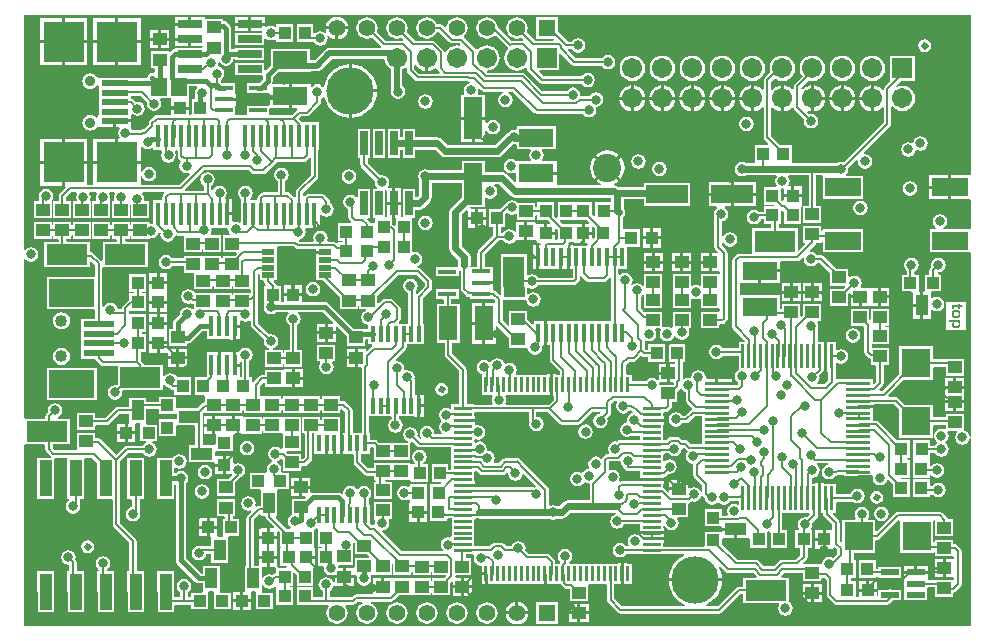
<source format=gtl>
G04 Layer_Physical_Order=1*
G04 Layer_Color=255*
%FSLAX25Y25*%
%MOIN*%
G70*
G01*
G75*
%ADD10C,0.01600*%
G04:AMPARAMS|DCode=11|XSize=76mil|YSize=15mil|CornerRadius=0mil|HoleSize=0mil|Usage=FLASHONLY|Rotation=90.018|XOffset=0mil|YOffset=0mil|HoleType=Round|Shape=Rectangle|*
%AMROTATEDRECTD11*
4,1,4,0.00751,-0.03800,-0.00749,-0.03800,-0.00751,0.03800,0.00749,0.03800,0.00751,-0.03800,0.0*
%
%ADD11ROTATEDRECTD11*%

%ADD12R,0.09100X0.02000*%
%ADD13R,0.13800X0.13800*%
G04:AMPARAMS|DCode=14|XSize=10mil|YSize=79mil|CornerRadius=0mil|HoleSize=0mil|Usage=FLASHONLY|Rotation=180.010|XOffset=0mil|YOffset=0mil|HoleType=Round|Shape=Rectangle|*
%AMROTATEDRECTD14*
4,1,4,0.00499,0.03950,0.00501,-0.03950,-0.00499,-0.03950,-0.00501,0.03950,0.00499,0.03950,0.0*
%
%ADD14ROTATEDRECTD14*%

G04:AMPARAMS|DCode=15|XSize=10mil|YSize=79mil|CornerRadius=0mil|HoleSize=0mil|Usage=FLASHONLY|Rotation=270.010|XOffset=0mil|YOffset=0mil|HoleType=Round|Shape=Rectangle|*
%AMROTATEDRECTD15*
4,1,4,-0.03950,0.00499,0.03950,0.00501,0.03950,-0.00499,-0.03950,-0.00501,-0.03950,0.00499,0.0*
%
%ADD15ROTATEDRECTD15*%

G04:AMPARAMS|DCode=16|XSize=52mil|YSize=15mil|CornerRadius=0mil|HoleSize=0mil|Usage=FLASHONLY|Rotation=90.018|XOffset=0mil|YOffset=0mil|HoleType=Round|Shape=Rectangle|*
%AMROTATEDRECTD16*
4,1,4,0.00751,-0.02600,-0.00749,-0.02600,-0.00751,0.02600,0.00749,0.02600,0.00751,-0.02600,0.0*
%
%ADD16ROTATEDRECTD16*%

%ADD17R,0.02600X0.08000*%
G04:AMPARAMS|DCode=18|XSize=16mil|YSize=60mil|CornerRadius=0mil|HoleSize=0mil|Usage=FLASHONLY|Rotation=90.018|XOffset=0mil|YOffset=0mil|HoleType=Round|Shape=Rectangle|*
%AMROTATEDRECTD18*
4,1,4,0.03000,-0.00799,-0.03000,-0.00801,-0.03000,0.00799,0.03000,0.00801,0.03000,-0.00799,0.0*
%
%ADD18ROTATEDRECTD18*%

G04:AMPARAMS|DCode=19|XSize=60mil|YSize=119mil|CornerRadius=0mil|HoleSize=0mil|Usage=FLASHONLY|Rotation=270.002|XOffset=0mil|YOffset=0mil|HoleType=Round|Shape=Rectangle|*
%AMROTATEDRECTD19*
4,1,4,-0.05950,0.03000,0.05950,0.03000,0.05950,-0.03000,-0.05950,-0.03000,-0.05950,0.03000,0.0*
%
%ADD19ROTATEDRECTD19*%

G04:AMPARAMS|DCode=20|XSize=138mil|YSize=60mil|CornerRadius=0mil|HoleSize=0mil|Usage=FLASHONLY|Rotation=180.010|XOffset=0mil|YOffset=0mil|HoleType=Round|Shape=Rectangle|*
%AMROTATEDRECTD20*
4,1,4,0.06900,0.03001,0.06901,-0.02999,-0.06900,-0.03001,-0.06901,0.02999,0.06900,0.03001,0.0*
%
%ADD20ROTATEDRECTD20*%

%ADD21R,0.04000X0.04000*%
%ADD22R,0.04000X0.07000*%
%ADD23P,0.05657X4X135.0*%
G04:AMPARAMS|DCode=24|XSize=40mil|YSize=70mil|CornerRadius=0mil|HoleSize=0mil|Usage=FLASHONLY|Rotation=90.018|XOffset=0mil|YOffset=0mil|HoleType=Round|Shape=Rectangle|*
%AMROTATEDRECTD24*
4,1,4,0.03501,-0.01999,-0.03499,-0.02001,-0.03501,0.01999,0.03499,0.02001,0.03501,-0.01999,0.0*
%
%ADD24ROTATEDRECTD24*%

G04:AMPARAMS|DCode=25|XSize=80mil|YSize=26mil|CornerRadius=0mil|HoleSize=0mil|Usage=FLASHONLY|Rotation=0.002|XOffset=0mil|YOffset=0mil|HoleType=Round|Shape=Rectangle|*
%AMROTATEDRECTD25*
4,1,4,-0.04000,-0.01300,-0.04000,0.01300,0.04000,0.01300,0.04000,-0.01300,-0.04000,-0.01300,0.0*
%
%ADD25ROTATEDRECTD25*%

G04:AMPARAMS|DCode=26|XSize=17mil|YSize=41mil|CornerRadius=0mil|HoleSize=0mil|Usage=FLASHONLY|Rotation=90.018|XOffset=0mil|YOffset=0mil|HoleType=Round|Shape=Rectangle|*
%AMROTATEDRECTD26*
4,1,4,0.02050,-0.00849,-0.02050,-0.00851,-0.02050,0.00849,0.02050,0.00851,0.02050,-0.00849,0.0*
%
%ADD26ROTATEDRECTD26*%

%ADD27R,0.01300X0.07100*%
%ADD28P,0.13435X4X315.0*%
G04:AMPARAMS|DCode=29|XSize=60mil|YSize=20mil|CornerRadius=0mil|HoleSize=0mil|Usage=FLASHONLY|Rotation=180.010|XOffset=0mil|YOffset=0mil|HoleType=Round|Shape=Rectangle|*
%AMROTATEDRECTD29*
4,1,4,0.03000,0.01001,0.03000,-0.01000,-0.03000,-0.01001,-0.03000,0.01000,0.03000,0.01001,0.0*
%
%ADD29ROTATEDRECTD29*%

%ADD30P,0.13435X4X225.0*%
G04:AMPARAMS|DCode=31|XSize=10mil|YSize=60mil|CornerRadius=0mil|HoleSize=0mil|Usage=FLASHONLY|Rotation=90.018|XOffset=0mil|YOffset=0mil|HoleType=Round|Shape=Rectangle|*
%AMROTATEDRECTD31*
4,1,4,0.03000,-0.00499,-0.03000,-0.00501,-0.03000,0.00499,0.03000,0.00501,0.03000,-0.00499,0.0*
%
%ADD31ROTATEDRECTD31*%

G04:AMPARAMS|DCode=32|XSize=10mil|YSize=50mil|CornerRadius=0mil|HoleSize=0mil|Usage=FLASHONLY|Rotation=180.018|XOffset=0mil|YOffset=0mil|HoleType=Round|Shape=Rectangle|*
%AMROTATEDRECTD32*
4,1,4,0.00499,0.02500,0.00501,-0.02500,-0.00499,-0.02500,-0.00501,0.02500,0.00499,0.02500,0.0*
%
%ADD32ROTATEDRECTD32*%

G04:AMPARAMS|DCode=33|XSize=40mil|YSize=44mil|CornerRadius=0mil|HoleSize=0mil|Usage=FLASHONLY|Rotation=90.018|XOffset=0mil|YOffset=0mil|HoleType=Round|Shape=Rectangle|*
%AMROTATEDRECTD33*
4,1,4,0.02201,-0.01999,-0.02199,-0.02001,-0.02201,0.01999,0.02199,0.02001,0.02201,-0.01999,0.0*
%
%ADD33ROTATEDRECTD33*%

G04:AMPARAMS|DCode=34|XSize=40mil|YSize=44mil|CornerRadius=0mil|HoleSize=0mil|Usage=FLASHONLY|Rotation=90.018|XOffset=0mil|YOffset=0mil|HoleType=Round|Shape=Rectangle|*
%AMROTATEDRECTD34*
4,1,4,0.02201,-0.01999,-0.02199,-0.02001,-0.02201,0.01999,0.02199,0.02001,0.02201,-0.01999,0.0*
%
%ADD34ROTATEDRECTD34*%

%ADD35R,0.04000X0.04400*%
%ADD36R,0.06000X0.11500*%
G04:AMPARAMS|DCode=37|XSize=60mil|YSize=115mil|CornerRadius=0mil|HoleSize=0mil|Usage=FLASHONLY|Rotation=270.002|XOffset=0mil|YOffset=0mil|HoleType=Round|Shape=Rectangle|*
%AMROTATEDRECTD37*
4,1,4,-0.05750,0.03000,0.05750,0.03000,0.05750,-0.03000,-0.05750,-0.03000,-0.05750,0.03000,0.0*
%
%ADD37ROTATEDRECTD37*%

%ADD38R,0.05200X0.06000*%
G04:AMPARAMS|DCode=39|XSize=135mil|YSize=70mil|CornerRadius=0mil|HoleSize=0mil|Usage=FLASHONLY|Rotation=90.018|XOffset=0mil|YOffset=0mil|HoleType=Round|Shape=Rectangle|*
%AMROTATEDRECTD39*
4,1,4,0.03502,-0.06749,-0.03498,-0.06751,-0.03502,0.06749,0.03498,0.06751,0.03502,-0.06749,0.0*
%
%ADD39ROTATEDRECTD39*%

G04:AMPARAMS|DCode=40|XSize=135mil|YSize=70mil|CornerRadius=0mil|HoleSize=0mil|Usage=FLASHONLY|Rotation=180.010|XOffset=0mil|YOffset=0mil|HoleType=Round|Shape=Rectangle|*
%AMROTATEDRECTD40*
4,1,4,0.06749,0.03501,0.06751,-0.03499,-0.06749,-0.03501,-0.06751,0.03499,0.06749,0.03501,0.0*
%
%ADD40ROTATEDRECTD40*%

G04:AMPARAMS|DCode=41|XSize=91mil|YSize=150mil|CornerRadius=0mil|HoleSize=0mil|Usage=FLASHONLY|Rotation=270.002|XOffset=0mil|YOffset=0mil|HoleType=Round|Shape=Rectangle|*
%AMROTATEDRECTD41*
4,1,4,-0.07500,0.04550,0.07500,0.04550,0.07500,-0.04550,-0.07500,-0.04550,-0.07500,0.04550,0.0*
%
%ADD41ROTATEDRECTD41*%

G04:AMPARAMS|DCode=42|XSize=22mil|YSize=99mil|CornerRadius=0mil|HoleSize=0mil|Usage=FLASHONLY|Rotation=270.002|XOffset=0mil|YOffset=0mil|HoleType=Round|Shape=Rectangle|*
%AMROTATEDRECTD42*
4,1,4,-0.04950,0.01100,0.04950,0.01100,0.04950,-0.01100,-0.04950,-0.01100,-0.04950,0.01100,0.0*
%
%ADD42ROTATEDRECTD42*%

%ADD43R,0.01200X0.06000*%
G04:AMPARAMS|DCode=44|XSize=40mil|YSize=119mil|CornerRadius=0mil|HoleSize=0mil|Usage=FLASHONLY|Rotation=0.010|XOffset=0mil|YOffset=0mil|HoleType=Round|Shape=Rectangle|*
%AMROTATEDRECTD44*
4,1,4,-0.01999,-0.05950,-0.02001,0.05950,0.01999,0.05950,0.02001,-0.05950,-0.01999,-0.05950,0.0*
%
%ADD44ROTATEDRECTD44*%

G04:AMPARAMS|DCode=45|XSize=138mil|YSize=60mil|CornerRadius=0mil|HoleSize=0mil|Usage=FLASHONLY|Rotation=270.002|XOffset=0mil|YOffset=0mil|HoleType=Round|Shape=Rectangle|*
%AMROTATEDRECTD45*
4,1,4,-0.03000,0.06900,0.03000,0.06900,0.03000,-0.06900,-0.03000,-0.06900,-0.03000,0.06900,0.0*
%
%ADD45ROTATEDRECTD45*%

%ADD46C,0.00800*%
%ADD47C,0.02400*%
%ADD48C,0.02000*%
%ADD49C,0.15800*%
%ADD50C,0.03600*%
%ADD51R,0.05500X0.05500*%
%ADD52C,0.05500*%
%ADD53C,0.09450*%
%ADD54C,0.04000*%
%ADD55P,0.09546X4X315.0*%
%ADD56C,0.06750*%
%ADD57C,0.03200*%
G36*
X317900Y151897D02*
X317750Y151459D01*
X317400Y151459D01*
X311299Y151459D01*
X311300Y147459D01*
X311300Y143459D01*
X317400Y143459D01*
X317900Y143021D01*
Y133856D01*
X317550Y133501D01*
X317400Y133501D01*
X308829Y133501D01*
X308678Y134001D01*
X309230Y134370D01*
X309761Y135164D01*
X309947Y136100D01*
X309761Y137036D01*
X309230Y137830D01*
X308436Y138361D01*
X307500Y138547D01*
X306564Y138361D01*
X305770Y137830D01*
X305239Y137036D01*
X305053Y136100D01*
X305239Y135164D01*
X305770Y134370D01*
X306322Y134001D01*
X306171Y133501D01*
X304050Y133500D01*
X304050Y125900D01*
X317400Y125901D01*
X317900Y125546D01*
Y64386D01*
X317400Y64336D01*
X317261Y65036D01*
X316730Y65830D01*
X315936Y66361D01*
X315500Y66448D01*
X315500Y72000D01*
X309500Y72000D01*
X309500Y71177D01*
X309146Y70824D01*
X305051D01*
X305050Y75050D01*
X295848Y75050D01*
X293671Y77259D01*
X293668Y77261D01*
X293665Y77265D01*
X293471Y77395D01*
X293277Y77527D01*
X293272Y77528D01*
X293268Y77530D01*
X293038Y77576D01*
X292809Y77623D01*
X292805Y77623D01*
X292800Y77623D01*
X290407D01*
X290216Y78086D01*
X295468Y83337D01*
X305050Y83338D01*
X305050Y87323D01*
X305404Y87677D01*
X309499D01*
X309500Y84699D01*
X315500Y84701D01*
X315498Y90301D01*
X309498Y90299D01*
Y90299D01*
X309323Y90123D01*
X305050D01*
X305050Y94438D01*
X293950Y94437D01*
X293950Y85280D01*
X288293Y79624D01*
X287407D01*
X287216Y80085D01*
X288365Y81235D01*
X288630Y81632D01*
X288723Y82100D01*
Y88400D01*
X290500Y88400D01*
X290500Y94000D01*
X285077Y94000D01*
X284723Y94353D01*
Y95146D01*
X290500Y95147D01*
X290500Y100747D01*
X289401Y100747D01*
X289065Y101242D01*
X289131Y101400D01*
X290500Y101400D01*
X290500Y107000D01*
X284500Y107000D01*
X284500Y103547D01*
X284000Y103280D01*
X284000Y107000D01*
X278000Y107000D01*
X278000Y101400D01*
X281904Y101400D01*
X282277Y101027D01*
Y92600D01*
X282370Y92132D01*
X282635Y91735D01*
X283635Y90735D01*
X284032Y90470D01*
X284500Y90377D01*
X284500D01*
X284500Y88400D01*
X285923Y88400D01*
X286277Y88046D01*
Y82607D01*
X285610Y81940D01*
X285110Y82147D01*
X285110Y83502D01*
X280510Y83502D01*
X280400Y83523D01*
X273700D01*
X273232Y83430D01*
X273223Y83425D01*
X272724Y83692D01*
Y86350D01*
X272801Y86350D01*
X272800Y88819D01*
X273241Y89055D01*
X273564Y88839D01*
X274500Y88653D01*
X275436Y88839D01*
X276230Y89370D01*
X276761Y90164D01*
X276947Y91100D01*
X276761Y92036D01*
X276230Y92830D01*
X275436Y93361D01*
X274500Y93547D01*
X273564Y93361D01*
X273241Y93145D01*
X272800Y93381D01*
X272799Y95850D01*
X270999Y95850D01*
X270999Y96050D01*
X269999Y96050D01*
X270000Y91100D01*
X270001Y86072D01*
X270276Y85796D01*
Y83107D01*
X268993Y81823D01*
X266813D01*
X266661Y82323D01*
X266730Y82370D01*
X267261Y83164D01*
X267447Y84100D01*
X267328Y84698D01*
X268365Y85735D01*
X268630Y86132D01*
X268634Y86150D01*
X269001Y86150D01*
X269000Y91100D01*
X268999Y96050D01*
X267999Y96049D01*
X267999Y95849D01*
X267177Y95849D01*
X266824Y96203D01*
Y100100D01*
X266818Y100129D01*
X266822Y100158D01*
X266787Y100298D01*
X266947Y101100D01*
X266761Y102036D01*
X266482Y102454D01*
X266749Y102954D01*
X268002Y102954D01*
X268000Y108554D01*
X262000Y108553D01*
X262001Y104832D01*
X261463Y104294D01*
X261001Y104485D01*
X261000Y108554D01*
X255000Y108553D01*
X255001Y107277D01*
X254647Y106923D01*
X254052D01*
X254051Y111496D01*
X241224Y111493D01*
X240723Y111898D01*
Y115109D01*
X240749Y115598D01*
X246999Y115600D01*
X246998Y119600D01*
X247498Y119600D01*
X247498Y120100D01*
X254248Y120102D01*
X254247Y122523D01*
X254601Y122877D01*
X260000D01*
X260468Y122970D01*
X260865Y123235D01*
X261621Y123991D01*
X262082Y123744D01*
X262053Y123600D01*
X262239Y122664D01*
X262770Y121870D01*
X263564Y121339D01*
X264500Y121153D01*
X265436Y121339D01*
X266230Y121870D01*
X266569Y122377D01*
X267499D01*
X270999Y118933D01*
X271000Y114699D01*
X275717Y114700D01*
X275908Y114239D01*
X275224Y113554D01*
X271000Y113553D01*
X271002Y107953D01*
X277002Y107955D01*
X277001Y111870D01*
X277338Y112208D01*
X277800Y112016D01*
X277800Y111446D01*
X281000Y111446D01*
X281000Y110947D01*
X281500Y110947D01*
X281500Y107947D01*
X283800Y107947D01*
X284300Y107946D01*
X284700Y107946D01*
X287000Y107946D01*
X287000Y110946D01*
X287000Y113946D01*
X284700Y113946D01*
X284200Y113947D01*
X283800Y113947D01*
X281312Y113946D01*
X281076Y114387D01*
X281261Y114664D01*
X281447Y115600D01*
X281261Y116536D01*
X280730Y117330D01*
X279936Y117861D01*
X279000Y118047D01*
X278064Y117861D01*
X277499Y117483D01*
X276999Y117751D01*
X276998Y120301D01*
X273099Y120300D01*
X268858Y124472D01*
X268663Y124601D01*
X268468Y124730D01*
X268463Y124731D01*
X268459Y124734D01*
X268229Y124778D01*
X268000Y124823D01*
X266569D01*
X266230Y125330D01*
X265436Y125861D01*
X264500Y126047D01*
X264356Y126018D01*
X264109Y126479D01*
X265865Y128235D01*
X266130Y128632D01*
X266195Y128954D01*
X268002Y128955D01*
X268002Y129027D01*
X268502Y129361D01*
X268534Y129348D01*
X268534Y125899D01*
X282034Y125900D01*
X282034Y133500D01*
X268534Y133499D01*
X268534Y133172D01*
X268034Y132838D01*
X268001Y132851D01*
X268000Y134555D01*
X262000Y134553D01*
X262002Y128953D01*
X262469Y128953D01*
X262661Y128491D01*
X260512Y126343D01*
X260051Y126534D01*
X260049Y133901D01*
X254077Y133900D01*
X253724Y134254D01*
Y135100D01*
X254453D01*
Y139475D01*
X254954Y139886D01*
X255000Y139876D01*
X255007D01*
X255600Y139305D01*
Y135100D01*
X261200D01*
Y140983D01*
X261400Y141400D01*
X261400D01*
X261400Y141400D01*
Y144100D01*
X255400D01*
Y143084D01*
X254938Y142892D01*
X254453Y143377D01*
Y146868D01*
X254840Y147185D01*
X255000Y147153D01*
X255013Y147156D01*
X255400Y146838D01*
Y145100D01*
X257900D01*
Y147800D01*
X257285D01*
X257018Y148300D01*
X257261Y148664D01*
X257447Y149600D01*
X257261Y150536D01*
X256910Y151061D01*
X257178Y151561D01*
X263776D01*
Y141300D01*
X261998Y141299D01*
X262000Y135699D01*
X268000Y135701D01*
X267998Y141301D01*
X266577Y141300D01*
X266224Y141654D01*
Y151561D01*
X268159D01*
X268533Y151257D01*
X268533Y143657D01*
X282033Y143658D01*
X282033Y151258D01*
X276214Y151258D01*
X276063Y151758D01*
X276230Y151870D01*
X276761Y152664D01*
X276947Y153600D01*
X276911Y153781D01*
X279621Y156491D01*
X280082Y156244D01*
X280053Y156100D01*
X280239Y155164D01*
X280770Y154370D01*
X281564Y153839D01*
X282500Y153653D01*
X283436Y153839D01*
X284230Y154370D01*
X284761Y155164D01*
X284947Y156100D01*
X284761Y157036D01*
X284230Y157830D01*
X283436Y158361D01*
X282500Y158547D01*
X282356Y158518D01*
X282109Y158979D01*
X290865Y167735D01*
X291130Y168132D01*
X291224Y168600D01*
Y174344D01*
X291723Y174514D01*
X292023Y174124D01*
X292895Y173455D01*
X293910Y173034D01*
X295000Y172890D01*
X296090Y173034D01*
X297106Y173455D01*
X297978Y174124D01*
X298647Y174996D01*
X299068Y176012D01*
X299211Y177102D01*
X299068Y178192D01*
X298647Y179207D01*
X297978Y180079D01*
X297106Y180748D01*
X296090Y181169D01*
X295000Y181313D01*
X293910Y181169D01*
X293221Y180884D01*
X292938Y181307D01*
X294557Y182926D01*
X299175Y182927D01*
X299175Y191277D01*
X290825Y191276D01*
X290825Y182926D01*
X290825Y182926D01*
X290825D01*
X290657Y182487D01*
X289135Y180965D01*
X288870Y180568D01*
X288790Y180170D01*
X288411Y179976D01*
X288330Y179948D01*
X288120Y180222D01*
X287206Y180923D01*
X286142Y181364D01*
X285500Y181448D01*
X285500Y177101D01*
X285500Y172754D01*
X286142Y172839D01*
X287207Y173280D01*
X288121Y173981D01*
X288303Y174219D01*
X288776Y174058D01*
Y169107D01*
X275493Y155823D01*
X275436Y155861D01*
X274500Y156047D01*
X273564Y155861D01*
X273232Y155639D01*
X258147D01*
X258146Y161601D01*
X254230Y161600D01*
X251223Y164607D01*
Y174057D01*
X251697Y174218D01*
X251880Y173980D01*
X252794Y173278D01*
X253858Y172838D01*
X254500Y172753D01*
X254500Y177100D01*
X254500Y181447D01*
X253858Y181362D01*
X252794Y180922D01*
X251880Y180220D01*
X251697Y179982D01*
X251223Y180143D01*
Y182593D01*
X252436Y183805D01*
X252894Y183453D01*
X253910Y183033D01*
X255000Y182889D01*
X256090Y183033D01*
X257105Y183453D01*
X257978Y184123D01*
X258647Y184995D01*
X259067Y186010D01*
X259211Y187100D01*
X259067Y188190D01*
X258647Y189206D01*
X257977Y190078D01*
X257105Y190747D01*
X256090Y191168D01*
X255000Y191311D01*
X253910Y191168D01*
X252894Y190747D01*
X252022Y190078D01*
X251353Y189206D01*
X250932Y188190D01*
X250789Y187100D01*
X250932Y186010D01*
X251005Y185835D01*
X249135Y183965D01*
X248870Y183568D01*
X248777Y183100D01*
Y180143D01*
X248303Y179982D01*
X248120Y180220D01*
X247206Y180921D01*
X246142Y181362D01*
X245500Y181447D01*
X245500Y177100D01*
X245500Y172753D01*
X246142Y172837D01*
X247207Y173278D01*
X248121Y173980D01*
X248303Y174217D01*
X248777Y174057D01*
Y164100D01*
X248870Y163632D01*
X249135Y163235D01*
X250308Y162062D01*
X250117Y161600D01*
X245799Y161599D01*
X245800Y155993D01*
X245447Y155639D01*
X242768D01*
X242436Y155861D01*
X241500Y156047D01*
X240564Y155861D01*
X239770Y155330D01*
X239239Y154536D01*
X239053Y153600D01*
X239239Y152664D01*
X239770Y151870D01*
X240564Y151339D01*
X241500Y151153D01*
X242436Y151339D01*
X242768Y151561D01*
X252822D01*
X253090Y151061D01*
X252739Y150536D01*
X252553Y149600D01*
X252739Y148664D01*
X253116Y148100D01*
X252849Y147600D01*
X248853D01*
Y141600D01*
X252282D01*
X252322Y141541D01*
X252086Y141100D01*
X248853D01*
Y139323D01*
X247235D01*
X247230Y139330D01*
X246436Y139861D01*
X245500Y140047D01*
X244564Y139861D01*
X243770Y139330D01*
X243239Y138536D01*
X243053Y137600D01*
X243239Y136664D01*
X243770Y135870D01*
X244564Y135339D01*
X245500Y135153D01*
X246436Y135339D01*
X247230Y135870D01*
X247761Y136664D01*
X247803Y136876D01*
X248853D01*
Y135100D01*
X251276D01*
Y133900D01*
X244949Y133899D01*
X244951Y125677D01*
X244597Y125323D01*
X240500D01*
X240032Y125230D01*
X239635Y124965D01*
X238635Y123965D01*
X238370Y123568D01*
X238277Y123100D01*
Y101100D01*
X238278Y101093D01*
X238277Y101086D01*
X238324Y100859D01*
X238370Y100632D01*
X238373Y100626D01*
X238375Y100619D01*
X238506Y100427D01*
X238635Y100235D01*
X238641Y100231D01*
X238645Y100225D01*
X242613Y96345D01*
X242409Y95845D01*
X240599Y95845D01*
X240599Y94177D01*
X240246Y93823D01*
X235069D01*
X234730Y94330D01*
X233936Y94861D01*
X233000Y95047D01*
X232064Y94861D01*
X231270Y94330D01*
X230739Y93536D01*
X230553Y92600D01*
X230739Y91664D01*
X231270Y90870D01*
X232064Y90339D01*
X233000Y90153D01*
X233936Y90339D01*
X234730Y90870D01*
X235069Y91377D01*
X240600D01*
X240601Y86868D01*
X240564Y86861D01*
X239770Y86330D01*
X239239Y85536D01*
X239053Y84600D01*
X239239Y83664D01*
X239770Y82870D01*
X240277Y82531D01*
Y81607D01*
X240193Y81524D01*
X238052D01*
X238052Y81694D01*
X233102Y81693D01*
X233102Y82193D01*
X232602Y82193D01*
X232601Y83693D01*
X229760Y83693D01*
X229443Y84079D01*
X229447Y84100D01*
X229261Y85036D01*
X228730Y85830D01*
X227936Y86361D01*
X227000Y86547D01*
X226064Y86361D01*
X225270Y85830D01*
X224739Y85036D01*
X224593Y84301D01*
X224517Y84087D01*
X224077Y83932D01*
X223500Y84047D01*
X222564Y83861D01*
X222223Y83634D01*
X221724Y83901D01*
Y89100D01*
X222700D01*
Y95100D01*
X217100D01*
Y89100D01*
X219276D01*
Y88501D01*
X217498Y88500D01*
X217499Y85500D01*
X217500Y82500D01*
X218423Y82500D01*
X218776Y82147D01*
Y81607D01*
X218724Y81554D01*
X214427Y81553D01*
X214077Y81587D01*
X213915Y82057D01*
X214278Y82499D01*
X216500Y82500D01*
X216499Y85000D01*
X213799Y84999D01*
X213800Y83378D01*
X213300Y83227D01*
X213230Y83330D01*
X212436Y83861D01*
X211500Y84047D01*
X210564Y83861D01*
X209770Y83330D01*
X209431Y82823D01*
X204912D01*
X204911Y84908D01*
X203424Y84907D01*
X202923Y85399D01*
Y88293D01*
X204007Y89376D01*
X205500D01*
X205968Y89470D01*
X206365Y89735D01*
X208000Y91370D01*
X208135Y91235D01*
X208532Y90970D01*
X209000Y90877D01*
X210353D01*
Y89100D01*
X215953D01*
Y95100D01*
X210353D01*
Y93323D01*
X209507D01*
X209224Y93607D01*
Y95965D01*
X209365Y96120D01*
X209504Y96228D01*
X209691Y96314D01*
X210500Y96153D01*
X211436Y96339D01*
X212230Y96870D01*
X212761Y97664D01*
X212947Y98600D01*
X212761Y99536D01*
X212482Y99954D01*
X212749Y100454D01*
X214251Y100454D01*
X214518Y99954D01*
X214239Y99536D01*
X214053Y98600D01*
X214239Y97664D01*
X214770Y96870D01*
X215564Y96339D01*
X216500Y96153D01*
X217436Y96339D01*
X218230Y96870D01*
X218761Y97664D01*
X218814Y97932D01*
X219340Y98013D01*
X219770Y97370D01*
X220564Y96839D01*
X221500Y96653D01*
X222436Y96839D01*
X223230Y97370D01*
X223761Y98164D01*
X223947Y99100D01*
X223777Y99954D01*
X224028Y100454D01*
X224502Y100454D01*
X224500Y106054D01*
X218500Y106053D01*
X218502Y100750D01*
X218002Y100483D01*
X217436Y100861D01*
X216500Y101047D01*
X215564Y100861D01*
X215443Y100780D01*
X215002Y101016D01*
X215000Y106054D01*
X209000Y106053D01*
X209000Y106053D01*
Y106053D01*
X208580Y106251D01*
X207723Y107107D01*
Y111031D01*
X208230Y111370D01*
X208498Y111771D01*
X208998Y111619D01*
X209000Y107199D01*
X215000Y107201D01*
X214998Y112454D01*
X215002Y112954D01*
X215002Y112954D01*
X215002Y112954D01*
X215000Y118554D01*
X209000Y118553D01*
X209001Y114576D01*
X208501Y114425D01*
X208230Y114830D01*
X207436Y115361D01*
X206500Y115547D01*
X205564Y115361D01*
X205015Y114994D01*
X204654Y115355D01*
X204861Y115664D01*
X205047Y116600D01*
X204861Y117536D01*
X204330Y118330D01*
X203536Y118861D01*
X202600Y119047D01*
X201664Y118861D01*
X200870Y118330D01*
X200823Y118261D01*
X200324Y118413D01*
Y120400D01*
X203100D01*
Y127600D01*
X207453D01*
Y133600D01*
X201853D01*
X201724Y134046D01*
Y137512D01*
X201942Y137658D01*
X202384Y138320D01*
X202539Y139100D01*
X202384Y139880D01*
X202039Y140396D01*
Y143561D01*
X208900D01*
X208901Y141297D01*
X224301Y141299D01*
X224299Y148899D01*
X208899Y148897D01*
X208899Y147993D01*
X208546Y147639D01*
X200296D01*
X199780Y147984D01*
X199000Y148139D01*
X198818D01*
X198718Y148639D01*
X199588Y149000D01*
X200384Y149610D01*
X196700Y153293D01*
X193018Y149609D01*
X193814Y148999D01*
X194682Y148639D01*
X194583Y148139D01*
X179750D01*
X179750Y151600D01*
X173000Y151600D01*
X173000Y152600D01*
X179750Y152600D01*
X179750Y156100D01*
X175152Y156100D01*
X174884Y156600D01*
X175261Y157164D01*
X175447Y158100D01*
X175261Y159036D01*
X174814Y159706D01*
X175000Y160206D01*
X179550Y160206D01*
X179550Y167806D01*
X166450Y167805D01*
X166450Y166968D01*
X165950Y166558D01*
X165500Y166647D01*
X164564Y166461D01*
X163770Y165930D01*
X163510Y165542D01*
X163220Y165484D01*
X162558Y165042D01*
X159155Y161639D01*
X143345D01*
X141442Y163542D01*
X140780Y163984D01*
X140000Y164139D01*
X132600D01*
Y166900D01*
X128400D01*
Y164139D01*
X127600D01*
Y166900D01*
X123400D01*
Y157300D01*
X127600D01*
Y160061D01*
X128400D01*
Y157300D01*
X132600D01*
Y160061D01*
X139155D01*
X141058Y158158D01*
X141720Y157716D01*
X142500Y157561D01*
X160000D01*
X160780Y157716D01*
X161442Y158158D01*
X165114Y161830D01*
X165500Y161753D01*
X165950Y161843D01*
X166450Y161432D01*
X166450Y160205D01*
X171000Y160205D01*
X171186Y159705D01*
X170739Y159036D01*
X170553Y158100D01*
X170739Y157164D01*
X171116Y156600D01*
X170849Y156100D01*
X166384Y156100D01*
X166230Y156330D01*
X165436Y156861D01*
X164500Y157047D01*
X163564Y156861D01*
X162770Y156330D01*
X162239Y155536D01*
X162053Y154600D01*
X162239Y153664D01*
X162770Y152870D01*
X163564Y152339D01*
X164500Y152153D01*
X165436Y152339D01*
X165750Y152549D01*
X166250Y152282D01*
X166250Y149387D01*
X165788Y149196D01*
X162942Y152042D01*
X162280Y152484D01*
X161500Y152639D01*
X155800D01*
X155800Y156400D01*
X148200Y156400D01*
X148200Y153493D01*
X147847Y153139D01*
X137268D01*
X136936Y153361D01*
X136000Y153547D01*
X135064Y153361D01*
X134270Y152830D01*
X133739Y152036D01*
X133553Y151100D01*
X133739Y150164D01*
X133961Y149832D01*
Y144945D01*
X133155Y144139D01*
X132600D01*
Y146900D01*
X128400D01*
Y137780D01*
X128042Y137531D01*
X127900Y137504D01*
X127800Y137567D01*
Y141600D01*
X126000D01*
Y137100D01*
X126100D01*
Y134884D01*
X125638Y134692D01*
X125365Y134965D01*
X124968Y135230D01*
X124953Y135233D01*
Y137100D01*
X125000D01*
Y141600D01*
X123200D01*
Y137567D01*
X123100Y137504D01*
X122958Y137531D01*
X122600Y137780D01*
Y146502D01*
X122700Y146562D01*
X123200Y146279D01*
Y142600D01*
X125000D01*
Y147100D01*
X123651D01*
X123384Y147600D01*
X123761Y148164D01*
X123947Y149100D01*
X123761Y150036D01*
X123230Y150830D01*
X122436Y151361D01*
X121500Y151547D01*
X120902Y151428D01*
X116724Y155607D01*
Y157300D01*
X117600D01*
Y166900D01*
X113400D01*
Y157300D01*
X114277D01*
Y155100D01*
X114370Y154632D01*
X114635Y154235D01*
X119172Y149698D01*
X119053Y149100D01*
X119239Y148164D01*
X119749Y147400D01*
X119676Y147061D01*
X119627Y146900D01*
X118400D01*
Y137300D01*
X118936D01*
X119353Y137100D01*
X119353Y136800D01*
Y136036D01*
X119200Y135600D01*
X117564D01*
X117530Y135768D01*
X117518Y135787D01*
X117512Y135810D01*
X117385Y135985D01*
X117265Y136165D01*
X117246Y136178D01*
X117233Y136197D01*
X116545Y136835D01*
X116728Y137300D01*
X117600D01*
Y146900D01*
X113400D01*
Y144228D01*
X112900Y144076D01*
X112730Y144330D01*
X111936Y144861D01*
X111000Y145047D01*
X110064Y144861D01*
X109270Y144330D01*
X108739Y143536D01*
X108553Y142600D01*
X108739Y141664D01*
X109270Y140870D01*
X110064Y140339D01*
X110276Y140297D01*
Y137600D01*
X110370Y137132D01*
X110635Y136735D01*
X111270Y136100D01*
X111063Y135600D01*
X106853D01*
Y129600D01*
X108476D01*
Y129100D01*
X106853D01*
Y129100D01*
X106402Y128982D01*
X106353Y128973D01*
X105968Y129230D01*
X105500Y129323D01*
X103589D01*
X103293Y129824D01*
X103447Y130600D01*
X103261Y131536D01*
X102730Y132330D01*
X101936Y132861D01*
X101000Y133047D01*
X100064Y132861D01*
X99270Y132330D01*
X98739Y131536D01*
X98553Y130600D01*
X98707Y129824D01*
X98411Y129323D01*
X94230D01*
X93977Y129652D01*
X94154Y130143D01*
X94636Y130239D01*
X95430Y130770D01*
X95961Y131564D01*
X96147Y132500D01*
X95961Y133436D01*
X95875Y133565D01*
X96110Y134006D01*
X97283Y134007D01*
X97283Y133807D01*
X98533Y133807D01*
X98532Y138607D01*
X99532Y138607D01*
X99533Y133807D01*
X100783Y133808D01*
X100782Y138238D01*
X101037Y138316D01*
X101282Y138362D01*
X102064Y137839D01*
X103000Y137653D01*
X103936Y137839D01*
X104730Y138370D01*
X105261Y139164D01*
X105447Y140100D01*
X105261Y141036D01*
X104730Y141830D01*
X104224Y142169D01*
Y142600D01*
X104130Y143068D01*
X103865Y143465D01*
X102365Y144965D01*
X101968Y145230D01*
X101500Y145324D01*
X97000D01*
X96532Y145230D01*
X96135Y144965D01*
X95723Y144554D01*
X95378Y144641D01*
X95223Y144746D01*
Y145593D01*
X99965Y150335D01*
X100230Y150732D01*
X100323Y151200D01*
Y160008D01*
X100575Y160008D01*
X100572Y169208D01*
X98013Y169207D01*
Y169207D01*
X95954Y169206D01*
X95454Y169206D01*
X94873Y169206D01*
X94771Y169359D01*
X93730Y170400D01*
X94507Y171177D01*
X96500D01*
X96968Y171270D01*
X97365Y171535D01*
X100865Y175035D01*
X101130Y175432D01*
X101224Y175900D01*
Y177031D01*
X101730Y177370D01*
X101815Y177497D01*
X102362Y177415D01*
X102738Y176178D01*
X103564Y174632D01*
X104676Y173276D01*
X106032Y172164D01*
X107578Y171338D01*
X109255Y170829D01*
X110500Y170706D01*
Y179600D01*
Y188494D01*
X109255Y188371D01*
X107578Y187862D01*
X106032Y187036D01*
X104676Y185924D01*
X103564Y184569D01*
X102738Y183022D01*
X102229Y181345D01*
X102192Y180971D01*
X101679Y180865D01*
X101162Y181210D01*
X101130Y181368D01*
X100865Y181765D01*
X100468Y182030D01*
X100000Y182123D01*
X99532Y182030D01*
X99135Y181765D01*
X98870Y181368D01*
X98838Y181210D01*
X98270Y180830D01*
X98229Y180769D01*
X97750Y180914D01*
X97750Y181900D01*
X91500Y181900D01*
X91500Y177900D01*
X91500Y173900D01*
X93185Y173900D01*
X93337Y173400D01*
X93135Y173265D01*
X91393Y171523D01*
X84000D01*
X84000Y173503D01*
X84500Y173900D01*
X90500Y173900D01*
X90500Y177400D01*
X84250Y177400D01*
X84250Y175097D01*
X83750Y174700D01*
X76400Y174700D01*
X76400Y171877D01*
X76047Y171523D01*
X72700D01*
X72700Y174500D01*
X72900Y175000D01*
X72900D01*
X72900Y175000D01*
X72900Y176300D01*
X68900Y176300D01*
X68900Y177300D01*
X72900Y177300D01*
X72900Y178600D01*
X72900D01*
X72700Y179017D01*
X72700Y182200D01*
X69059Y182200D01*
X68900Y182231D01*
X68033D01*
X67911Y182368D01*
X67724Y182649D01*
Y183331D01*
X68230Y183670D01*
X68761Y184464D01*
X68947Y185400D01*
X68761Y186336D01*
X68230Y187130D01*
X67436Y187661D01*
X67152Y187717D01*
X66826Y188292D01*
X66947Y188900D01*
X66918Y189044D01*
X67389Y189239D01*
X67770Y188670D01*
X68564Y188139D01*
X69500Y187953D01*
X70436Y188139D01*
X71230Y188670D01*
X71761Y189464D01*
X71921Y190269D01*
X72700D01*
X72700Y189801D01*
X82300Y189801D01*
X82300Y194001D01*
X72700Y194000D01*
Y193885D01*
X72347Y193531D01*
X71131D01*
Y200400D01*
X71078Y200666D01*
X71041Y200935D01*
X71017Y200977D01*
X71007Y201024D01*
X70856Y201250D01*
X70719Y201484D01*
X69919Y202384D01*
X69880Y202413D01*
X69854Y202453D01*
X69628Y202604D01*
X69412Y202768D01*
X69365Y202780D01*
X69324Y202807D01*
X69058Y202860D01*
X68796Y202928D01*
X68500Y203312D01*
X68500Y203547D01*
X62500Y203546D01*
X62500Y204200D01*
X58000Y204200D01*
X58000Y201900D01*
X57500Y201900D01*
X57500Y201400D01*
X52500Y201400D01*
X52500Y199700D01*
Y199200D01*
X52500D01*
X52500Y197400D01*
X57500Y197400D01*
X57500Y196900D01*
X58000Y196900D01*
X58000Y194600D01*
X61939Y194600D01*
X61975Y194500D01*
X61624Y194000D01*
X52700Y194000D01*
X52700Y193732D01*
X52500Y193531D01*
X51876Y193407D01*
X51346Y193053D01*
X50958Y192665D01*
X50500Y192854D01*
Y192854D01*
X44500Y192853D01*
X44502Y187253D01*
X45515Y187253D01*
X45869Y186899D01*
Y185910D01*
X45369Y185557D01*
X45040Y185631D01*
X44413Y185522D01*
X43875Y185181D01*
X43508Y184661D01*
X43369Y184040D01*
X43194Y183831D01*
X37750D01*
Y184000D01*
X27161D01*
X27050Y184000D01*
X26585Y184085D01*
X26574Y184111D01*
X26158Y184654D01*
X25614Y185071D01*
X24982Y185333D01*
X24303Y185422D01*
X23624Y185333D01*
X22992Y185071D01*
X22449Y184654D01*
X22032Y184111D01*
X21770Y183479D01*
X21681Y182800D01*
X21770Y182121D01*
X22032Y181489D01*
X22449Y180946D01*
X22992Y180529D01*
X23624Y180267D01*
X24303Y180178D01*
X24982Y180267D01*
X25614Y180529D01*
X26158Y180946D01*
X26550Y181457D01*
X26603Y181459D01*
X27050Y181195D01*
Y177225D01*
Y174076D01*
Y171576D01*
X26850D01*
Y170759D01*
X26350Y170589D01*
X26158Y170840D01*
X25614Y171257D01*
X24982Y171519D01*
X24303Y171608D01*
X23624Y171519D01*
X22992Y171257D01*
X22449Y170840D01*
X22032Y170297D01*
X21770Y169665D01*
X21681Y168986D01*
X21770Y168307D01*
X22032Y167675D01*
X22449Y167131D01*
X22992Y166715D01*
X23624Y166453D01*
X24303Y166363D01*
X24982Y166453D01*
X25614Y166715D01*
X26158Y167131D01*
X26386Y167429D01*
X26850Y167576D01*
X26850Y167576D01*
X26850Y167576D01*
X31900D01*
Y169576D01*
X32400D01*
Y170076D01*
X37950D01*
Y171576D01*
X37950Y171576D01*
X37950Y171576D01*
X37960Y171601D01*
X38574Y171766D01*
X39064Y171439D01*
X40000Y171253D01*
X40936Y171439D01*
X41730Y171970D01*
X42261Y172764D01*
X42447Y173700D01*
X42261Y174636D01*
X41730Y175430D01*
X40936Y175961D01*
X40000Y176147D01*
X39402Y176028D01*
X38665Y176765D01*
X38268Y177030D01*
X37800Y177123D01*
X37750D01*
Y177876D01*
X41050D01*
X43125Y175763D01*
X43053Y175400D01*
X43239Y174464D01*
X43770Y173670D01*
X44564Y173139D01*
X45500Y172953D01*
X46436Y173139D01*
X47230Y173670D01*
X47761Y174464D01*
X47947Y175400D01*
X47761Y176336D01*
X47545Y176659D01*
X47781Y177100D01*
X50600D01*
X51099Y177099D01*
X51100Y174399D01*
X54100Y174399D01*
X57100Y174400D01*
X57099Y176600D01*
X57300Y177100D01*
X57300Y177517D01*
Y181269D01*
X59825D01*
X59977Y180769D01*
X59770Y180630D01*
X59239Y179836D01*
X59053Y178900D01*
X59239Y177964D01*
X59269Y177920D01*
Y176900D01*
X58046Y176900D01*
X58047Y171977D01*
X57693Y171624D01*
X57100D01*
X57100Y173400D01*
X54100Y173399D01*
X51100Y173399D01*
X51100Y171977D01*
X50747Y171624D01*
X46522D01*
X46054Y171530D01*
X45657Y171265D01*
X45014Y170622D01*
X44779Y170465D01*
X44076Y169762D01*
X43811Y169365D01*
X43718Y168897D01*
Y168448D01*
X42093Y166823D01*
X41660D01*
X41192Y166730D01*
X41032Y166623D01*
X38203D01*
X37900Y167076D01*
X37950Y167576D01*
X37950Y167576D01*
X37950Y167576D01*
Y169076D01*
X32900D01*
Y167576D01*
X33833D01*
X34100Y167076D01*
X33739Y166536D01*
X33553Y165600D01*
X33739Y164664D01*
X34051Y164197D01*
X33784Y163697D01*
X33700D01*
Y156297D01*
X41100D01*
Y160822D01*
X41600Y160974D01*
X41670Y160870D01*
X42464Y160339D01*
X43400Y160153D01*
X44336Y160339D01*
X44844Y160678D01*
X45344Y160411D01*
X45344Y160000D01*
X47677Y160000D01*
X48177Y159614D01*
Y159100D01*
X48178Y159094D01*
X48139Y159036D01*
X47953Y158100D01*
X48139Y157164D01*
X48670Y156370D01*
X49464Y155839D01*
X50400Y155653D01*
X51336Y155839D01*
X52130Y156370D01*
X52661Y157164D01*
X52847Y158100D01*
X52661Y159036D01*
X52497Y159282D01*
X52731Y159803D01*
X52959Y159847D01*
X53377Y159518D01*
Y158000D01*
X53416Y157800D01*
X53444Y157599D01*
X53462Y157568D01*
X53470Y157532D01*
X53583Y157363D01*
X53685Y157187D01*
X54485Y156287D01*
X54515Y156265D01*
X54535Y156235D01*
X54584Y156202D01*
X54139Y155536D01*
X53953Y154600D01*
X54139Y153664D01*
X54670Y152870D01*
X55464Y152339D01*
X56400Y152153D01*
X57168Y152306D01*
X57415Y151845D01*
X53893Y148324D01*
X41100D01*
Y151112D01*
X41600Y151161D01*
X41639Y150964D01*
X42170Y150170D01*
X42964Y149639D01*
X43900Y149453D01*
X44836Y149639D01*
X45630Y150170D01*
X46161Y150964D01*
X46347Y151900D01*
X46161Y152836D01*
X45630Y153630D01*
X44836Y154161D01*
X43900Y154347D01*
X42964Y154161D01*
X42170Y153630D01*
X41639Y152836D01*
X41600Y152639D01*
X41100Y152688D01*
Y155297D01*
X25300D01*
Y148324D01*
X23345D01*
Y155297D01*
X15945D01*
Y147820D01*
X16105Y147435D01*
X14135Y145465D01*
X13870Y145068D01*
X13777Y144600D01*
Y142746D01*
X12000Y142746D01*
X12000Y137146D01*
X18000Y137147D01*
X18000Y142747D01*
X16577Y142746D01*
X16224Y143100D01*
Y144093D01*
X18007Y145877D01*
X19699D01*
X19966Y145377D01*
X19739Y145036D01*
X19553Y144100D01*
X19723Y143246D01*
X19469Y142746D01*
X18500Y142746D01*
X18500Y137146D01*
X24500Y137147D01*
X24500Y142747D01*
X24500D01*
X24277Y143247D01*
X24447Y144100D01*
X24261Y145036D01*
X24034Y145377D01*
X24301Y145877D01*
X26199D01*
X26467Y145377D01*
X26239Y145036D01*
X26053Y144100D01*
X26223Y143246D01*
X25969Y142746D01*
X25000Y142746D01*
X25000Y137146D01*
X31000Y137147D01*
X31000Y142747D01*
X31000D01*
X30777Y143247D01*
X30947Y144100D01*
X30761Y145036D01*
X30533Y145377D01*
X30801Y145877D01*
X32199D01*
X32467Y145377D01*
X32239Y145036D01*
X32053Y144100D01*
X32223Y143246D01*
X31969Y142746D01*
X31500Y142746D01*
X31500Y137146D01*
X37500Y137147D01*
X37500Y141453D01*
X38000Y141704D01*
X38000Y137146D01*
X44000Y137147D01*
X44000Y142747D01*
X42571Y142746D01*
X42254Y143133D01*
X42347Y143600D01*
X42161Y144536D01*
X41630Y145330D01*
X41561Y145377D01*
X41713Y145877D01*
X48793D01*
X48984Y145415D01*
X48635Y145065D01*
X48370Y144668D01*
X48276Y144200D01*
Y143200D01*
X45349Y143200D01*
X45351Y135603D01*
X44965Y135286D01*
X44657Y135347D01*
X44387Y135293D01*
X44000Y135610D01*
X44000Y136000D01*
X38000Y136000D01*
X38000Y135327D01*
X37584Y135049D01*
X37500Y135084D01*
X37500Y136000D01*
X31500Y136000D01*
X31500Y135327D01*
X31084Y135049D01*
X31000Y135084D01*
X31000Y136000D01*
X25000Y136000D01*
X25000Y130400D01*
X31000Y130400D01*
X31000Y131273D01*
X31416Y131551D01*
X31500Y131516D01*
X31500Y130400D01*
X32923Y130400D01*
X33277Y130046D01*
Y129400D01*
X28449Y129399D01*
X28450Y123139D01*
X28020Y122985D01*
X27955Y122972D01*
X27948Y122982D01*
X25348Y125482D01*
X25157Y125604D01*
X24968Y125730D01*
X24956Y125733D01*
X24946Y125739D01*
X24723Y125779D01*
X24500Y125823D01*
X24050D01*
X24049Y129401D01*
X16577Y129400D01*
X16224Y129753D01*
Y130400D01*
X18000Y130400D01*
X18000Y131273D01*
X18416Y131551D01*
X18500Y131516D01*
X18500Y130400D01*
X24500Y130400D01*
X24500Y136000D01*
X18500Y136000D01*
X18500Y135327D01*
X18084Y135049D01*
X18000Y135084D01*
X18000Y136000D01*
X12000Y136000D01*
X12000Y135327D01*
X11584Y135049D01*
X11500Y135084D01*
X11500Y136000D01*
X5500Y136000D01*
X5500Y130400D01*
X11500Y130400D01*
X11500Y131273D01*
X11916Y131551D01*
X12000Y131516D01*
X12000Y130400D01*
X13423Y130400D01*
X13777Y130046D01*
Y129400D01*
X8949Y129399D01*
X8951Y120799D01*
X24051Y120801D01*
X24050Y122697D01*
X24510Y122893D01*
X25877Y121579D01*
Y117608D01*
X9799Y117608D01*
X9800Y106908D01*
X25523Y106908D01*
X25877Y106555D01*
Y103725D01*
X21350Y103725D01*
X21350Y100575D01*
X21350D01*
X21350Y97401D01*
X21350D01*
X21350Y94201D01*
X21350D01*
X21350Y90401D01*
X25916Y90401D01*
X25919Y90386D01*
X25954Y90171D01*
X25965Y90153D01*
X25970Y90132D01*
X26091Y89951D01*
X26206Y89765D01*
X27606Y88265D01*
X27623Y88253D01*
X27635Y88235D01*
X27816Y88114D01*
X27993Y87986D01*
X28014Y87981D01*
X28032Y87970D01*
X28246Y87927D01*
X28458Y87877D01*
X28479Y87881D01*
X28500Y87876D01*
X33449D01*
X33450Y81781D01*
X33098Y81428D01*
X32500Y81547D01*
X31564Y81361D01*
X30770Y80830D01*
X30239Y80036D01*
X30053Y79100D01*
X30239Y78164D01*
X30770Y77370D01*
X31564Y76839D01*
X32500Y76653D01*
X33436Y76839D01*
X34230Y77370D01*
X34761Y78164D01*
X34947Y79100D01*
X34905Y79309D01*
X35316Y79799D01*
X48551Y79801D01*
X48550Y81546D01*
X49050Y81698D01*
X49270Y81370D01*
X50064Y80839D01*
X50646Y80723D01*
X51135Y80235D01*
X51532Y79970D01*
X52000Y79877D01*
X52354D01*
Y78100D01*
X57954D01*
Y84100D01*
X53218D01*
X52730Y84830D01*
X51936Y85361D01*
X51000Y85547D01*
X50064Y85361D01*
X49270Y84830D01*
X49050Y84501D01*
X48550Y84653D01*
X48549Y88401D01*
X42164Y88400D01*
X42130Y88568D01*
X41865Y88965D01*
X41223Y89607D01*
Y92600D01*
X42954D01*
Y98600D01*
X41423D01*
Y99100D01*
X42954D01*
Y105100D01*
X37354D01*
X37224Y105546D01*
Y105654D01*
X37354Y106100D01*
X42954D01*
Y112100D01*
X41423D01*
Y112600D01*
X42954D01*
Y118600D01*
X37354D01*
Y112600D01*
X38976D01*
Y112100D01*
X37354D01*
Y110111D01*
X37135Y109965D01*
X35135Y107965D01*
X34870Y107568D01*
X34776Y107100D01*
Y106824D01*
X33403D01*
X33261Y107536D01*
X32730Y108330D01*
X31936Y108861D01*
X31000Y109047D01*
X30064Y108861D01*
X29270Y108330D01*
X28824Y107662D01*
X28324Y107814D01*
Y120351D01*
X28451Y120799D01*
X28824Y120799D01*
X43551Y120801D01*
X43549Y129401D01*
X36077Y129400D01*
X35724Y129753D01*
Y130400D01*
X37500Y130400D01*
X37500Y131273D01*
X37916Y131551D01*
X38000Y131516D01*
X38000Y130400D01*
X44000Y130400D01*
Y130400D01*
X44180Y130548D01*
X44657Y130453D01*
X45594Y130639D01*
X46387Y131170D01*
X46918Y131964D01*
X46948Y132115D01*
X47489Y132285D01*
X47709Y132080D01*
X47653Y131800D01*
X47839Y130864D01*
X48370Y130070D01*
X49164Y129539D01*
X50100Y129353D01*
X51036Y129539D01*
X51830Y130070D01*
X52361Y130864D01*
X52433Y131224D01*
X52436Y131229D01*
X52787Y131433D01*
X52965Y131470D01*
X53165Y131430D01*
X53361Y131379D01*
X53398Y131384D01*
X53433Y131377D01*
X55498D01*
X55500Y125799D01*
X61500Y125801D01*
X61500Y126883D01*
X61999Y127217D01*
X62000Y127216D01*
X62000Y125846D01*
X68000Y125847D01*
X68000Y131447D01*
X64612Y131447D01*
X64376Y131887D01*
X64561Y132164D01*
X64747Y133100D01*
X64644Y133619D01*
X64961Y134005D01*
X65824Y134006D01*
X66324Y134006D01*
X68183Y134007D01*
X68183Y133807D01*
X69907Y133807D01*
X70298Y133307D01*
X70276Y133200D01*
X70370Y132732D01*
X70635Y132335D01*
X71023Y131947D01*
X70946Y131625D01*
X70822Y131446D01*
X68500Y131446D01*
X68500Y125846D01*
X72863Y125847D01*
X73054Y125385D01*
X72370Y124700D01*
X68500Y124700D01*
X68500Y124327D01*
X68084Y124049D01*
X68000Y124084D01*
X68000Y124700D01*
X62000Y124700D01*
Y124655D01*
X61500Y124654D01*
Y124654D01*
X55500Y124653D01*
X55500Y124177D01*
X55147Y123823D01*
X51569D01*
X51230Y124330D01*
X50436Y124861D01*
X49500Y125047D01*
X48564Y124861D01*
X47770Y124330D01*
X47239Y123536D01*
X47053Y122600D01*
X47239Y121664D01*
X47770Y120870D01*
X48564Y120339D01*
X49500Y120153D01*
X50436Y120339D01*
X51230Y120870D01*
X51569Y121377D01*
X55501D01*
X55502Y119053D01*
X58998Y119054D01*
X59000Y113499D01*
X65000Y113501D01*
X65000Y114382D01*
X65500Y114717D01*
X65500Y114716D01*
X65500Y113446D01*
X71500Y113447D01*
X71500Y114473D01*
X71916Y114751D01*
X72000Y114716D01*
X72000Y113446D01*
X77423Y113446D01*
X77776Y113093D01*
Y112300D01*
X72000Y112300D01*
X72000Y111827D01*
X71584Y111549D01*
X71500Y111584D01*
X71500Y112300D01*
X65500Y112300D01*
Y112300D01*
X65000Y112300D01*
X65000Y112355D01*
X59049Y112353D01*
X58730Y112830D01*
X57936Y113361D01*
X57000Y113547D01*
X56064Y113361D01*
X55270Y112830D01*
X54739Y112036D01*
X54553Y111100D01*
X54739Y110164D01*
X55270Y109370D01*
X56064Y108839D01*
X57000Y108653D01*
X57736Y108799D01*
X57752Y108790D01*
X57932Y108670D01*
X57954Y108665D01*
X57974Y108653D01*
X58188Y108619D01*
X58400Y108577D01*
X59001D01*
X59002Y106926D01*
X58880Y106759D01*
X58277Y106767D01*
X58269Y106772D01*
X58230Y106830D01*
X57436Y107361D01*
X56500Y107547D01*
X55564Y107361D01*
X54770Y106830D01*
X54239Y106036D01*
X54053Y105100D01*
X54076Y104983D01*
X52346Y103253D01*
X51993Y102724D01*
X51869Y102100D01*
Y100246D01*
X50500Y100246D01*
X50500Y94646D01*
X56500Y94647D01*
X56500Y95115D01*
X56853Y95469D01*
X57000D01*
X57624Y95593D01*
X58153Y95947D01*
X61676Y99469D01*
X63211D01*
Y96750D01*
X70750D01*
Y96550D01*
X71900D01*
Y101100D01*
X72400D01*
Y101600D01*
X74050D01*
Y102915D01*
X74550Y103182D01*
X75064Y102839D01*
X76000Y102653D01*
X76936Y102839D01*
X77276Y103067D01*
X77776Y102799D01*
Y101600D01*
X77870Y101132D01*
X78135Y100735D01*
X82172Y96698D01*
X82053Y96100D01*
X82239Y95164D01*
X82770Y94370D01*
X83564Y93839D01*
X83764Y93800D01*
X83714Y93300D01*
X82498Y93299D01*
X82500Y87699D01*
X88500Y87701D01*
X88500Y88473D01*
X88915Y88751D01*
X88999Y88716D01*
X89000Y87699D01*
X95000Y87701D01*
X94998Y93301D01*
X93577Y93300D01*
X93224Y93654D01*
Y101531D01*
X93730Y101870D01*
X94261Y102664D01*
X94447Y103600D01*
X94261Y104536D01*
X93730Y105330D01*
X93523Y105469D01*
X93675Y105969D01*
X101824D01*
X105330Y102463D01*
X105139Y102001D01*
X103498Y102000D01*
X103499Y99500D01*
X106199Y99501D01*
X106198Y100941D01*
X106660Y101133D01*
X110000Y97793D01*
X110000Y94646D01*
X116000Y94647D01*
X116000Y96615D01*
X116353Y96969D01*
X116943D01*
X116944Y95200D01*
X118156Y95200D01*
X118216Y95117D01*
X118135Y94465D01*
X116662Y92992D01*
X116200Y93184D01*
X116200Y93700D01*
X113500Y93700D01*
X113500Y90700D01*
X113500Y87700D01*
X114318Y87700D01*
X114777Y87200D01*
Y65504D01*
X112778Y65504D01*
X112077Y65504D01*
X111723Y65857D01*
Y73100D01*
X111680Y73318D01*
X111643Y73537D01*
X111634Y73552D01*
X111630Y73568D01*
X111507Y73753D01*
X111388Y73941D01*
X109588Y75841D01*
X109574Y75851D01*
X109565Y75865D01*
X109380Y75989D01*
X109199Y76117D01*
X109182Y76121D01*
X109168Y76130D01*
X108950Y76174D01*
X108733Y76223D01*
X108716Y76220D01*
X108700Y76223D01*
X107499D01*
X107498Y77801D01*
X101498Y77799D01*
X101498Y77027D01*
X101083Y76749D01*
X100998Y76784D01*
X100998Y77801D01*
X94998Y77799D01*
X94998Y77751D01*
X94498Y77747D01*
X88500Y77746D01*
X88500Y77116D01*
X88000Y76782D01*
X87998Y76783D01*
X87998Y77801D01*
X81998Y77799D01*
X81998Y77751D01*
X81498Y77747D01*
X81077Y77747D01*
X80724Y78100D01*
Y81093D01*
X82001Y82371D01*
X82502Y82164D01*
X82502Y80953D01*
X88386Y80954D01*
X88802Y80752D01*
X88918Y80753D01*
X91502Y80753D01*
X91501Y83753D01*
X91500Y86753D01*
X88918Y86753D01*
X88800Y86753D01*
X88382Y86554D01*
X88300Y86554D01*
X82500Y86553D01*
X82500Y85377D01*
X82147Y85023D01*
X81700D01*
X81232Y84930D01*
X80835Y84665D01*
X78646Y82477D01*
X78597Y82478D01*
X78146Y82634D01*
X78146Y84101D01*
X77577Y84101D01*
X77223Y84455D01*
Y89531D01*
X77730Y89870D01*
X78261Y90664D01*
X78447Y91600D01*
X78261Y92536D01*
X77730Y93330D01*
X76936Y93861D01*
X76000Y94047D01*
X75064Y93861D01*
X74270Y93330D01*
X73818Y92654D01*
X72900D01*
Y88604D01*
X74050D01*
Y89092D01*
X74550Y89374D01*
X74777Y89236D01*
Y84407D01*
X74488Y84303D01*
X74050Y84646D01*
Y87604D01*
X72400D01*
Y88104D01*
X71900D01*
Y92654D01*
X70750D01*
Y92454D01*
X68871D01*
Y92654D01*
X67721D01*
Y88104D01*
X66720D01*
Y92654D01*
X65570D01*
Y92454D01*
X63211D01*
Y84542D01*
X62770Y84100D01*
X59100D01*
Y78100D01*
X62147D01*
X62500Y77746D01*
X62500Y77600D01*
X62500Y75823D01*
X62032Y75730D01*
X61635Y75465D01*
X59993Y73823D01*
X59100D01*
X58983Y73800D01*
X53300Y73800D01*
X53200D01*
X52800Y74041D01*
X52800Y77600D01*
X47200Y77600D01*
X47200Y76377D01*
X46846Y76024D01*
X42900D01*
Y77400D01*
X37300D01*
Y74323D01*
X33500D01*
X33032Y74230D01*
X32635Y73965D01*
X29393Y70723D01*
X25999D01*
X25998Y72301D01*
X19998Y72299D01*
X20000Y66699D01*
X26000Y66701D01*
X25999Y67923D01*
X26353Y68277D01*
X29900D01*
X30368Y68370D01*
X30765Y68635D01*
X34007Y71877D01*
X37300D01*
X37300Y68800D01*
X36883Y68600D01*
X36800D01*
Y66100D01*
X39300D01*
Y68300D01*
X39300Y68600D01*
X39717Y68800D01*
X40759D01*
X41000Y68400D01*
X41000Y68300D01*
Y62800D01*
X42889D01*
X42912Y62744D01*
X42973Y62300D01*
X42270Y61830D01*
X41931Y61323D01*
X36500D01*
X36032Y61230D01*
X35635Y60965D01*
X33000Y58330D01*
X27865Y63465D01*
X27468Y63730D01*
X27000Y63823D01*
X26001D01*
X26000Y65554D01*
X20000Y65553D01*
X20002Y60324D01*
X19555Y59824D01*
X12507D01*
X11723Y60607D01*
Y61800D01*
X17551Y61801D01*
X17549Y70401D01*
X13611Y70401D01*
X13592Y70449D01*
X13528Y70901D01*
X14230Y71370D01*
X14761Y72164D01*
X14947Y73100D01*
X14761Y74036D01*
X14230Y74830D01*
X13436Y75361D01*
X12500Y75547D01*
X11564Y75361D01*
X10770Y74830D01*
X10239Y74036D01*
X10053Y73100D01*
X10172Y72502D01*
X9635Y71965D01*
X9370Y71568D01*
X9277Y71100D01*
Y70400D01*
X2600Y70399D01*
X2100Y70754D01*
Y123472D01*
X2600Y123624D01*
X2770Y123370D01*
X3564Y122839D01*
X4500Y122653D01*
X5436Y122839D01*
X6230Y123370D01*
X6761Y124164D01*
X6947Y125100D01*
X6761Y126036D01*
X6230Y126830D01*
X5436Y127361D01*
X4500Y127547D01*
X3564Y127361D01*
X2770Y126830D01*
X2600Y126576D01*
X2100Y126728D01*
Y204874D01*
X106408D01*
X106440Y204375D01*
X106087Y204328D01*
X105521Y204254D01*
X104609Y203876D01*
X103825Y203274D01*
X103224Y202491D01*
X102847Y201579D01*
X102784Y201100D01*
X106500D01*
X110216D01*
X110153Y201579D01*
X109776Y202491D01*
X109175Y203274D01*
X108391Y203876D01*
X107479Y204254D01*
X106913Y204328D01*
X106560Y204375D01*
X106592Y204874D01*
X317900D01*
Y151897D01*
D02*
G37*
G36*
X97877Y157100D02*
Y151707D01*
X93135Y146965D01*
X92870Y146568D01*
X92777Y146100D01*
Y144300D01*
X92277Y144148D01*
X92265Y144165D01*
X92246Y144178D01*
X92233Y144197D01*
X90833Y145497D01*
X90648Y145610D01*
X90468Y145730D01*
X90446Y145735D01*
X90426Y145747D01*
X90212Y145781D01*
X90000Y145824D01*
X89223D01*
Y149531D01*
X89730Y149870D01*
X90261Y150664D01*
X90447Y151600D01*
X90261Y152536D01*
X89730Y153330D01*
X88936Y153861D01*
X88000Y154047D01*
X87064Y153861D01*
X86270Y153330D01*
X85739Y152536D01*
X85553Y151600D01*
X85739Y150664D01*
X86270Y149870D01*
X86777Y149531D01*
Y145824D01*
X82000D01*
X81532Y145730D01*
X81135Y145465D01*
X80335Y144665D01*
X80070Y144268D01*
X79976Y143800D01*
Y143201D01*
X78049Y143201D01*
X77629Y143201D01*
X77526Y143362D01*
X77477Y143701D01*
X77730Y143870D01*
X78261Y144664D01*
X78447Y145600D01*
X78261Y146536D01*
X77730Y147330D01*
X76936Y147861D01*
X76000Y148047D01*
X75064Y147861D01*
X74270Y147330D01*
X73739Y146536D01*
X73553Y145600D01*
X73739Y144664D01*
X74270Y143870D01*
X74524Y143700D01*
X74449Y143200D01*
X74449D01*
X74451Y135880D01*
X74010Y135645D01*
X73836Y135761D01*
X72900Y135947D01*
X72183Y135804D01*
X71683Y136129D01*
X71682Y138108D01*
X69932Y138107D01*
X69932Y138607D01*
X69432Y138607D01*
X69430Y143407D01*
X69338Y143407D01*
X69198Y143719D01*
X69155Y143907D01*
X69661Y144664D01*
X69847Y145600D01*
X69661Y146536D01*
X69130Y147330D01*
X68336Y147861D01*
X67400Y148047D01*
X66464Y147861D01*
X65670Y147330D01*
X65139Y146536D01*
X65123Y146457D01*
X64623Y146507D01*
Y148031D01*
X65130Y148370D01*
X65661Y149164D01*
X65847Y150100D01*
X65661Y151036D01*
X65130Y151830D01*
X64336Y152361D01*
X63400Y152547D01*
X62464Y152361D01*
X61670Y151830D01*
X61139Y151036D01*
X60953Y150100D01*
X61139Y149164D01*
X61670Y148370D01*
X62177Y148031D01*
Y146324D01*
X56007D01*
X55816Y146785D01*
X62407Y153376D01*
X76993D01*
X78135Y152235D01*
X78532Y151970D01*
X79000Y151876D01*
X82000D01*
X82468Y151970D01*
X82865Y152235D01*
X86507Y155877D01*
X95500D01*
X95968Y155970D01*
X96365Y156235D01*
X97365Y157235D01*
X97377Y157252D01*
X97877Y157100D01*
D02*
G37*
G36*
X164558Y144658D02*
X165220Y144216D01*
X166000Y144061D01*
X197961D01*
Y142600D01*
X192600D01*
Y137945D01*
X192137Y137755D01*
X191454Y138449D01*
Y142600D01*
X185854D01*
Y142600D01*
X185700D01*
Y142600D01*
X180100D01*
Y137445D01*
X179637Y137255D01*
X178954Y137949D01*
Y142600D01*
X173354D01*
Y140823D01*
X172499D01*
X172498Y142301D01*
X166685Y142299D01*
X166530Y142530D01*
X165736Y143061D01*
X164800Y143247D01*
X163864Y143061D01*
X163070Y142530D01*
X162738Y142034D01*
X162635Y141965D01*
X160770Y140100D01*
X157100D01*
Y134100D01*
X158677D01*
Y131507D01*
X153635Y126465D01*
X153370Y126068D01*
X153277Y125600D01*
Y121001D01*
X151314Y121001D01*
X150997Y121387D01*
X151039Y121600D01*
Y124100D01*
X150884Y124880D01*
X150442Y125542D01*
X148039Y127945D01*
Y138255D01*
X149653Y139870D01*
X150154Y139663D01*
Y137600D01*
X152654D01*
Y140300D01*
X151139D01*
X150888Y140800D01*
X151037Y141000D01*
X155801Y141000D01*
X155800Y143819D01*
X156242Y144054D01*
X156564Y143839D01*
X157500Y143653D01*
X158436Y143839D01*
X159230Y144370D01*
X159761Y145164D01*
X159947Y146100D01*
X159761Y147036D01*
X159230Y147830D01*
X158885Y148061D01*
X159037Y148561D01*
X160655D01*
X164558Y144658D01*
D02*
G37*
G36*
X190667Y135761D02*
X190474Y135300D01*
X189100Y135300D01*
X189100Y132599D01*
X191600Y132600D01*
X191600Y134155D01*
X192062Y134345D01*
X192546Y133854D01*
X192547Y130877D01*
X192062Y130393D01*
X191600Y130584D01*
X191600Y131600D01*
X189100Y131599D01*
X189101Y128900D01*
X189956Y128900D01*
X190190Y128578D01*
X190226Y128479D01*
X189997Y128000D01*
X185320D01*
Y128200D01*
X183943D01*
X183709Y128524D01*
X183673Y128622D01*
X183903Y129101D01*
X185600Y129101D01*
X185600Y128899D01*
X188101Y128899D01*
X188100Y132099D01*
X188100Y135299D01*
X185600Y135299D01*
X185600Y135101D01*
X181761Y135100D01*
X180738Y136139D01*
X180931Y136600D01*
X185700D01*
Y136600D01*
X185854D01*
Y136600D01*
X189840D01*
X190667Y135761D01*
D02*
G37*
G36*
X163864Y138539D02*
X164800Y138353D01*
X165736Y138539D01*
X166058Y138754D01*
X166499Y138519D01*
X166500Y136699D01*
X172500Y136701D01*
X172499Y138023D01*
X172853Y138376D01*
X173354D01*
Y136600D01*
X176847D01*
X177674Y135761D01*
X177481Y135300D01*
X176600Y135300D01*
X176600Y132599D01*
X179100Y132600D01*
X179100Y133655D01*
X179562Y133845D01*
X180046Y133354D01*
X180047Y130177D01*
X179693Y129824D01*
X179100D01*
X179100Y131600D01*
X176100Y131599D01*
X176100Y132099D01*
X175600Y132099D01*
X175600Y135299D01*
X173100Y135299D01*
X172700Y135542D01*
X172700Y135755D01*
X170000Y135754D01*
X170001Y132754D01*
X170002Y129754D01*
X172600Y129754D01*
X173100Y129509D01*
X173100Y128899D01*
X174247Y128899D01*
X174550Y128399D01*
X174446Y128200D01*
X173984D01*
Y124200D01*
Y120200D01*
X175084D01*
Y120400D01*
X179561D01*
Y120200D01*
X180661D01*
Y124200D01*
X181661D01*
Y120200D01*
X183221D01*
Y124200D01*
X184221D01*
Y120200D01*
X185076D01*
Y117407D01*
X184993Y117324D01*
X173569D01*
X173230Y117830D01*
X172436Y118361D01*
X171500Y118547D01*
X170564Y118361D01*
X170241Y118145D01*
X169800Y118381D01*
X169798Y125151D01*
X161198Y125149D01*
X161202Y111782D01*
X160740Y111590D01*
X159565Y112765D01*
X159168Y113030D01*
X158700Y113124D01*
X158689D01*
X158467Y113623D01*
X158600Y113903D01*
X158600Y113920D01*
X158600Y115203D01*
X154600Y115202D01*
X154600Y116202D01*
X158600Y116203D01*
X158599Y117386D01*
X158599Y117503D01*
X158399Y118003D01*
X158398Y121003D01*
X156077Y121002D01*
X155724Y121356D01*
Y125093D01*
X160407Y129777D01*
X161998D01*
X162270Y129370D01*
X163064Y128839D01*
X164000Y128653D01*
X164936Y128839D01*
X165730Y129370D01*
X165863Y129569D01*
X166302Y129753D01*
X166302Y129753D01*
X166302Y129753D01*
X169002Y129753D01*
X169001Y132753D01*
X169000Y135753D01*
X166300Y135753D01*
X166301Y132876D01*
X165801Y132724D01*
X165730Y132830D01*
X164936Y133361D01*
X164000Y133547D01*
X163064Y133361D01*
X162270Y132830D01*
X161864Y132223D01*
X161124D01*
Y134100D01*
X162700D01*
Y138570D01*
X163148Y139017D01*
X163864Y138539D01*
D02*
G37*
G36*
X135776Y115593D02*
Y114607D01*
X133223Y112054D01*
X132723Y112261D01*
Y112865D01*
X132730Y112870D01*
X133261Y113664D01*
X133447Y114600D01*
X133261Y115536D01*
X132730Y116330D01*
X131936Y116861D01*
X131000Y117047D01*
X130064Y116861D01*
X129270Y116330D01*
X128739Y115536D01*
X128553Y114600D01*
X128739Y113664D01*
X129270Y112870D01*
X130064Y112339D01*
X130277Y112297D01*
Y102004D01*
X127719Y102003D01*
Y102003D01*
X127286Y102003D01*
X127095Y102465D01*
X127365Y102735D01*
X127630Y103132D01*
X127724Y103600D01*
Y107100D01*
X127630Y107568D01*
X127365Y107965D01*
X125365Y109965D01*
X124968Y110230D01*
X124500Y110324D01*
X122500D01*
X122032Y110230D01*
X121635Y109965D01*
X120462Y108792D01*
X120000Y108984D01*
X120000Y111370D01*
X127007Y118377D01*
X132993D01*
X135776Y115593D01*
D02*
G37*
G36*
X148201Y144184D02*
X144558Y140542D01*
X144116Y139880D01*
X143961Y139100D01*
Y127100D01*
X144116Y126320D01*
X144558Y125658D01*
X146961Y123255D01*
Y121600D01*
X147003Y121386D01*
X146686Y120999D01*
X139498Y120997D01*
X139499Y117797D01*
X147099Y117799D01*
X147099Y119567D01*
X147524Y119871D01*
X147599Y119875D01*
X147776Y119690D01*
Y113600D01*
X147870Y113132D01*
X148135Y112735D01*
X149635Y111235D01*
X150032Y110970D01*
X150500Y110877D01*
X150801D01*
X150802Y110301D01*
X158402Y110303D01*
X158402Y110303D01*
Y110303D01*
X158800Y110069D01*
X159276Y109593D01*
Y108850D01*
X156000D01*
Y102100D01*
Y95350D01*
X159500D01*
Y101163D01*
X160000Y101370D01*
X164001Y97369D01*
X164002Y93953D01*
X169611Y93954D01*
X170002Y93954D01*
X170168Y93523D01*
X170239Y93164D01*
X170770Y92370D01*
X171564Y91839D01*
X172500Y91653D01*
X173436Y91839D01*
X174230Y92370D01*
X174761Y93164D01*
X174947Y94100D01*
X174845Y94615D01*
X175162Y95002D01*
X175543D01*
Y99002D01*
Y103002D01*
X174443D01*
Y102802D01*
X172084D01*
Y101999D01*
X171622Y101808D01*
X169999Y103431D01*
X169998Y106301D01*
X163998Y106299D01*
X164000Y101484D01*
X163538Y101293D01*
X161723Y103107D01*
Y110049D01*
X169563Y110051D01*
X169739Y109164D01*
X170270Y108370D01*
X171064Y107839D01*
X172000Y107653D01*
X172936Y107839D01*
X173730Y108370D01*
X174261Y109164D01*
X174447Y110100D01*
X174261Y111036D01*
X173730Y111830D01*
X172936Y112361D01*
X172000Y112547D01*
X171064Y112361D01*
X170302Y111852D01*
X169930Y111933D01*
X169802Y111972D01*
X169801Y113818D01*
X170242Y114054D01*
X170564Y113839D01*
X171500Y113653D01*
X172436Y113839D01*
X173230Y114370D01*
X173569Y114876D01*
X185500D01*
X185968Y114970D01*
X186365Y115235D01*
X187165Y116035D01*
X187430Y116432D01*
X187523Y116900D01*
Y117795D01*
X187962Y117945D01*
X188023Y117946D01*
X189609Y116261D01*
X189624Y116251D01*
X189635Y116235D01*
X189818Y116112D01*
X189998Y115984D01*
X190016Y115980D01*
X190032Y115970D01*
X190248Y115927D01*
X190463Y115877D01*
X190481Y115880D01*
X190500Y115876D01*
X195500D01*
X195968Y115970D01*
X196365Y116235D01*
X197365Y117235D01*
X197377Y117252D01*
X197877Y117100D01*
Y102802D01*
X177643D01*
Y103002D01*
X176543D01*
Y99002D01*
Y95002D01*
X177477D01*
Y90000D01*
X177519Y89788D01*
X177553Y89574D01*
X177565Y89554D01*
X177570Y89532D01*
X177690Y89352D01*
X177803Y89167D01*
X179103Y87767D01*
X179122Y87754D01*
X179135Y87735D01*
X179635Y87235D01*
X179722Y87177D01*
X180777Y86175D01*
Y84900D01*
X179489Y84900D01*
X179489Y85100D01*
X178489Y85100D01*
X178490Y81599D01*
X178491Y78031D01*
X178777Y77746D01*
Y76607D01*
X177193Y75024D01*
X162863D01*
X162628Y75464D01*
X162761Y75664D01*
X162947Y76600D01*
X162761Y77536D01*
X162549Y77854D01*
X162784Y78295D01*
X163391Y78295D01*
X164891Y78295D01*
Y78295D01*
X167491Y78296D01*
X168791Y78297D01*
X169291Y78297D01*
X170791Y78297D01*
Y78297D01*
X173391Y78298D01*
Y78298D01*
X174691Y78298D01*
Y78298D01*
X176491Y78299D01*
X176491Y78099D01*
X177491Y78099D01*
X177490Y81599D01*
X177489Y85099D01*
X176489Y85099D01*
X176489Y84899D01*
X175289Y84899D01*
Y84899D01*
X172689Y84898D01*
Y84898D01*
X171389Y84897D01*
Y84897D01*
X169889Y84897D01*
X169389Y84897D01*
X168889Y84896D01*
X166278Y84896D01*
X166042Y85337D01*
X166261Y85664D01*
X166447Y86600D01*
X166261Y87536D01*
X165730Y88330D01*
X164936Y88861D01*
X164000Y89047D01*
X163064Y88861D01*
X162760Y88658D01*
X162298Y88849D01*
X162261Y89036D01*
X161730Y89830D01*
X160936Y90361D01*
X160000Y90547D01*
X159064Y90361D01*
X158270Y89830D01*
X157884Y89253D01*
X157305Y89219D01*
X157230Y89330D01*
X156436Y89861D01*
X155500Y90047D01*
X154564Y89861D01*
X153770Y89330D01*
X153239Y88536D01*
X153053Y87600D01*
X153239Y86664D01*
X153770Y85870D01*
X154564Y85339D01*
X154765Y85299D01*
X154989Y84892D01*
X154991Y78292D01*
X156491Y78293D01*
X156991Y78293D01*
X158214Y78293D01*
X158450Y77852D01*
X158239Y77536D01*
X158053Y76600D01*
X158239Y75664D01*
X158372Y75464D01*
X158137Y75024D01*
X152292D01*
X152292Y75091D01*
X150077Y75091D01*
X149723Y75444D01*
Y86600D01*
X149678Y86829D01*
X149635Y87057D01*
X149632Y87062D01*
X149630Y87068D01*
X149501Y87262D01*
X149374Y87456D01*
X144824Y92100D01*
Y95550D01*
X147395D01*
Y108650D01*
X144623D01*
Y110299D01*
X147102Y110299D01*
X147101Y113499D01*
X139501Y113497D01*
X139502Y110297D01*
X141823Y110298D01*
X142176Y109944D01*
Y108650D01*
X139795D01*
Y95550D01*
X142376D01*
Y91600D01*
X142422Y91371D01*
X142465Y91143D01*
X142468Y91138D01*
X142470Y91132D01*
X142599Y90939D01*
X142726Y90744D01*
X147276Y86100D01*
Y75090D01*
X144692Y75089D01*
X144693Y73886D01*
X144252Y73650D01*
X143936Y73861D01*
X143000Y74047D01*
X142064Y73861D01*
X141270Y73330D01*
X140739Y72536D01*
X140553Y71600D01*
X140739Y70664D01*
X141241Y69912D01*
X141299Y69751D01*
Y69449D01*
X141241Y69288D01*
X140739Y68536D01*
X140553Y67600D01*
X140739Y66664D01*
X141270Y65870D01*
X141653Y65614D01*
X141501Y65114D01*
X139244D01*
X138927Y65500D01*
X138947Y65600D01*
X138761Y66536D01*
X138230Y67330D01*
X137436Y67861D01*
X136500Y68047D01*
X135564Y67861D01*
X134770Y67330D01*
X134239Y66536D01*
X134053Y65600D01*
X134239Y64664D01*
X134627Y64084D01*
X134460Y63535D01*
X134447Y63521D01*
X134401Y63509D01*
X133336Y64541D01*
X133447Y65100D01*
X133261Y66036D01*
X132730Y66830D01*
X131936Y67361D01*
X131000Y67547D01*
X130064Y67361D01*
X129270Y66830D01*
X128739Y66036D01*
X128553Y65100D01*
X128739Y64164D01*
X129270Y63370D01*
X130064Y62839D01*
X130257Y62801D01*
X130208Y62301D01*
X124998Y62299D01*
Y62301D01*
X120609Y62300D01*
X119980Y62950D01*
X119971Y62956D01*
X119965Y62965D01*
X119775Y63092D01*
X119587Y63222D01*
X119577Y63225D01*
X119568Y63230D01*
X119344Y63275D01*
X119121Y63323D01*
X119110Y63322D01*
X119100Y63323D01*
X117397D01*
X117396Y65505D01*
X117396D01*
X117224Y65678D01*
Y71200D01*
X119010Y71200D01*
X119510Y71200D01*
X120010Y71201D01*
X122069Y71201D01*
Y71201D01*
X124276Y71202D01*
X124776Y70763D01*
Y70169D01*
X124270Y69830D01*
X123739Y69036D01*
X123553Y68100D01*
X123739Y67164D01*
X124270Y66370D01*
X125064Y65839D01*
X126000Y65653D01*
X126936Y65839D01*
X127730Y66370D01*
X128261Y67164D01*
X128447Y68100D01*
X128261Y69036D01*
X127730Y69830D01*
X127224Y70169D01*
Y71203D01*
X129246Y71203D01*
X129746Y71203D01*
X130246Y71204D01*
X132105Y71204D01*
X132105Y71004D01*
X133355Y71005D01*
X133354Y74605D01*
X133353Y78205D01*
X132877Y78204D01*
X132524Y78558D01*
Y82900D01*
X132519Y82924D01*
X132522Y82949D01*
X132472Y83158D01*
X132430Y83368D01*
X132417Y83389D01*
X132411Y83413D01*
X132332Y83521D01*
X132447Y84100D01*
X132261Y85036D01*
X131730Y85830D01*
X130936Y86361D01*
X130000Y86547D01*
X129320Y86412D01*
X128887Y86798D01*
X128947Y87100D01*
X128761Y88036D01*
X128230Y88830D01*
X127436Y89361D01*
X126500Y89547D01*
X126356Y89518D01*
X126109Y89979D01*
X129365Y93235D01*
X129630Y93632D01*
X129724Y94100D01*
Y94710D01*
X129739Y95203D01*
X130239Y95204D01*
X131798Y95204D01*
X132298Y95204D01*
X132798Y95204D01*
X135398Y95205D01*
X135396Y102005D01*
X135396D01*
X135124Y102278D01*
Y110493D01*
X137865Y113235D01*
X138130Y113632D01*
X138224Y114100D01*
Y116100D01*
X138130Y116568D01*
X137865Y116965D01*
X134365Y120465D01*
X133968Y120730D01*
X133500Y120824D01*
X133406D01*
X133357Y121324D01*
X133436Y121339D01*
X134230Y121870D01*
X134761Y122664D01*
X134947Y123600D01*
X134761Y124536D01*
X134230Y125330D01*
X133436Y125861D01*
X132500Y126047D01*
X132033Y125954D01*
X131647Y126271D01*
X131646Y130600D01*
X131648Y131100D01*
X131700D01*
Y136800D01*
X131700Y137100D01*
X132117Y137300D01*
X132600D01*
Y140061D01*
X134000D01*
X134780Y140216D01*
X135442Y140658D01*
X137442Y142658D01*
X137884Y143320D01*
X138039Y144100D01*
Y149061D01*
X148200D01*
X148201Y144184D01*
D02*
G37*
G36*
X92585Y127287D02*
X92615Y127265D01*
X92635Y127235D01*
X92804Y127122D01*
X92966Y126999D01*
X93002Y126990D01*
X93032Y126970D01*
X93231Y126930D01*
X93428Y126879D01*
X93464Y126884D01*
X93500Y126876D01*
X99447D01*
X99448Y126299D01*
X102497Y126300D01*
X102498Y125300D01*
X99448Y125299D01*
X99448Y123949D01*
X99648Y123949D01*
X99648Y122849D01*
X99649Y122349D01*
X99649Y122349D01*
X99649Y120249D01*
X99650Y119749D01*
X99650Y119749D01*
X99651Y116449D01*
X101920Y116450D01*
X107500Y110870D01*
X107500Y106900D01*
X113500Y106900D01*
X113500Y107773D01*
X113916Y108051D01*
X114000Y108016D01*
X114000Y106900D01*
X116211Y106900D01*
X116261Y106400D01*
X116064Y106361D01*
X115270Y105830D01*
X114739Y105036D01*
X114553Y104100D01*
X114739Y103164D01*
X115270Y102370D01*
X116064Y101839D01*
X116942Y101665D01*
X116942Y100585D01*
X116588Y100231D01*
X116000D01*
Y100247D01*
X112161Y100246D01*
X103654Y108754D01*
X103124Y109107D01*
X102500Y109231D01*
X94900D01*
Y111100D01*
X88900D01*
Y109231D01*
X87954D01*
Y114600D01*
X86408D01*
X86373Y114752D01*
X86330Y114968D01*
X86320Y114984D01*
X86316Y115002D01*
X86188Y115182D01*
X86065Y115365D01*
X86049Y115376D01*
X86039Y115391D01*
X85413Y115980D01*
X85597Y116445D01*
X86450Y116445D01*
X86450Y118545D01*
X86450Y119045D01*
X86450Y119545D01*
X86449Y121145D01*
X86449Y121645D01*
X86449Y122145D01*
X86448Y124145D01*
X86448D01*
X86447Y127277D01*
X86810Y127777D01*
X92151D01*
X92585Y127287D01*
D02*
G37*
G36*
X80750Y118340D02*
X80751Y116443D01*
X81933Y116444D01*
X82102Y116275D01*
X82277Y116063D01*
X82327Y115848D01*
X82370Y115632D01*
X82380Y115616D01*
X82384Y115598D01*
X82512Y115418D01*
X82635Y115235D01*
X82651Y115224D01*
X82661Y115209D01*
X82815Y115065D01*
X82630Y114600D01*
X82354D01*
Y108707D01*
X82239Y108536D01*
X82053Y107600D01*
X82239Y106664D01*
X82770Y105870D01*
X83564Y105339D01*
X84500Y105153D01*
X85436Y105339D01*
X86230Y105870D01*
X86296Y105969D01*
X90325D01*
X90477Y105469D01*
X90270Y105330D01*
X89739Y104536D01*
X89553Y103600D01*
X89739Y102664D01*
X90270Y101870D01*
X90776Y101531D01*
Y93300D01*
X88998Y93299D01*
X88998Y92527D01*
X88583Y92249D01*
X88498Y92284D01*
X88498Y93301D01*
X85288Y93300D01*
X85239Y93800D01*
X85436Y93839D01*
X86230Y94370D01*
X86761Y95164D01*
X86947Y96100D01*
X86761Y97036D01*
X86230Y97830D01*
X85436Y98361D01*
X84500Y98547D01*
X83902Y98428D01*
X80224Y102107D01*
Y111100D01*
Y118589D01*
X80250Y118607D01*
X80750Y118340D01*
D02*
G37*
G36*
X108298Y73645D02*
X109276Y72613D01*
Y65703D01*
X108669Y65702D01*
X108670Y62103D01*
X108671Y58503D01*
X109921Y58503D01*
X109921Y58703D01*
X111239Y58703D01*
X111576Y58703D01*
X112076Y58343D01*
Y55900D01*
X112121Y55675D01*
X112163Y55449D01*
X112168Y55441D01*
X112170Y55432D01*
X112297Y55241D01*
X112422Y55048D01*
X115622Y51748D01*
X115629Y51743D01*
X115635Y51735D01*
X115825Y51608D01*
X116015Y51477D01*
X116024Y51475D01*
X116032Y51470D01*
X116257Y51425D01*
X116481Y51377D01*
X116491Y51378D01*
X116500Y51376D01*
X119001D01*
X119002Y49953D01*
X119099Y49953D01*
X119435Y49458D01*
X119369Y49299D01*
X118998Y49299D01*
X119000Y43699D01*
X125000Y43701D01*
X124998Y49301D01*
X122901Y49300D01*
X122565Y49795D01*
X122631Y49954D01*
X125002Y49955D01*
Y49953D01*
X130853Y49954D01*
X131353Y49600D01*
Y49100D01*
X136953D01*
Y55100D01*
X135424D01*
X135327Y55600D01*
X135730Y55870D01*
X136261Y56664D01*
X136447Y57600D01*
X136261Y58536D01*
X135730Y59330D01*
X134936Y59861D01*
X134000Y60047D01*
X133064Y59861D01*
X132270Y59330D01*
X131739Y58536D01*
X131553Y57600D01*
X131739Y56664D01*
X132270Y55870D01*
X132673Y55600D01*
X132576Y55100D01*
X131500D01*
X131353Y55100D01*
X131000Y55454D01*
X131000Y55554D01*
X125000Y55553D01*
Y55554D01*
X119000Y55553D01*
X119001Y54177D01*
X118647Y53824D01*
X117018D01*
X114523Y56396D01*
Y58704D01*
X117398Y58705D01*
X117397Y60523D01*
X117751Y60877D01*
X118581D01*
X118999Y60444D01*
X119000Y56699D01*
X125000Y56701D01*
Y56699D01*
X131000Y56701D01*
X130998Y62182D01*
X130999Y62302D01*
X131198Y62631D01*
X131709Y62710D01*
X133349Y61121D01*
X133541Y60997D01*
X133732Y60870D01*
X133741Y60868D01*
X133750Y60862D01*
X133975Y60821D01*
X134200Y60777D01*
X144697D01*
X144697Y59289D01*
X144697D01*
X144698Y56689D01*
X144698D01*
X144698Y55389D01*
X144698D01*
X144699Y53677D01*
X144345Y53324D01*
X143700D01*
Y55100D01*
X138100D01*
Y49100D01*
X141086D01*
X141322Y48659D01*
X141282Y48600D01*
X137600D01*
Y42600D01*
X137600D01*
X137600Y42100D01*
X137546Y42100D01*
X137547Y36100D01*
X143147Y36101D01*
X143147Y36723D01*
X143500Y37077D01*
X144704D01*
X144704Y36141D01*
X144704Y35641D01*
X144704Y35641D01*
X144705Y33672D01*
X144705D01*
X144706Y31072D01*
X144325Y30785D01*
X144206Y30707D01*
X143500Y30847D01*
X142564Y30661D01*
X141770Y30130D01*
X141239Y29336D01*
X141053Y28400D01*
X141239Y27464D01*
X141734Y26724D01*
X141606Y26223D01*
X128107D01*
X121656Y32674D01*
X121821Y33217D01*
X122436Y33339D01*
X123230Y33870D01*
X123761Y34664D01*
X123947Y35600D01*
X123777Y36454D01*
X124029Y36954D01*
X125002Y36955D01*
X125000Y42555D01*
X119000Y42553D01*
X119002Y36953D01*
X119002D01*
X119223Y36453D01*
X119053Y35600D01*
X119118Y35275D01*
X118698Y34824D01*
X118029D01*
X117405Y35486D01*
X117403Y41505D01*
X117403D01*
X117123Y41785D01*
Y43798D01*
X117230Y43870D01*
X117761Y44664D01*
X117947Y45600D01*
X117761Y46536D01*
X117230Y47330D01*
X116436Y47861D01*
X115500Y48047D01*
X114564Y47861D01*
X113770Y47330D01*
X113500Y46927D01*
X113000D01*
X112730Y47330D01*
X111936Y47861D01*
X111000Y48047D01*
X110064Y47861D01*
X109270Y47330D01*
X108739Y46536D01*
X108553Y45600D01*
X108569Y45519D01*
X108133Y45274D01*
X108102Y45303D01*
X107860Y45450D01*
X107624Y45607D01*
X107589Y45614D01*
X107558Y45633D01*
X107278Y45676D01*
X107000Y45731D01*
X98500D01*
X98199Y45672D01*
X97699Y46045D01*
X97699Y47001D01*
X94999Y47000D01*
X95000Y44500D01*
X95940Y44500D01*
X96131Y44039D01*
X95647Y43554D01*
X91500Y43553D01*
X91502Y38320D01*
X90770Y37830D01*
X90239Y37036D01*
X90053Y36100D01*
X90239Y35164D01*
X90770Y34370D01*
X91172Y34101D01*
X91021Y33601D01*
X89760Y33601D01*
X86074Y37339D01*
X86267Y37800D01*
X86702Y37800D01*
X86700Y46301D01*
X86941Y46801D01*
X90500Y46801D01*
X90499Y52401D01*
X88141Y52401D01*
X87808Y52901D01*
X87947Y53600D01*
X87761Y54536D01*
X87230Y55330D01*
X86587Y55760D01*
X86668Y56286D01*
X86936Y56339D01*
X87730Y56870D01*
X88260Y56849D01*
X88501Y56627D01*
X88502Y52953D01*
X94502Y52955D01*
X94502Y54223D01*
X94855Y54576D01*
X95700D01*
X96168Y54670D01*
X96565Y54935D01*
X97865Y56235D01*
X98130Y56632D01*
X98224Y57100D01*
Y65454D01*
X98942Y65454D01*
X98944Y58700D01*
X101303Y58700D01*
X101303Y58500D01*
X102553Y58501D01*
X102552Y62101D01*
X103552Y62101D01*
X103553Y58501D01*
X104803Y58501D01*
X105112Y58501D01*
X105111Y62101D01*
X106111Y62102D01*
X106112Y58502D01*
X107362Y58502D01*
X107671Y58502D01*
X107670Y62102D01*
X107669Y65702D01*
X107502Y65702D01*
X107500Y71055D01*
X101500Y71053D01*
X101500Y70327D01*
X101085Y70049D01*
X101000Y70084D01*
X101000Y71055D01*
X95000Y71053D01*
X95002Y65453D01*
X95423Y65453D01*
X95776Y65099D01*
Y57607D01*
X95193Y57024D01*
X94501D01*
X94500Y58555D01*
X90277Y58553D01*
X89631Y59199D01*
X89838Y59699D01*
X94500Y59701D01*
X94498Y64900D01*
X94500Y65400D01*
X94500Y65400D01*
X94500Y65400D01*
X94500Y71000D01*
X88500Y71000D01*
X88500Y71000D01*
X88000Y71000D01*
X88000Y71055D01*
X82000Y71053D01*
X82000Y70418D01*
X81501Y70083D01*
X81500Y70084D01*
X81500Y71000D01*
X75595Y71000D01*
X75200Y71254D01*
X75106Y71254D01*
X72500Y71254D01*
X72501Y68254D01*
X71501Y68253D01*
X71500Y71253D01*
X69178Y71253D01*
X68800Y71253D01*
X68300Y71200D01*
X66000Y71200D01*
X66000Y68200D01*
X66000Y65200D01*
X66198D01*
X66199Y61742D01*
X65699Y61500D01*
X62077Y61499D01*
X61724Y61852D01*
Y68200D01*
X61800D01*
X61800Y71992D01*
X62000Y72146D01*
X62500Y72146D01*
Y72146D01*
X68500Y72147D01*
Y72198D01*
X69000Y72199D01*
Y72199D01*
X75000Y72201D01*
X75000Y72882D01*
X75499Y73216D01*
X75500Y73216D01*
X75500Y72146D01*
X81500Y72147D01*
Y72198D01*
X82000Y72199D01*
X82000Y72199D01*
X88000Y72201D01*
X88000Y72882D01*
X88499Y73216D01*
X88500Y73216D01*
X88500Y72146D01*
X94500Y72147D01*
Y72198D01*
X95000Y72199D01*
Y72199D01*
X101000Y72201D01*
X101000Y72973D01*
X101415Y73251D01*
X101499Y73216D01*
X101500Y72199D01*
X107500Y72201D01*
X107500Y73246D01*
X107906Y73649D01*
X108298Y73645D01*
D02*
G37*
G36*
X221496Y80279D02*
X221770Y79870D01*
X222564Y79339D01*
X222777Y79297D01*
Y76600D01*
X222779Y76586D01*
X222777Y76573D01*
X222826Y76353D01*
X222870Y76132D01*
X222877Y76120D01*
X222880Y76107D01*
X223010Y75922D01*
X223135Y75735D01*
X223146Y75727D01*
X223154Y75716D01*
X224893Y74052D01*
X224866Y73821D01*
X224763Y73485D01*
X224435Y73265D01*
X222493Y71324D01*
X221569D01*
X221230Y71830D01*
X220436Y72361D01*
X219500Y72547D01*
X218564Y72361D01*
X217770Y71830D01*
X217239Y71036D01*
X217053Y70100D01*
X217239Y69164D01*
X217770Y68370D01*
X218564Y67839D01*
X219500Y67653D01*
X220436Y67839D01*
X221230Y68370D01*
X221569Y68876D01*
X223000D01*
X223468Y68970D01*
X223865Y69235D01*
X225807Y71176D01*
X228354D01*
X228354Y70192D01*
X228354Y69692D01*
X228354Y69692D01*
X228354Y67093D01*
X228354D01*
X228354Y65793D01*
X228354D01*
X228355Y64292D01*
X228355Y63793D01*
X228355Y63793D01*
X228355Y62177D01*
X228001Y61823D01*
X224534D01*
X223597Y62832D01*
X223578Y62846D01*
X223565Y62865D01*
X223385Y62985D01*
X223210Y63112D01*
X223187Y63118D01*
X223168Y63130D01*
X222956Y63173D01*
X222745Y63223D01*
X222723Y63219D01*
X222700Y63223D01*
X221667D01*
X221025Y63865D01*
X220628Y64130D01*
X220160Y64223D01*
X217840D01*
X217372Y64130D01*
X216975Y63865D01*
X216333Y63223D01*
X215292D01*
X215292Y64611D01*
X215292D01*
X215291Y66111D01*
X215291Y66611D01*
X215291Y67111D01*
X215290Y68311D01*
X215490Y68311D01*
X215490Y69311D01*
X211490Y69310D01*
X211490Y70310D01*
X215490Y70311D01*
X215489Y71311D01*
X215289Y71311D01*
X215289Y72076D01*
X215762Y72576D01*
X216200D01*
X216668Y72670D01*
X217065Y72935D01*
X217865Y73735D01*
X218130Y74132D01*
X218224Y74600D01*
Y75954D01*
X220002Y75955D01*
X220001Y79370D01*
X220865Y80235D01*
X220895Y80279D01*
X221496Y80279D01*
D02*
G37*
G36*
X200033Y75876D02*
X199739Y75436D01*
X199553Y74500D01*
X199739Y73564D01*
X200270Y72770D01*
X201064Y72239D01*
X202000Y72053D01*
X202936Y72239D01*
X203730Y72770D01*
X203868Y72975D01*
X204503Y73089D01*
X204532Y73070D01*
X204813Y73014D01*
X205041Y72697D01*
X204863Y72200D01*
X204764Y72180D01*
X203970Y71650D01*
X203439Y70856D01*
X203253Y69920D01*
X203321Y69577D01*
X202919Y69034D01*
X202364Y68924D01*
X201570Y68393D01*
X201039Y67599D01*
X200853Y66663D01*
X201039Y65726D01*
X201570Y64933D01*
X202364Y64402D01*
X203300Y64216D01*
X204236Y64402D01*
X204647Y64676D01*
X207692D01*
X207692Y63587D01*
X207338Y63233D01*
X200810D01*
X200342Y63140D01*
X199945Y62875D01*
X199731Y62661D01*
X199300Y62747D01*
X198364Y62561D01*
X197570Y62030D01*
X197039Y61236D01*
X196853Y60300D01*
X197039Y59364D01*
X197266Y59023D01*
X196999Y58523D01*
X196700D01*
X196232Y58430D01*
X195835Y58165D01*
X195035Y57365D01*
X194971Y57270D01*
X194574Y57054D01*
X194340Y57157D01*
X193736Y57561D01*
X192800Y57747D01*
X191864Y57561D01*
X191070Y57030D01*
X190539Y56236D01*
X190353Y55300D01*
X190539Y54364D01*
X190627Y54233D01*
X190391Y53685D01*
X189764Y53561D01*
X188970Y53030D01*
X188573Y52436D01*
X187969Y52239D01*
X187636Y52461D01*
X186700Y52647D01*
X185764Y52461D01*
X184970Y51930D01*
X184439Y51136D01*
X184253Y50200D01*
X184439Y49264D01*
X184970Y48470D01*
X185764Y47939D01*
X186700Y47753D01*
X187636Y47939D01*
X188430Y48470D01*
X188827Y49064D01*
X189431Y49261D01*
X189764Y49039D01*
X190700Y48853D01*
X190777Y48367D01*
Y43139D01*
X183500D01*
X182720Y42984D01*
X182058Y42542D01*
X180655Y41139D01*
X179768D01*
X179436Y41361D01*
X178500Y41547D01*
X177724Y41393D01*
X177314Y41636D01*
X177224Y41735D01*
Y46600D01*
X177130Y47068D01*
X176865Y47465D01*
X169874Y54456D01*
X167483Y56947D01*
X167472Y56955D01*
X167465Y56965D01*
X167277Y57091D01*
X167091Y57221D01*
X167079Y57223D01*
X167068Y57230D01*
X166846Y57275D01*
X166625Y57323D01*
X166612Y57321D01*
X166600Y57323D01*
X166378Y57279D01*
X166155Y57240D01*
X166144Y57233D01*
X166132Y57230D01*
X165972Y57124D01*
X162563D01*
X162094Y57030D01*
X161698Y56765D01*
X160556Y55624D01*
X159063D01*
X158828Y56064D01*
X158961Y56264D01*
X159147Y57200D01*
X158961Y58136D01*
X158430Y58930D01*
X157636Y59461D01*
X156700Y59647D01*
X156464Y59883D01*
X156547Y60300D01*
X156361Y61236D01*
X155830Y62030D01*
X155036Y62561D01*
X154100Y62747D01*
X153164Y62561D01*
X152796Y62315D01*
X152296Y62582D01*
X152296Y63121D01*
X152354Y63212D01*
X152583Y63407D01*
X152796Y63493D01*
X153500Y63353D01*
X154436Y63539D01*
X155230Y64070D01*
X155761Y64864D01*
X155947Y65800D01*
X155761Y66736D01*
X155230Y67530D01*
X154436Y68061D01*
X153500Y68247D01*
X152929Y68133D01*
X152494Y68557D01*
X152494Y69291D01*
X148494Y69290D01*
X148494Y70290D01*
X152494Y70291D01*
X152493Y71291D01*
X152293Y71291D01*
X152293Y72223D01*
X152647Y72576D01*
X170577D01*
Y69900D01*
X170618Y69689D01*
X170652Y69477D01*
X170665Y69456D01*
X170670Y69432D01*
X170707Y69375D01*
X170553Y68600D01*
X170739Y67664D01*
X171270Y66870D01*
X172064Y66339D01*
X173000Y66153D01*
X173936Y66339D01*
X174730Y66870D01*
X175261Y67664D01*
X175447Y68600D01*
X175261Y69536D01*
X174730Y70330D01*
X173936Y70861D01*
X173023Y71042D01*
Y72576D01*
X176793D01*
X180635Y68735D01*
X181032Y68470D01*
X181500Y68376D01*
X187000D01*
X187468Y68470D01*
X187865Y68735D01*
X191707Y72576D01*
X194082D01*
X194323Y72076D01*
X194281Y72023D01*
X193464Y71861D01*
X192670Y71330D01*
X192139Y70536D01*
X191953Y69600D01*
X192139Y68664D01*
X192670Y67870D01*
X193464Y67339D01*
X194400Y67153D01*
X195336Y67339D01*
X196130Y67870D01*
X196661Y68664D01*
X196847Y69600D01*
X196662Y70531D01*
X197565Y71435D01*
X197830Y71832D01*
X197924Y72300D01*
Y75293D01*
X199007Y76376D01*
X199766D01*
X200033Y75876D01*
D02*
G37*
G36*
X293951Y73489D02*
X293951Y63950D01*
X305051Y63950D01*
X305051Y68023D01*
X305404Y68376D01*
X309500D01*
X309500Y67014D01*
X309059Y66779D01*
X308936Y66861D01*
X308000Y67047D01*
X307064Y66861D01*
X306270Y66330D01*
X305739Y65536D01*
X305553Y64600D01*
X305739Y63664D01*
X306270Y62870D01*
X306673Y62600D01*
Y62100D01*
X306270Y61830D01*
X305931Y61323D01*
X304200D01*
Y63100D01*
X298600D01*
Y57100D01*
X298600D01*
X298600Y56600D01*
X298546Y56600D01*
X298547Y50600D01*
X304147Y50601D01*
X304147Y51402D01*
X304647Y51554D01*
X304770Y51370D01*
X305564Y50839D01*
X306500Y50653D01*
X307436Y50839D01*
X308230Y51370D01*
X308761Y52164D01*
X308947Y53100D01*
X308761Y54036D01*
X308230Y54830D01*
X307436Y55361D01*
X306500Y55547D01*
X305564Y55361D01*
X304770Y54830D01*
X304646Y54646D01*
X304146Y54797D01*
X304146Y56600D01*
X304148Y57100D01*
X304200D01*
Y58877D01*
X305931D01*
X306270Y58370D01*
X307064Y57839D01*
X308000Y57653D01*
X308936Y57839D01*
X309730Y58370D01*
X310261Y59164D01*
X310447Y60100D01*
X310261Y61036D01*
X309730Y61830D01*
X309327Y62100D01*
Y62600D01*
X309730Y62870D01*
X310261Y63664D01*
X310447Y64600D01*
X310261Y65536D01*
X310018Y65900D01*
X310285Y66400D01*
X313222Y66400D01*
X313374Y65900D01*
X313270Y65830D01*
X312739Y65036D01*
X312553Y64100D01*
X312739Y63164D01*
X313270Y62370D01*
X314064Y61839D01*
X315000Y61653D01*
X315936Y61839D01*
X316730Y62370D01*
X317261Y63164D01*
X317400Y63864D01*
X317900Y63814D01*
Y1326D01*
X166592D01*
X166560Y1825D01*
X166913Y1872D01*
X167479Y1946D01*
X168391Y2324D01*
X169175Y2926D01*
X169776Y3709D01*
X170153Y4621D01*
X170217Y5100D01*
X166500D01*
Y5600D01*
D01*
Y5100D01*
X162784D01*
X162847Y4621D01*
X163224Y3709D01*
X163826Y2926D01*
X164609Y2324D01*
X165521Y1946D01*
X166087Y1872D01*
X166440Y1825D01*
X166408Y1326D01*
X2100D01*
Y61444D01*
X2451Y61799D01*
X2600Y61799D01*
X8923Y61800D01*
X9277Y61446D01*
Y60100D01*
X9370Y59632D01*
X9635Y59235D01*
X11135Y57735D01*
X11238Y57666D01*
X11087Y57166D01*
X6696Y57165D01*
X6698Y43665D01*
X12298Y43666D01*
X12296Y56876D01*
X12708Y57376D01*
X16283D01*
X16696Y57167D01*
X16696Y56876D01*
X16698Y43667D01*
X17122Y43667D01*
X17273Y43167D01*
X16770Y42830D01*
X16239Y42036D01*
X16053Y41100D01*
X16239Y40164D01*
X16770Y39370D01*
X17564Y38839D01*
X18500Y38653D01*
X19436Y38839D01*
X20230Y39370D01*
X20761Y40164D01*
X20947Y41100D01*
X20761Y42036D01*
X20722Y42094D01*
X20723Y42100D01*
Y43667D01*
X22298Y43668D01*
X22296Y56876D01*
X22709Y57376D01*
X24993D01*
X26696Y55674D01*
X26698Y43668D01*
X31423Y43669D01*
X31776Y43316D01*
Y35100D01*
X31870Y34632D01*
X32135Y34235D01*
X37277Y29093D01*
Y19451D01*
X36702Y19451D01*
X36704Y5951D01*
X42304Y5952D01*
X42302Y19452D01*
X40077Y19452D01*
X39724Y19805D01*
Y29600D01*
X39630Y30068D01*
X39365Y30465D01*
X34223Y35607D01*
Y56093D01*
X37007Y58877D01*
X41931D01*
X42270Y58370D01*
X43064Y57839D01*
X44000Y57653D01*
X44936Y57839D01*
X45730Y58370D01*
X46261Y59164D01*
X46447Y60100D01*
X46261Y61036D01*
X45730Y61830D01*
X45027Y62300D01*
X45088Y62744D01*
X45110Y62800D01*
X46600D01*
Y68400D01*
X43141D01*
X42900Y68800D01*
X42900Y68900D01*
Y73576D01*
X47200D01*
X47200Y72000D01*
X52700Y72000D01*
X52800D01*
X53200Y71759D01*
X53200Y70341D01*
X52800Y70100D01*
X52700Y70100D01*
X47200Y70100D01*
X47200Y64500D01*
X52800Y64500D01*
X52800Y67959D01*
X53300Y68200D01*
X58923Y68200D01*
X59276Y67847D01*
Y61498D01*
X57199Y61497D01*
X57201Y55897D01*
X65501Y55900D01*
X66001Y55483D01*
X66001Y55400D01*
X68501Y55401D01*
X68500Y57901D01*
X66300Y57900D01*
X66000Y57900D01*
X65800Y58317D01*
X65800Y59359D01*
X66200Y59600D01*
X66300Y59600D01*
X71800Y59602D01*
X71798Y64754D01*
X72277Y65254D01*
X75060Y65254D01*
X75202Y65254D01*
X75702Y65400D01*
X81500Y65400D01*
X81500Y66184D01*
X82000Y66518D01*
X82002Y66517D01*
X82002Y65453D01*
X88000Y65455D01*
X88020Y65454D01*
X88498Y65299D01*
X88498Y64901D01*
X88499Y60588D01*
X88023Y60121D01*
X87868Y60125D01*
X87730Y60330D01*
X86936Y60861D01*
X86000Y61047D01*
X85064Y60861D01*
X84270Y60330D01*
X83739Y59536D01*
X83553Y58600D01*
X83739Y57664D01*
X84270Y56870D01*
X84913Y56440D01*
X84832Y55914D01*
X84564Y55861D01*
X83770Y55330D01*
X83239Y54536D01*
X83053Y53600D01*
X83210Y52813D01*
X82905Y52453D01*
X82821Y52400D01*
X77399Y52399D01*
X77400Y46799D01*
X80858Y46799D01*
X81100Y46400D01*
X81100Y46299D01*
X81101Y41677D01*
X80747Y41324D01*
X80500D01*
X80032Y41230D01*
X79723Y41024D01*
X79417Y41193D01*
X79293Y41323D01*
X79447Y42100D01*
X79261Y43036D01*
X78730Y43830D01*
X77936Y44361D01*
X77000Y44547D01*
X76064Y44361D01*
X75270Y43830D01*
X74739Y43036D01*
X74553Y42100D01*
X74739Y41164D01*
X75270Y40370D01*
X76064Y39839D01*
X77000Y39653D01*
X77768Y39806D01*
X78015Y39345D01*
X76635Y37965D01*
X76370Y37568D01*
X76276Y37100D01*
Y21400D01*
X75800D01*
Y13100D01*
X75800Y12800D01*
X75383Y12600D01*
X75300D01*
Y10100D01*
X77800D01*
Y12300D01*
X77800Y12600D01*
X78217Y12800D01*
X79259D01*
X79500Y12400D01*
X79500Y12300D01*
Y6800D01*
X85100D01*
Y12400D01*
X81641D01*
X81400Y12800D01*
X81400Y12900D01*
Y14771D01*
X81900Y14923D01*
X82270Y14370D01*
X83064Y13839D01*
X84000Y13653D01*
X84936Y13839D01*
X85730Y14370D01*
X85799Y14472D01*
X85982Y14482D01*
X86299Y14213D01*
X86300Y14092D01*
X86300Y8099D01*
X91900Y8100D01*
X91900Y14100D01*
X91227Y14100D01*
X90949Y14515D01*
X90984Y14600D01*
X91900Y14600D01*
X91900Y18854D01*
X92361Y19048D01*
X93046Y18378D01*
X93047Y14600D01*
X98647Y14601D01*
X98646Y20400D01*
X99022Y20900D01*
X99154D01*
Y23600D01*
X96153D01*
Y24600D01*
X99154D01*
Y27300D01*
X99154D01*
X98953Y27600D01*
Y33351D01*
X99705Y33852D01*
X99926Y33706D01*
X100100Y33561D01*
Y27600D01*
X101676D01*
Y27100D01*
X100100D01*
Y21100D01*
X101758D01*
X102076Y20714D01*
X102053Y20600D01*
X102239Y19664D01*
X102770Y18870D01*
X103564Y18339D01*
X104500Y18153D01*
X105300Y18312D01*
X105497Y18200D01*
X108500Y18200D01*
X108500Y20700D01*
X106984Y20700D01*
X106859Y21172D01*
X107243Y21646D01*
X112000Y21647D01*
X112000Y27247D01*
X112000D01*
X111821Y27465D01*
X111947Y28100D01*
X111809Y28792D01*
X112226Y29100D01*
X112500Y28883D01*
X112500Y25146D01*
X116623Y25146D01*
X117308Y24462D01*
X117116Y24000D01*
X112500Y24000D01*
X112500Y21076D01*
X112000Y20700D01*
X109500Y20700D01*
X109500Y18200D01*
X112418Y18200D01*
X112564Y18353D01*
X112963Y18337D01*
X113212Y17900D01*
X113053Y17100D01*
X113239Y16164D01*
X113770Y15370D01*
X114564Y14839D01*
X115500Y14653D01*
X116436Y14839D01*
X117230Y15370D01*
X117761Y16164D01*
X117947Y17100D01*
X117788Y17900D01*
X118031Y18326D01*
X118408Y18385D01*
X118800Y18299D01*
X118800Y18299D01*
Y18299D01*
X118958Y18299D01*
X124800Y18301D01*
X124799Y21887D01*
X125240Y22123D01*
X125299Y22084D01*
X125300Y18299D01*
X131300Y18301D01*
X131300Y18982D01*
X131799Y19317D01*
X131800Y19316D01*
X131800Y18246D01*
X137800Y18247D01*
X137800Y19073D01*
X138216Y19351D01*
X138300Y19316D01*
X138300Y18246D01*
X142763Y18247D01*
X142954Y17785D01*
X142270Y17100D01*
X138300Y17100D01*
X138300Y16427D01*
X137884Y16149D01*
X137800Y16184D01*
X137800Y17100D01*
X131800Y17100D01*
X131800Y17100D01*
X131300Y17100D01*
X131300Y17154D01*
X125500Y17153D01*
X125000Y17355D01*
Y17355D01*
X122300Y17354D01*
X122301Y14354D01*
X121801Y14354D01*
X121801Y13853D01*
X118601Y13852D01*
X118602Y12177D01*
X118248Y11823D01*
X113000D01*
X112532Y11730D01*
X112135Y11465D01*
X111493Y10824D01*
X104224D01*
Y13031D01*
X104730Y13370D01*
X105261Y14164D01*
X105346Y14590D01*
X105800Y14700D01*
X105877Y14700D01*
X108500Y14700D01*
X108500Y17200D01*
X105800Y17200D01*
X105800Y15888D01*
X105300Y15838D01*
X105261Y16036D01*
X104730Y16830D01*
X103936Y17361D01*
X103000Y17547D01*
X102064Y17361D01*
X101270Y16830D01*
X100739Y16036D01*
X100739Y16035D01*
X100635Y15965D01*
X100370Y15568D01*
X100277Y15100D01*
X100370Y14632D01*
X100635Y14235D01*
X100739Y14165D01*
X100739Y14164D01*
X101270Y13370D01*
X101777Y13031D01*
Y10824D01*
X98646D01*
X98646Y14101D01*
X93046Y14100D01*
X93047Y8100D01*
X98647Y8101D01*
Y8101D01*
X98922Y8377D01*
X103526D01*
X103772Y7876D01*
X103399Y7390D01*
X103041Y6527D01*
X102919Y5600D01*
X103041Y4673D01*
X103399Y3810D01*
X103968Y3068D01*
X104710Y2499D01*
X105573Y2141D01*
X106500Y2019D01*
X107427Y2141D01*
X108290Y2499D01*
X109032Y3068D01*
X109601Y3810D01*
X109959Y4673D01*
X110081Y5600D01*
X109959Y6527D01*
X109601Y7390D01*
X109228Y7876D01*
X109474Y8377D01*
X112000D01*
X112468Y8470D01*
X112865Y8735D01*
X113507Y9376D01*
X115034D01*
X115134Y8877D01*
X114710Y8701D01*
X113968Y8132D01*
X113399Y7390D01*
X113041Y6527D01*
X112919Y5600D01*
X113041Y4673D01*
X113399Y3810D01*
X113968Y3068D01*
X114710Y2499D01*
X115573Y2141D01*
X116500Y2019D01*
X117427Y2141D01*
X118290Y2499D01*
X119032Y3068D01*
X119601Y3810D01*
X119959Y4673D01*
X120081Y5600D01*
X119959Y6527D01*
X119601Y7390D01*
X119032Y8132D01*
X118290Y8701D01*
X117867Y8877D01*
X117966Y9376D01*
X124548D01*
X125016Y9470D01*
X125413Y9735D01*
X127231Y11553D01*
X131300Y11554D01*
X131800Y11551D01*
Y11500D01*
X137800Y11500D01*
X137800Y12373D01*
X138216Y12651D01*
X138300Y12616D01*
X138300Y11500D01*
X144300Y11500D01*
X144300Y15670D01*
X144638Y16008D01*
X145100Y15816D01*
Y14800D01*
X147800D01*
Y17300D01*
X146334D01*
X145967Y17747D01*
X146068Y18247D01*
X151300D01*
Y23846D01*
X149523D01*
Y25168D01*
X151927Y25169D01*
X152165Y24839D01*
X152226Y24669D01*
X152053Y23800D01*
X152239Y22864D01*
X152770Y22070D01*
X153564Y21539D01*
X154500Y21353D01*
X154809Y21099D01*
X154810Y19096D01*
X156310Y19096D01*
X156310Y18597D01*
X156810Y18597D01*
X156811Y15097D01*
X157811Y15097D01*
X157811Y15297D01*
X159011Y15297D01*
Y15297D01*
X161611Y15298D01*
X162911Y15299D01*
X163411Y15299D01*
X164911Y15299D01*
Y15299D01*
X167511Y15300D01*
Y15300D01*
X168811Y15300D01*
Y15300D01*
X170811Y15301D01*
Y15301D01*
X173411Y15302D01*
Y15302D01*
X174511Y15302D01*
X174511Y15102D01*
X175511Y15102D01*
X175510Y18602D01*
X176510Y18603D01*
X176511Y15103D01*
X177511Y15103D01*
X177511Y15303D01*
X178711Y15303D01*
Y15303D01*
X180180Y15304D01*
X180679Y15304D01*
X181083Y15304D01*
X181116Y15141D01*
X181381Y14744D01*
X182086Y14040D01*
X182482Y13775D01*
X182951Y13681D01*
X184134D01*
X184199Y13616D01*
X184200Y9546D01*
X190200Y9547D01*
X190199Y14941D01*
X190469Y15247D01*
X190632Y15307D01*
X191990Y15308D01*
X192490Y15308D01*
X193959Y15308D01*
X194459Y15308D01*
X194959Y15309D01*
X196077Y15309D01*
X196576Y14871D01*
Y9900D01*
X196621Y9675D01*
X196663Y9449D01*
X196668Y9441D01*
X196670Y9432D01*
X196797Y9241D01*
X196922Y9048D01*
X200122Y5748D01*
X200130Y5743D01*
X200135Y5735D01*
X200325Y5607D01*
X200515Y5477D01*
X200524Y5475D01*
X200532Y5470D01*
X200757Y5425D01*
X200981Y5377D01*
X200991Y5378D01*
X201000Y5376D01*
X234000D01*
X234468Y5470D01*
X234865Y5735D01*
X241007Y11876D01*
X241950D01*
X241951Y8799D01*
X253720Y8801D01*
X253955Y8360D01*
X253739Y8036D01*
X253553Y7100D01*
X253739Y6164D01*
X254270Y5370D01*
X255064Y4839D01*
X256000Y4653D01*
X256936Y4839D01*
X257730Y5370D01*
X258261Y6164D01*
X258447Y7100D01*
X258261Y8036D01*
X257730Y8830D01*
X257051Y9284D01*
X257049Y17401D01*
X254764Y17401D01*
X254557Y17901D01*
X255532Y18877D01*
X262000D01*
X262000Y16146D01*
X268000Y16147D01*
X268000Y17023D01*
X268354Y17377D01*
X268993D01*
X269777Y16593D01*
Y11600D01*
X269870Y11132D01*
X270135Y10735D01*
X272135Y8735D01*
X272532Y8470D01*
X273000Y8377D01*
X290000D01*
X290468Y8470D01*
X290865Y8735D01*
X291865Y9735D01*
X291908Y9799D01*
X294600Y9799D01*
X294600Y13399D01*
X291416Y13399D01*
X291368Y13430D01*
X291325Y13439D01*
X291287Y13461D01*
X291092Y13485D01*
X290900Y13523D01*
X290857Y13515D01*
X290813Y13520D01*
X290624Y13469D01*
X290432Y13430D01*
X290395Y13406D01*
X290368Y13398D01*
X287000Y13398D01*
X287000Y11577D01*
X286500Y11243D01*
X286400Y11284D01*
Y12600D01*
X280400D01*
Y10824D01*
X279453D01*
Y16100D01*
X277923D01*
Y17100D01*
X279400Y17100D01*
X279399Y23100D01*
X279077Y23100D01*
X278724Y23453D01*
Y25547D01*
X285951Y25548D01*
X285950Y29523D01*
X286304Y29877D01*
X286500D01*
X286968Y29970D01*
X287365Y30235D01*
X293737Y36606D01*
X294236Y36399D01*
X294238Y25549D01*
X305338Y25551D01*
X305338Y25712D01*
X305826Y26051D01*
X306001Y25979D01*
X306002Y24453D01*
X311776Y24454D01*
X312277Y24068D01*
Y23968D01*
X312198Y23501D01*
X311776Y23501D01*
X309498Y23500D01*
X309499Y20500D01*
X309500Y17500D01*
X311776Y17501D01*
X312277Y17033D01*
Y16940D01*
X312000Y16555D01*
X308153Y16553D01*
X308057Y16572D01*
X307849Y16623D01*
X307824Y16619D01*
X307800Y16623D01*
X303602D01*
X303499Y17081D01*
X303499D01*
X303499Y18581D01*
X299499Y18580D01*
X295499Y18580D01*
X295499Y17080D01*
X295699Y17080D01*
X295700Y13899D01*
X295700Y13399D01*
X295700Y13039D01*
X295700Y9799D01*
X303300Y9801D01*
X303300Y13041D01*
X303300Y13541D01*
X303300Y13823D01*
X303653Y14176D01*
X306001D01*
X306002Y10953D01*
X312002Y10954D01*
X312001Y12377D01*
X312468Y12470D01*
X312865Y12735D01*
X314365Y14235D01*
X314630Y14632D01*
X314723Y15100D01*
Y26100D01*
X314682Y26309D01*
X314650Y26519D01*
X314636Y26542D01*
X314630Y26568D01*
X314512Y26745D01*
X314402Y26927D01*
X313302Y28127D01*
X313280Y28143D01*
X313265Y28165D01*
X313088Y28283D01*
X312917Y28409D01*
X312891Y28415D01*
X312868Y28430D01*
X312660Y28472D01*
X312453Y28522D01*
X312001Y28721D01*
X312000Y30055D01*
X306000Y30053D01*
X306000Y29488D01*
X305512Y29149D01*
X305338Y29221D01*
X305336Y36102D01*
X305798Y36469D01*
X305998Y36398D01*
X306000Y31199D01*
X312000Y31201D01*
X311998Y36801D01*
X310184Y36800D01*
X310130Y37068D01*
X309865Y37465D01*
X308365Y38965D01*
X307968Y39230D01*
X307500Y39323D01*
X293500D01*
X293032Y39230D01*
X292635Y38965D01*
X286450Y32780D01*
X285950Y32987D01*
X285949Y36190D01*
X285949Y36518D01*
X286391Y36789D01*
X286496Y36718D01*
X287064Y36339D01*
X288000Y36153D01*
X288936Y36339D01*
X289730Y36870D01*
X290261Y37664D01*
X290447Y38600D01*
X290261Y39536D01*
X289730Y40330D01*
X288936Y40861D01*
X288000Y41047D01*
X287064Y40861D01*
X286270Y40330D01*
X285739Y39536D01*
X285553Y38600D01*
X285739Y37664D01*
X286136Y37071D01*
X285817Y36648D01*
X285503Y36648D01*
X283683Y36647D01*
X283416Y37147D01*
X283761Y37664D01*
X283947Y38600D01*
X283761Y39536D01*
X283230Y40330D01*
X282436Y40861D01*
X281500Y41047D01*
X280564Y40861D01*
X279770Y40330D01*
X279239Y39536D01*
X279053Y38600D01*
X279239Y37664D01*
X279585Y37147D01*
X279317Y36647D01*
X274849Y36646D01*
X274850Y29394D01*
X274350Y29153D01*
X274124Y29330D01*
Y35557D01*
X274030Y36026D01*
X273765Y36423D01*
X271600Y38588D01*
X271791Y39050D01*
X272809Y39050D01*
X272809Y42323D01*
X273162Y42676D01*
X278559D01*
X279064Y42339D01*
X280000Y42153D01*
X280936Y42339D01*
X281730Y42870D01*
X282261Y43664D01*
X282447Y44600D01*
X282261Y45536D01*
X281730Y46330D01*
X280936Y46861D01*
X280000Y47047D01*
X279064Y46861D01*
X278270Y46330D01*
X277739Y45536D01*
X277657Y45123D01*
X272808D01*
X272807Y48550D01*
X271307Y48550D01*
X270807Y48550D01*
X270307Y48550D01*
X269007Y48550D01*
X269007Y48750D01*
X268007Y48749D01*
X268008Y43799D01*
X268009Y38849D01*
X268385Y38849D01*
X268584Y38650D01*
X268677Y38182D01*
X268942Y37785D01*
X271676Y35051D01*
Y33300D01*
X269400D01*
Y30100D01*
Y26900D01*
X271900D01*
Y27263D01*
X272400Y27470D01*
X273177Y26693D01*
Y25247D01*
X271908Y23979D01*
X271636Y24161D01*
X270700Y24347D01*
X269764Y24161D01*
X268970Y23630D01*
X268439Y22836D01*
X268297Y22123D01*
X268076Y21843D01*
X267774Y21746D01*
X262084Y21746D01*
X261790Y22159D01*
X263065Y23435D01*
X263330Y23832D01*
X263423Y24300D01*
Y27100D01*
X264953D01*
Y33100D01*
X264651D01*
X264384Y33600D01*
X264761Y34164D01*
X264947Y35100D01*
X264828Y35698D01*
X266465Y37335D01*
X266730Y37732D01*
X266824Y38200D01*
Y38849D01*
X267009Y38849D01*
X267008Y43799D01*
X267007Y48749D01*
X266007Y48749D01*
X266007Y48549D01*
X265277Y48549D01*
X264924Y48902D01*
Y50590D01*
X265000Y50653D01*
X265936Y50839D01*
X266730Y51370D01*
X267261Y52164D01*
X267447Y53100D01*
X267261Y54036D01*
X266730Y54830D01*
X266512Y54976D01*
X266663Y55476D01*
X270096D01*
X270145Y54976D01*
X269564Y54861D01*
X268770Y54330D01*
X268239Y53536D01*
X268053Y52600D01*
X268239Y51664D01*
X268770Y50870D01*
X269564Y50339D01*
X270500Y50153D01*
X271436Y50339D01*
X272230Y50870D01*
X272569Y51376D01*
X273000D01*
X273468Y51470D01*
X273628Y51577D01*
X275615D01*
X275615Y51401D01*
X284703Y51402D01*
X285113Y50902D01*
X285053Y50600D01*
X285239Y49664D01*
X285770Y48870D01*
X286564Y48339D01*
X287500Y48153D01*
X288436Y48339D01*
X289230Y48870D01*
X289761Y49664D01*
X289816Y49943D01*
X290294Y50091D01*
X291800Y48621D01*
X291800Y44099D01*
X297400Y44100D01*
X297399Y50100D01*
X294276Y50099D01*
X294236Y50158D01*
X294471Y50599D01*
X297400Y50600D01*
X297399Y56600D01*
X296818Y56600D01*
X296484Y57100D01*
X296484Y57100D01*
X297453D01*
Y63100D01*
X293330D01*
X287065Y69365D01*
X286668Y69630D01*
X286200Y69723D01*
X285112D01*
X285112Y71002D01*
X285112D01*
X285111Y72802D01*
X285312Y72802D01*
X285311Y73802D01*
X280361Y73802D01*
X280361Y74802D01*
X285311Y74802D01*
Y74823D01*
X285665Y75177D01*
X292288D01*
X293951Y73489D01*
D02*
G37*
G36*
X223103Y59768D02*
X223122Y59754D01*
X223135Y59735D01*
X223315Y59615D01*
X223457Y59512D01*
X222939Y58736D01*
X222753Y57800D01*
X222939Y56864D01*
X223470Y56070D01*
X224264Y55539D01*
X225200Y55353D01*
X225276Y54867D01*
Y51600D01*
X225370Y51132D01*
X225635Y50735D01*
X228276Y48093D01*
Y46007D01*
X227777Y45957D01*
X227761Y46036D01*
X227230Y46830D01*
X226436Y47361D01*
X225500Y47547D01*
X224564Y47361D01*
X224199Y47117D01*
X223699Y47384D01*
X223698Y50001D01*
X220998Y50000D01*
X220999Y47000D01*
X220499Y47000D01*
X220499Y46500D01*
X217299Y46499D01*
X217299Y46243D01*
X216835Y46056D01*
X215882Y47048D01*
X215872Y47055D01*
X215865Y47065D01*
X215677Y47191D01*
X215490Y47321D01*
X215478Y47324D01*
X215468Y47330D01*
X215297Y47364D01*
X215297Y47474D01*
X215297D01*
X215297Y48611D01*
X215496Y48611D01*
X215496Y49611D01*
X211496Y49610D01*
X207328Y49609D01*
X207143Y49424D01*
X201100D01*
X200871Y49378D01*
X200570Y49828D01*
X200661Y49964D01*
X200847Y50900D01*
X200661Y51836D01*
X200130Y52630D01*
X199336Y53161D01*
X198400Y53347D01*
X197624Y53193D01*
X197124Y53489D01*
Y55993D01*
X197207Y56077D01*
X200260D01*
X200574Y56139D01*
X200781Y56122D01*
X201099Y55836D01*
X201108Y55822D01*
X201239Y55164D01*
X201770Y54370D01*
X202315Y54005D01*
X202370Y53732D01*
X202635Y53335D01*
X202735Y53235D01*
X203132Y52970D01*
X203600Y52877D01*
X207695D01*
X207696Y51609D01*
X207496Y51609D01*
X207496Y50609D01*
X211496Y50610D01*
X215496Y50611D01*
X215496Y50872D01*
X215500Y50876D01*
X215968Y50970D01*
X216365Y51235D01*
X217136Y52005D01*
X217400Y51953D01*
X218336Y52139D01*
X219130Y52670D01*
X219661Y53464D01*
X219847Y54400D01*
X219661Y55336D01*
X219130Y56130D01*
X218336Y56661D01*
X217400Y56847D01*
X216464Y56661D01*
X215794Y56213D01*
X215294Y56400D01*
X215294Y57411D01*
X215294D01*
X215294Y58276D01*
X215766Y58776D01*
X217065D01*
X217270Y58470D01*
X218064Y57939D01*
X219000Y57753D01*
X219936Y57939D01*
X220730Y58470D01*
X221261Y59264D01*
X221447Y60200D01*
X221419Y60343D01*
X221736Y60733D01*
X222199Y60742D01*
X223103Y59768D01*
D02*
G37*
G36*
X154012Y51935D02*
X154409Y51670D01*
X154877Y51577D01*
X161725D01*
X162194Y51670D01*
X162591Y51935D01*
X163115Y52459D01*
X163575Y52213D01*
X163553Y52100D01*
X163739Y51164D01*
X164270Y50370D01*
X165064Y49839D01*
X166000Y49653D01*
X166936Y49839D01*
X167730Y50370D01*
X168261Y51164D01*
X168383Y51779D01*
X168926Y51944D01*
X172844Y48026D01*
X172679Y47483D01*
X172198Y47387D01*
X172058Y47422D01*
X172029Y47418D01*
X172000Y47423D01*
X152501D01*
X152501Y47623D01*
X148501Y47622D01*
X148501Y48622D01*
X152500Y48623D01*
X152500Y49623D01*
X152300Y49623D01*
X152300Y50791D01*
X152300D01*
X152299Y52441D01*
X152677Y52818D01*
X153129Y52819D01*
X154012Y51935D01*
D02*
G37*
G36*
X228367Y44647D02*
X228370Y44632D01*
X228635Y44235D01*
X229123Y43746D01*
X229239Y43164D01*
X229770Y42370D01*
X230564Y41839D01*
X231500Y41653D01*
X232436Y41839D01*
X233230Y42370D01*
X233243Y42389D01*
X233655D01*
X233804Y42328D01*
X234564Y41820D01*
X235500Y41633D01*
X236436Y41820D01*
X237230Y42350D01*
X237569Y42857D01*
X240480D01*
X240608Y42752D01*
X240609Y41942D01*
X240168Y41706D01*
X239936Y41861D01*
X239000Y42047D01*
X238064Y41861D01*
X237270Y41330D01*
X236739Y40536D01*
X236553Y39600D01*
X236739Y38664D01*
X236872Y38464D01*
X236637Y38023D01*
X234800D01*
X234800Y40100D01*
X229200Y40100D01*
X229200Y34500D01*
X234500Y34500D01*
X235000Y34083D01*
Y34000D01*
X239500Y34000D01*
X239500Y33500D01*
X240000Y33500D01*
X240000Y30500D01*
X243853Y30500D01*
X244354Y30147D01*
Y27100D01*
X249954D01*
Y32615D01*
X250000Y32653D01*
X250600Y32772D01*
X251100Y32393D01*
Y27100D01*
X256700D01*
Y33100D01*
X255024D01*
Y39047D01*
X255909Y39047D01*
X256409Y39047D01*
X256909Y39047D01*
X259809Y39048D01*
X260309Y39048D01*
X260809Y39048D01*
X262309Y39048D01*
Y39048D01*
X263877Y39049D01*
X264005Y38960D01*
X264107Y38438D01*
X263098Y37428D01*
X262500Y37547D01*
X261564Y37361D01*
X260770Y36830D01*
X260239Y36036D01*
X260053Y35100D01*
X260239Y34164D01*
X260616Y33600D01*
X260349Y33100D01*
X259353D01*
Y27100D01*
X260977D01*
Y24807D01*
X259493Y23324D01*
X254763D01*
X254294Y23230D01*
X253898Y22965D01*
X252156Y21224D01*
X248844D01*
X247102Y22965D01*
X246706Y23230D01*
X246237Y23324D01*
X240012D01*
X234800Y28607D01*
X234800Y30083D01*
X235300Y30500D01*
X239000Y30500D01*
X239000Y33000D01*
X234992Y33000D01*
X234800Y32600D01*
X229200Y32600D01*
X229200Y28077D01*
X228847Y27724D01*
X215303D01*
X215303Y28926D01*
X215503Y28926D01*
X215502Y29926D01*
X211502Y29925D01*
X211502Y30925D01*
X215502Y30926D01*
X215502Y31895D01*
X211502Y31893D01*
X207502Y31892D01*
X207502Y31768D01*
X207061Y31532D01*
X206801Y31706D01*
X205864Y31892D01*
X204928Y31706D01*
X204134Y31176D01*
X203604Y30382D01*
X203417Y29445D01*
X203604Y28509D01*
X203809Y28201D01*
X203573Y27760D01*
X202922D01*
X202584Y28267D01*
X201790Y28797D01*
X200853Y28984D01*
X199917Y28797D01*
X199123Y28267D01*
X198593Y27473D01*
X198406Y26537D01*
X198593Y25600D01*
X199123Y24806D01*
X199917Y24276D01*
X200853Y24090D01*
X201790Y24276D01*
X202584Y24806D01*
X202922Y25313D01*
X204437D01*
X204468Y25319D01*
X204613Y25280D01*
X204657Y25285D01*
X204700Y25276D01*
X207704D01*
X207704Y25187D01*
X215304Y25189D01*
Y25189D01*
X215391Y25276D01*
X222292D01*
X222417Y24777D01*
X221031Y24036D01*
X219676Y22924D01*
X218564Y21568D01*
X217738Y20022D01*
X217229Y18345D01*
X217106Y17100D01*
X234894D01*
X234771Y18345D01*
X234262Y20022D01*
X233792Y20902D01*
X234199Y21201D01*
X236128Y19242D01*
X236132Y19239D01*
X236135Y19235D01*
X236329Y19105D01*
X236523Y18973D01*
X236528Y18972D01*
X236532Y18970D01*
X236761Y18924D01*
X236990Y18877D01*
X236995Y18877D01*
X237000Y18877D01*
X245468D01*
X246445Y17899D01*
X246238Y17399D01*
X241949Y17399D01*
X241950Y14677D01*
X241596Y14323D01*
X240500D01*
X240032Y14230D01*
X239635Y13965D01*
X233493Y7824D01*
X229450D01*
X229376Y8324D01*
X229422Y8338D01*
X230968Y9164D01*
X232324Y10276D01*
X233436Y11631D01*
X234262Y13178D01*
X234771Y14855D01*
X234894Y16100D01*
X217106D01*
X217229Y14855D01*
X217738Y13178D01*
X218564Y11631D01*
X219676Y10276D01*
X221031Y9164D01*
X222578Y8338D01*
X222624Y8324D01*
X222550Y7824D01*
X201518D01*
X199023Y10396D01*
Y15310D01*
X199028D01*
Y15310D01*
X200165Y15310D01*
X200165Y15110D01*
X201165Y15111D01*
X201163Y18611D01*
X201162Y22111D01*
X200162Y22110D01*
X200162Y21910D01*
X198394Y21910D01*
Y21910D01*
X197057Y21909D01*
Y21909D01*
X195588Y21909D01*
X195088Y21909D01*
X193620Y21908D01*
X193120Y21908D01*
X191651Y21908D01*
X191151Y21907D01*
X190651Y21907D01*
X189183Y21907D01*
Y21907D01*
X187714Y21906D01*
X187214Y21906D01*
X185746Y21906D01*
X185246Y21906D01*
X184387Y21905D01*
X184003Y22347D01*
X184056Y22753D01*
X184230Y22870D01*
X184761Y23664D01*
X184947Y24600D01*
X184761Y25536D01*
X184230Y26330D01*
X183436Y26861D01*
X182500Y27047D01*
X181564Y26861D01*
X180770Y26330D01*
X180239Y25536D01*
X180053Y24600D01*
X180239Y23664D01*
X180770Y22870D01*
X180796Y22852D01*
X180877Y22345D01*
X180546Y21904D01*
X179677Y21904D01*
X179323Y22257D01*
Y22600D01*
X179320Y22620D01*
X179323Y22639D01*
X179273Y22853D01*
X179230Y23068D01*
X179219Y23085D01*
X179215Y23104D01*
X179087Y23283D01*
X178965Y23465D01*
X178948Y23476D01*
X178937Y23493D01*
X177337Y24993D01*
X177150Y25109D01*
X176968Y25230D01*
X176949Y25234D01*
X176932Y25245D01*
X176715Y25281D01*
X176500Y25324D01*
X170507D01*
X169328Y26502D01*
X169447Y27100D01*
X169261Y28036D01*
X168730Y28830D01*
X167936Y29361D01*
X167000Y29547D01*
X166064Y29361D01*
X165270Y28830D01*
X164739Y28036D01*
X164697Y27823D01*
X163047D01*
X162225Y28646D01*
X161828Y28911D01*
X161360Y29004D01*
X159040D01*
X158572Y28911D01*
X158175Y28646D01*
X157353Y27823D01*
X152307D01*
X152307Y29106D01*
X152307D01*
X152306Y31706D01*
X152306D01*
X152305Y33043D01*
X152305D01*
X152305Y34512D01*
X152305Y35012D01*
X152305Y35512D01*
X152304Y36577D01*
X152764Y37077D01*
X153921D01*
X154000Y37061D01*
X177232D01*
X177564Y36839D01*
X178500Y36653D01*
X179436Y36839D01*
X179768Y37061D01*
X181500D01*
X182280Y37216D01*
X182942Y37658D01*
X184345Y39061D01*
X199332D01*
X199420Y38942D01*
X199207Y38389D01*
X199064Y38361D01*
X198270Y37830D01*
X197739Y37036D01*
X197553Y36100D01*
X197739Y35164D01*
X198270Y34370D01*
X199064Y33839D01*
X200000Y33653D01*
X200936Y33839D01*
X201730Y34370D01*
X202261Y35164D01*
X202263Y35177D01*
X207701D01*
X207701Y33892D01*
X207501Y33892D01*
X207502Y32892D01*
X211502Y32893D01*
X215501Y32895D01*
X215501Y33895D01*
X215301Y33895D01*
X215301Y34488D01*
X215344Y34505D01*
X215801Y34571D01*
X216270Y33870D01*
X217064Y33339D01*
X218000Y33153D01*
X218936Y33339D01*
X219730Y33870D01*
X220261Y34664D01*
X220447Y35600D01*
X220261Y36536D01*
X219982Y36953D01*
X220249Y37453D01*
X223502Y37455D01*
X223500Y42023D01*
X223854Y42377D01*
X224000D01*
X224468Y42470D01*
X224865Y42735D01*
X224902Y42772D01*
X225500Y42653D01*
X226436Y42839D01*
X227230Y43370D01*
X227761Y44164D01*
X227857Y44647D01*
X228367D01*
D02*
G37*
G36*
X81101Y38264D02*
X81102Y37800D01*
X82677Y37800D01*
X82776Y37700D01*
X82822Y37470D01*
X82866Y37240D01*
X82869Y37236D01*
X82870Y37232D01*
X83000Y37037D01*
X83129Y36841D01*
X85672Y34261D01*
X85479Y33800D01*
X84100Y33799D01*
X84100Y31100D01*
X86600Y31100D01*
X86600Y32662D01*
X87062Y32851D01*
X87546Y32361D01*
X87547Y27600D01*
X87882Y27600D01*
X88216Y27100D01*
X88216Y27100D01*
X87600D01*
Y21100D01*
X89840D01*
X89841Y21100D01*
X89597Y20599D01*
X87029Y20599D01*
X86654Y21099D01*
Y23600D01*
X84153D01*
Y20900D01*
X85924D01*
X86300Y20599D01*
X86300Y20548D01*
X86300Y19123D01*
X86000Y18823D01*
X85532Y18730D01*
X85135Y18465D01*
X84993Y18323D01*
X84936Y18361D01*
X84000Y18547D01*
X83064Y18361D01*
X82270Y17830D01*
X81900Y17277D01*
X81400Y17429D01*
Y20900D01*
X83153D01*
Y23600D01*
X80654D01*
Y21400D01*
X78724D01*
Y36593D01*
X80601Y38471D01*
X81101Y38264D01*
D02*
G37*
%LPC*%
G36*
X82500Y204201D02*
X78000Y204201D01*
X78000Y202401D01*
X82500Y202401D01*
X82500Y204201D01*
D02*
G37*
G36*
X77000Y204201D02*
X72500Y204201D01*
X72500Y202400D01*
X77000Y202401D01*
X77000Y204201D01*
D02*
G37*
G36*
X57000Y204200D02*
X52500Y204200D01*
X52500Y202400D01*
X57000Y202400D01*
X57000Y204200D01*
D02*
G37*
G36*
X91953Y201900D02*
X86353D01*
Y201149D01*
X85853Y200882D01*
X85436Y201161D01*
X84500Y201347D01*
X83564Y201161D01*
X83000Y200784D01*
X82500Y201051D01*
X82500Y201401D01*
X78000Y201401D01*
X78000Y199601D01*
X81375Y199601D01*
X81691Y199101D01*
X81644Y199001D01*
X72700Y199001D01*
X72700Y194800D01*
X82300Y194801D01*
X82300Y197027D01*
X82458Y197075D01*
X82800Y197149D01*
X83564Y196639D01*
X84500Y196453D01*
X85436Y196639D01*
X85853Y196918D01*
X86353Y196651D01*
Y195900D01*
X91953D01*
Y201900D01*
D02*
G37*
G36*
X146500Y204181D02*
X145573Y204059D01*
X144710Y203701D01*
X143968Y203132D01*
X143399Y202390D01*
X143041Y201527D01*
X142970Y200982D01*
X142442Y200802D01*
X141779Y201465D01*
X141382Y201730D01*
X140914Y201823D01*
X139836D01*
X139601Y202390D01*
X139032Y203132D01*
X138290Y203701D01*
X137427Y204059D01*
X136500Y204181D01*
X135573Y204059D01*
X134710Y203701D01*
X133968Y203132D01*
X133399Y202390D01*
X133041Y201527D01*
X132919Y200600D01*
X133041Y199673D01*
X133399Y198810D01*
X133968Y198068D01*
X134710Y197499D01*
X135573Y197141D01*
X136500Y197019D01*
X137427Y197141D01*
X138290Y197499D01*
X139032Y198068D01*
X139601Y198810D01*
X139836Y199376D01*
X140407D01*
X143999Y195785D01*
X144396Y195520D01*
X144864Y195426D01*
X147388D01*
X147641Y195122D01*
X147370Y194695D01*
X146500Y194810D01*
X145410Y194667D01*
X144394Y194246D01*
X143522Y193577D01*
X142853Y192704D01*
X142782Y192533D01*
X142698Y192526D01*
X142274Y192614D01*
X142205Y192962D01*
X141940Y193359D01*
X139260Y196039D01*
X138863Y196304D01*
X138395Y196397D01*
X132433D01*
X129724Y199107D01*
X129959Y199673D01*
X130081Y200600D01*
X129959Y201527D01*
X129601Y202390D01*
X129032Y203132D01*
X128290Y203701D01*
X127427Y204059D01*
X126500Y204181D01*
X125573Y204059D01*
X124710Y203701D01*
X123968Y203132D01*
X123399Y202390D01*
X123041Y201527D01*
X122919Y200600D01*
X123041Y199673D01*
X123399Y198810D01*
X123968Y198068D01*
X124710Y197499D01*
X125573Y197141D01*
X126500Y197019D01*
X127427Y197141D01*
X127994Y197376D01*
X128484Y196886D01*
X128453Y196714D01*
X128266Y196397D01*
X122834D01*
X119841Y199389D01*
X119959Y199673D01*
X120081Y200600D01*
X119959Y201527D01*
X119601Y202390D01*
X119032Y203132D01*
X118290Y203701D01*
X117427Y204059D01*
X116500Y204181D01*
X115573Y204059D01*
X114710Y203701D01*
X113968Y203132D01*
X113399Y202390D01*
X113041Y201527D01*
X112919Y200600D01*
X113041Y199673D01*
X113399Y198810D01*
X113968Y198068D01*
X114710Y197499D01*
X115573Y197141D01*
X116500Y197019D01*
X117427Y197141D01*
X118276Y197493D01*
X121334Y194435D01*
X121155Y193935D01*
X104000D01*
X103298Y193796D01*
X102702Y193398D01*
X99145Y189841D01*
X97550D01*
X97550Y193606D01*
X84450Y193605D01*
X84450Y188157D01*
X82801Y186508D01*
X82301Y186715D01*
X82301Y189001D01*
X72701Y189000D01*
X72701Y184801D01*
X81515Y184801D01*
X81869Y184447D01*
Y183576D01*
X80524Y182231D01*
X80200D01*
X80043Y182200D01*
X76400Y182200D01*
X76400Y179000D01*
X80041Y179000D01*
X80200Y178969D01*
X81200D01*
X81359Y179000D01*
X84000Y179000D01*
X84250Y178604D01*
Y178400D01*
X90500Y178400D01*
X90500Y181900D01*
X85312Y181900D01*
X85032Y182400D01*
X85131Y182900D01*
Y184224D01*
X86913Y186005D01*
X97550Y186006D01*
Y186006D01*
X97714Y186170D01*
X99906D01*
X100608Y186310D01*
X101203Y186708D01*
X104760Y190265D01*
X122333D01*
X122432Y189508D01*
X122853Y188493D01*
X123522Y187620D01*
X124395Y186951D01*
X124665Y186839D01*
Y180375D01*
X124639Y180336D01*
X124453Y179400D01*
X124639Y178464D01*
X125170Y177670D01*
X125964Y177139D01*
X126900Y176953D01*
X127836Y177139D01*
X128630Y177670D01*
X129161Y178464D01*
X129347Y179400D01*
X129161Y180336D01*
X128630Y181130D01*
X128335Y181327D01*
Y186839D01*
X128606Y186951D01*
X129351Y187524D01*
X129851Y187344D01*
Y186425D01*
X129945Y185957D01*
X130210Y185560D01*
X132535Y183235D01*
X132932Y182970D01*
X133400Y182877D01*
X149993D01*
X150131Y182784D01*
X150600Y182691D01*
X150870D01*
X150919Y182191D01*
X150264Y182061D01*
X149470Y181530D01*
X148939Y180736D01*
X148753Y179800D01*
X148939Y178864D01*
X149003Y178768D01*
X148768Y178327D01*
X147999Y178327D01*
X148000Y170927D01*
X152000Y170927D01*
X152000Y170427D01*
D01*
X152000Y170927D01*
X156000Y170927D01*
X155999Y178327D01*
X153632Y178327D01*
X153397Y178768D01*
X153461Y178864D01*
X153647Y179800D01*
X153593Y180074D01*
X154053Y180320D01*
X154639Y179735D01*
X155036Y179470D01*
X155504Y179376D01*
X161793D01*
X161843Y178876D01*
X161764Y178861D01*
X160970Y178330D01*
X160439Y177536D01*
X160253Y176600D01*
X160439Y175664D01*
X160970Y174870D01*
X161764Y174339D01*
X162700Y174153D01*
X163636Y174339D01*
X164430Y174870D01*
X164961Y175664D01*
X165147Y176600D01*
X164961Y177536D01*
X164430Y178330D01*
X163636Y178861D01*
X163557Y178876D01*
X163607Y179376D01*
X165193D01*
X172235Y172335D01*
X172632Y172070D01*
X173100Y171976D01*
X188431D01*
X188770Y171470D01*
X189564Y170939D01*
X190500Y170753D01*
X191436Y170939D01*
X192230Y171470D01*
X192761Y172264D01*
X192947Y173200D01*
X192830Y173788D01*
X192806Y174157D01*
X193193Y174331D01*
X193736Y174439D01*
X194530Y174970D01*
X195061Y175764D01*
X195247Y176700D01*
X195061Y177636D01*
X194530Y178430D01*
X193736Y178961D01*
X192800Y179147D01*
X191864Y178961D01*
X191070Y178430D01*
X190731Y177924D01*
X187956D01*
X187647Y178300D01*
X187461Y179236D01*
X186930Y180030D01*
X186136Y180561D01*
X185200Y180747D01*
X184264Y180561D01*
X183470Y180030D01*
X183131Y179524D01*
X175007D01*
X169240Y185290D01*
X168844Y185555D01*
X168375Y185648D01*
X156809D01*
X156572Y185954D01*
X156779Y186425D01*
X157590Y186532D01*
X158606Y186952D01*
X159478Y187622D01*
X160147Y188494D01*
X160568Y189509D01*
X160711Y190600D01*
X160567Y191689D01*
X160147Y192705D01*
X159477Y193577D01*
X158605Y194246D01*
X157590Y194667D01*
X156500Y194810D01*
X155410Y194667D01*
X154394Y194246D01*
X153522Y193577D01*
X153439Y193469D01*
X152824Y193489D01*
X152790Y193540D01*
X148953Y197377D01*
X148911Y197975D01*
X149032Y198068D01*
X149601Y198810D01*
X149959Y199673D01*
X150081Y200600D01*
X149959Y201527D01*
X149601Y202390D01*
X149032Y203132D01*
X148290Y203701D01*
X147427Y204059D01*
X146500Y204181D01*
D02*
G37*
G36*
X77000Y201401D02*
X72500Y201400D01*
X72500Y199601D01*
X77000Y199601D01*
X77000Y201401D01*
D02*
G37*
G36*
X50698Y199801D02*
X47998Y199800D01*
X47999Y197300D01*
X50699Y197301D01*
X50698Y199801D01*
D02*
G37*
G36*
X46998Y199800D02*
X44298Y199799D01*
X44299Y197299D01*
X46999Y197300D01*
X46998Y199800D01*
D02*
G37*
G36*
X110216Y200100D02*
X107000D01*
Y196883D01*
X107479Y196947D01*
X108391Y197324D01*
X109175Y197925D01*
X109776Y198709D01*
X110153Y199621D01*
X110216Y200100D01*
D02*
G37*
G36*
X98700Y201900D02*
X93100D01*
Y195900D01*
X95882D01*
X96000Y195877D01*
X98931D01*
X99270Y195370D01*
X100064Y194839D01*
X101000Y194653D01*
X101936Y194839D01*
X102730Y195370D01*
X103261Y196164D01*
X103447Y197100D01*
X103314Y197771D01*
X103781Y197983D01*
X103825Y197925D01*
X104609Y197324D01*
X105521Y196947D01*
X106000Y196883D01*
Y200100D01*
X102784D01*
X102847Y199621D01*
X102999Y199252D01*
X102596Y198920D01*
X101936Y199361D01*
X101000Y199547D01*
X100064Y199361D01*
X99270Y198830D01*
X99200Y198726D01*
X98700Y198878D01*
Y201900D01*
D02*
G37*
G36*
X41100Y203900D02*
X33700D01*
Y196500D01*
X41100D01*
Y203900D01*
D02*
G37*
G36*
X32700D02*
X25300D01*
Y196500D01*
X32700D01*
Y203900D01*
D02*
G37*
G36*
X23345D02*
X15945D01*
Y196500D01*
X23345D01*
Y203900D01*
D02*
G37*
G36*
X14945D02*
X7545D01*
Y196500D01*
X14945D01*
Y203900D01*
D02*
G37*
G36*
X166500Y204181D02*
X165573Y204059D01*
X164710Y203701D01*
X163968Y203132D01*
X163399Y202390D01*
X163041Y201527D01*
X162919Y200600D01*
X163041Y199673D01*
X163399Y198810D01*
X163968Y198068D01*
X164710Y197499D01*
X165573Y197141D01*
X166500Y197019D01*
X167427Y197141D01*
X167994Y197376D01*
X168483Y196887D01*
X168453Y196720D01*
X168264Y196398D01*
X164605D01*
X164544Y196386D01*
X160043Y200887D01*
X159959Y201527D01*
X159601Y202390D01*
X159032Y203132D01*
X158290Y203701D01*
X157427Y204059D01*
X156500Y204181D01*
X155573Y204059D01*
X154710Y203701D01*
X153968Y203132D01*
X153399Y202390D01*
X153041Y201527D01*
X152919Y200600D01*
X153041Y199673D01*
X153399Y198810D01*
X153968Y198068D01*
X154710Y197499D01*
X155573Y197141D01*
X156500Y197019D01*
X157427Y197141D01*
X158290Y197499D01*
X159032Y198068D01*
X159379Y198091D01*
X163375Y194095D01*
X163441Y193862D01*
X163417Y193440D01*
X162853Y192705D01*
X162432Y191689D01*
X162289Y190600D01*
X162433Y189510D01*
X162853Y188494D01*
X163523Y187622D01*
X164395Y186953D01*
X165410Y186532D01*
X166500Y186389D01*
X167590Y186532D01*
X168606Y186953D01*
X169351Y187525D01*
X169852Y187346D01*
Y187003D01*
X169945Y186535D01*
X170210Y186138D01*
X174013Y182335D01*
X174410Y182070D01*
X174878Y181976D01*
X188031D01*
X188370Y181470D01*
X189164Y180939D01*
X190100Y180753D01*
X191036Y180939D01*
X191830Y181470D01*
X192361Y182264D01*
X192547Y183200D01*
X192361Y184136D01*
X191830Y184930D01*
X191036Y185461D01*
X190100Y185647D01*
X189164Y185461D01*
X188370Y184930D01*
X188031Y184423D01*
X175385D01*
X173845Y185963D01*
X174037Y186425D01*
X180675Y186425D01*
X180675Y191779D01*
X181137Y191970D01*
X184772Y188335D01*
X185169Y188070D01*
X185637Y187977D01*
X194831D01*
X195170Y187470D01*
X195964Y186939D01*
X196900Y186753D01*
X197836Y186939D01*
X198630Y187470D01*
X199161Y188264D01*
X199347Y189200D01*
X199161Y190136D01*
X198630Y190930D01*
X197836Y191461D01*
X196900Y191647D01*
X195964Y191461D01*
X195170Y190930D01*
X194831Y190424D01*
X186144D01*
X183491Y193077D01*
X183698Y193577D01*
X184731D01*
X185070Y193070D01*
X185864Y192539D01*
X186800Y192353D01*
X187736Y192539D01*
X188530Y193070D01*
X189061Y193864D01*
X189247Y194800D01*
X189061Y195736D01*
X188530Y196530D01*
X187736Y197061D01*
X186800Y197247D01*
X185864Y197061D01*
X185070Y196530D01*
X184731Y196023D01*
X183517D01*
X180050Y199490D01*
Y204150D01*
X172950D01*
Y197050D01*
X178756D01*
X178868Y196899D01*
X178615Y196399D01*
X172432D01*
X169724Y199106D01*
X169959Y199673D01*
X170081Y200600D01*
X169959Y201527D01*
X169601Y202390D01*
X169032Y203132D01*
X168290Y203701D01*
X167427Y204059D01*
X166500Y204181D01*
D02*
G37*
G36*
X57000Y196400D02*
X52500Y196400D01*
X52500Y194600D01*
X57000Y194600D01*
X57000Y196400D01*
D02*
G37*
G36*
X50699Y196301D02*
X47999Y196300D01*
X48000Y193800D01*
X50700Y193801D01*
X50699Y196301D01*
D02*
G37*
G36*
X46999Y196300D02*
X44299Y196299D01*
X44300Y193799D01*
X47000Y193800D01*
X46999Y196300D01*
D02*
G37*
G36*
X302500Y196741D02*
X301681Y196578D01*
X300986Y196114D01*
X300522Y195419D01*
X300359Y194600D01*
X300522Y193781D01*
X300986Y193086D01*
X301681Y192622D01*
X302500Y192459D01*
X303319Y192622D01*
X304014Y193086D01*
X304478Y193781D01*
X304641Y194600D01*
X304478Y195419D01*
X304014Y196114D01*
X303319Y196578D01*
X302500Y196741D01*
D02*
G37*
G36*
X41100Y195500D02*
X33700D01*
Y188100D01*
X41100D01*
Y195500D01*
D02*
G37*
G36*
X32700D02*
X25300D01*
Y188100D01*
X32700D01*
Y195500D01*
D02*
G37*
G36*
X23345D02*
X15945D01*
Y188100D01*
X23345D01*
Y195500D01*
D02*
G37*
G36*
X14945D02*
X7545D01*
Y188100D01*
X14945D01*
Y195500D01*
D02*
G37*
G36*
X285000Y191312D02*
X283910Y191169D01*
X282894Y190748D01*
X282022Y190079D01*
X281353Y189207D01*
X280932Y188191D01*
X280789Y187101D01*
X280932Y186011D01*
X281353Y184996D01*
X282022Y184124D01*
X282894Y183454D01*
X283910Y183034D01*
X285000Y182890D01*
X286090Y183034D01*
X287105Y183454D01*
X287978Y184124D01*
X288647Y184996D01*
X289067Y186012D01*
X289211Y187101D01*
X289067Y188191D01*
X288647Y189207D01*
X287977Y190079D01*
X287105Y190748D01*
X286090Y191169D01*
X285000Y191312D01*
D02*
G37*
G36*
X275000Y191312D02*
X273910Y191168D01*
X272894Y190748D01*
X272022Y190078D01*
X271353Y189206D01*
X270932Y188191D01*
X270789Y187101D01*
X270932Y186011D01*
X271353Y184995D01*
X272022Y184123D01*
X272895Y183454D01*
X273910Y183033D01*
X275000Y182890D01*
X276090Y183033D01*
X277105Y183454D01*
X277978Y184123D01*
X278647Y184995D01*
X279067Y186011D01*
X279211Y187101D01*
X279067Y188191D01*
X278647Y189207D01*
X277977Y190079D01*
X277105Y190748D01*
X276090Y191168D01*
X275000Y191312D01*
D02*
G37*
G36*
X265000Y191312D02*
X263910Y191168D01*
X262894Y190747D01*
X262022Y190078D01*
X261353Y189206D01*
X260932Y188190D01*
X260789Y187100D01*
X260932Y186011D01*
X261353Y184995D01*
X261705Y184536D01*
X259135Y181965D01*
X258870Y181568D01*
X258776Y181100D01*
Y180143D01*
X258303Y179982D01*
X258120Y180221D01*
X257206Y180922D01*
X256142Y181363D01*
X255500Y181447D01*
X255500Y177100D01*
X255500Y172753D01*
X256142Y172838D01*
X257207Y173279D01*
X258121Y173980D01*
X258329Y174252D01*
X258422Y174221D01*
X258790Y174031D01*
X258870Y173632D01*
X259135Y173235D01*
X262172Y170198D01*
X262053Y169600D01*
X262239Y168664D01*
X262770Y167870D01*
X263564Y167339D01*
X264500Y167153D01*
X265436Y167339D01*
X266230Y167870D01*
X266761Y168664D01*
X266947Y169600D01*
X266761Y170536D01*
X266230Y171330D01*
X265436Y171861D01*
X264500Y172047D01*
X263902Y171928D01*
X263304Y172527D01*
X263587Y172950D01*
X263858Y172838D01*
X264500Y172754D01*
X264500Y177101D01*
X264500Y181447D01*
X263858Y181363D01*
X262794Y180922D01*
X261880Y180221D01*
X261752Y180053D01*
X261280Y180211D01*
X261237Y180607D01*
X263736Y183105D01*
X263910Y183033D01*
X265000Y182889D01*
X266090Y183033D01*
X267106Y183454D01*
X267978Y184123D01*
X268647Y184995D01*
X269067Y186011D01*
X269211Y187101D01*
X269067Y188191D01*
X268647Y189206D01*
X267977Y190078D01*
X267105Y190747D01*
X266090Y191168D01*
X265000Y191312D01*
D02*
G37*
G36*
X245000Y191311D02*
X243910Y191167D01*
X242894Y190747D01*
X242022Y190077D01*
X241353Y189205D01*
X240932Y188190D01*
X240789Y187100D01*
X240932Y186010D01*
X241353Y184994D01*
X242022Y184122D01*
X242895Y183453D01*
X243910Y183032D01*
X245000Y182889D01*
X246090Y183032D01*
X247106Y183453D01*
X247978Y184122D01*
X248647Y184994D01*
X249067Y186010D01*
X249211Y187100D01*
X249067Y188190D01*
X248647Y189206D01*
X247977Y190078D01*
X247105Y190747D01*
X246090Y191167D01*
X245000Y191311D01*
D02*
G37*
G36*
X235000Y191311D02*
X233910Y191167D01*
X232894Y190746D01*
X232022Y190077D01*
X231353Y189205D01*
X230932Y188189D01*
X230789Y187099D01*
X230932Y186009D01*
X231353Y184994D01*
X232022Y184122D01*
X232894Y183452D01*
X233910Y183032D01*
X235000Y182888D01*
X236090Y183032D01*
X237105Y183453D01*
X237978Y184122D01*
X238647Y184994D01*
X239067Y186010D01*
X239211Y187100D01*
X239067Y188189D01*
X238647Y189205D01*
X237977Y190077D01*
X237105Y190746D01*
X236090Y191167D01*
X235000Y191311D01*
D02*
G37*
G36*
X225000Y191310D02*
X223910Y191167D01*
X222894Y190746D01*
X222022Y190077D01*
X221353Y189205D01*
X220932Y188189D01*
X220789Y187099D01*
X220932Y186009D01*
X221353Y184994D01*
X222022Y184121D01*
X222895Y183452D01*
X223910Y183031D01*
X225000Y182888D01*
X226090Y183032D01*
X227105Y183452D01*
X227978Y184122D01*
X228647Y184994D01*
X229067Y186009D01*
X229211Y187099D01*
X229067Y188189D01*
X228647Y189205D01*
X227977Y190077D01*
X227105Y190746D01*
X226090Y191167D01*
X225000Y191310D01*
D02*
G37*
G36*
X215000Y191310D02*
X213910Y191166D01*
X212894Y190746D01*
X212022Y190076D01*
X211353Y189204D01*
X210932Y188189D01*
X210789Y187099D01*
X210932Y186009D01*
X211353Y184993D01*
X212022Y184121D01*
X212894Y183452D01*
X213910Y183031D01*
X215000Y182888D01*
X216090Y183031D01*
X217106Y183452D01*
X217978Y184121D01*
X218647Y184993D01*
X219067Y186009D01*
X219211Y187099D01*
X219067Y188189D01*
X218647Y189204D01*
X217977Y190076D01*
X217105Y190746D01*
X216090Y191166D01*
X215000Y191310D01*
D02*
G37*
G36*
X205000Y191309D02*
X203910Y191166D01*
X202894Y190745D01*
X202022Y190076D01*
X201353Y189204D01*
X200932Y188188D01*
X200789Y187098D01*
X200932Y186008D01*
X201353Y184993D01*
X202022Y184121D01*
X202894Y183451D01*
X203910Y183031D01*
X205000Y182887D01*
X206090Y183031D01*
X207105Y183452D01*
X207978Y184121D01*
X208647Y184993D01*
X209067Y186009D01*
X209211Y187099D01*
X209067Y188189D01*
X208647Y189204D01*
X207977Y190076D01*
X207105Y190745D01*
X206090Y191166D01*
X205000Y191309D01*
D02*
G37*
G36*
X111500Y188494D02*
Y180100D01*
X119894D01*
X119771Y181345D01*
X119262Y183022D01*
X118436Y184569D01*
X117324Y185924D01*
X115969Y187036D01*
X114422Y187862D01*
X112745Y188371D01*
X111500Y188494D01*
D02*
G37*
G36*
X284500Y181448D02*
X283858Y181364D01*
X282794Y180923D01*
X281880Y180221D01*
X281178Y179307D01*
X280738Y178243D01*
X280653Y177601D01*
X284500Y177601D01*
X284500Y181448D01*
D02*
G37*
G36*
X275500Y181448D02*
X275500Y177601D01*
X279347Y177601D01*
X279262Y178243D01*
X278822Y179307D01*
X278120Y180221D01*
X277206Y180922D01*
X276142Y181363D01*
X275500Y181448D01*
D02*
G37*
G36*
X274500Y181448D02*
X273858Y181363D01*
X272794Y180922D01*
X271880Y180221D01*
X271179Y179307D01*
X270738Y178243D01*
X270653Y177601D01*
X274500Y177601D01*
X274500Y181448D01*
D02*
G37*
G36*
X265500Y181448D02*
X265500Y177601D01*
X269347Y177601D01*
X269263Y178243D01*
X268822Y179307D01*
X268120Y180221D01*
X267206Y180922D01*
X266142Y181363D01*
X265500Y181448D01*
D02*
G37*
G36*
X244500Y181447D02*
X243858Y181362D01*
X242794Y180921D01*
X241880Y180220D01*
X241178Y179306D01*
X240738Y178242D01*
X240653Y177600D01*
X244500Y177600D01*
X244500Y181447D01*
D02*
G37*
G36*
X235500Y181446D02*
X235500Y177600D01*
X239347Y177600D01*
X239263Y178242D01*
X238822Y179306D01*
X238120Y180220D01*
X237206Y180921D01*
X236142Y181362D01*
X235500Y181446D01*
D02*
G37*
G36*
X234500Y181446D02*
X233858Y181362D01*
X232794Y180921D01*
X231880Y180220D01*
X231178Y179306D01*
X230738Y178241D01*
X230653Y177599D01*
X234500Y177600D01*
X234500Y181446D01*
D02*
G37*
G36*
X225500Y181446D02*
X225500Y177599D01*
X229347Y177599D01*
X229262Y178241D01*
X228822Y179306D01*
X228120Y180219D01*
X227206Y180921D01*
X226142Y181362D01*
X225500Y181446D01*
D02*
G37*
G36*
X224500Y181446D02*
X223858Y181361D01*
X222794Y180921D01*
X221880Y180219D01*
X221179Y179305D01*
X220738Y178241D01*
X220653Y177599D01*
X224500Y177599D01*
X224500Y181446D01*
D02*
G37*
G36*
X215500Y181446D02*
X215500Y177599D01*
X219347Y177599D01*
X219263Y178241D01*
X218822Y179305D01*
X218120Y180219D01*
X217206Y180920D01*
X216142Y181361D01*
X215500Y181446D01*
D02*
G37*
G36*
X214500Y181446D02*
X213858Y181361D01*
X212794Y180920D01*
X211880Y180219D01*
X211178Y179305D01*
X210738Y178241D01*
X210653Y177599D01*
X214500Y177599D01*
X214500Y181446D01*
D02*
G37*
G36*
X205500Y181445D02*
X205500Y177599D01*
X209347Y177599D01*
X209262Y178241D01*
X208822Y179305D01*
X208120Y180219D01*
X207206Y180920D01*
X206142Y181361D01*
X205500Y181445D01*
D02*
G37*
G36*
X204500Y181445D02*
X203858Y181361D01*
X202794Y180920D01*
X201880Y180219D01*
X201179Y179305D01*
X200738Y178240D01*
X200653Y177598D01*
X204500Y177598D01*
X204500Y181445D01*
D02*
G37*
G36*
X136000Y178547D02*
X135064Y178361D01*
X134270Y177830D01*
X133739Y177036D01*
X133553Y176100D01*
X133739Y175164D01*
X134270Y174370D01*
X135064Y173839D01*
X136000Y173653D01*
X136936Y173839D01*
X137730Y174370D01*
X138261Y175164D01*
X138447Y176100D01*
X138261Y177036D01*
X137730Y177830D01*
X136936Y178361D01*
X136000Y178547D01*
D02*
G37*
G36*
X284500Y176601D02*
X280653Y176601D01*
X280738Y175959D01*
X281179Y174895D01*
X281880Y173981D01*
X282794Y173280D01*
X283858Y172839D01*
X284500Y172754D01*
X284500Y176601D01*
D02*
G37*
G36*
X279347Y176601D02*
X275500Y176601D01*
X275500Y172754D01*
X276142Y172838D01*
X277207Y173279D01*
X278121Y173981D01*
X278822Y174895D01*
X279263Y175959D01*
X279347Y176601D01*
D02*
G37*
G36*
X274500Y176601D02*
X270653Y176601D01*
X270738Y175959D01*
X271179Y174894D01*
X271880Y173980D01*
X272794Y173279D01*
X273858Y172838D01*
X274500Y172754D01*
X274500Y176601D01*
D02*
G37*
G36*
X269347Y176601D02*
X265500Y176601D01*
X265500Y172754D01*
X266142Y172838D01*
X267207Y173279D01*
X268121Y173980D01*
X268822Y174894D01*
X269263Y175959D01*
X269347Y176601D01*
D02*
G37*
G36*
X244500Y176600D02*
X240653Y176600D01*
X240738Y175958D01*
X241179Y174893D01*
X241880Y173979D01*
X242794Y173278D01*
X243858Y172837D01*
X244500Y172753D01*
X244500Y176600D01*
D02*
G37*
G36*
X239347Y176600D02*
X235500Y176600D01*
X235500Y172753D01*
X236142Y172837D01*
X237207Y173278D01*
X238121Y173979D01*
X238822Y174893D01*
X239263Y175958D01*
X239347Y176600D01*
D02*
G37*
G36*
X234500Y176600D02*
X230653Y176599D01*
X230738Y175957D01*
X231179Y174893D01*
X231880Y173979D01*
X232794Y173278D01*
X233858Y172837D01*
X234500Y172752D01*
X234500Y176600D01*
D02*
G37*
G36*
X229347Y176599D02*
X225500Y176599D01*
X225500Y172752D01*
X226142Y172837D01*
X227207Y173278D01*
X228121Y173979D01*
X228822Y174893D01*
X229263Y175957D01*
X229347Y176599D01*
D02*
G37*
G36*
X224500Y176599D02*
X220653Y176599D01*
X220738Y175957D01*
X221179Y174893D01*
X221880Y173979D01*
X222794Y173277D01*
X223858Y172837D01*
X224500Y172752D01*
X224500Y176599D01*
D02*
G37*
G36*
X219347Y176599D02*
X215500Y176599D01*
X215500Y172752D01*
X216142Y172836D01*
X217207Y173277D01*
X218121Y173979D01*
X218822Y174892D01*
X219263Y175957D01*
X219347Y176599D01*
D02*
G37*
G36*
X214500Y176599D02*
X210653Y176599D01*
X210738Y175956D01*
X211179Y174892D01*
X211880Y173978D01*
X212794Y173277D01*
X213858Y172836D01*
X214500Y172752D01*
X214500Y176599D01*
D02*
G37*
G36*
X209347Y176599D02*
X205500Y176599D01*
X205500Y172751D01*
X206142Y172836D01*
X207207Y173277D01*
X208121Y173978D01*
X208822Y174892D01*
X209263Y175956D01*
X209347Y176599D01*
D02*
G37*
G36*
X204500Y176598D02*
X200653Y176598D01*
X200738Y175956D01*
X201179Y174892D01*
X201880Y173978D01*
X202794Y173277D01*
X203858Y172836D01*
X204500Y172751D01*
X204500Y176598D01*
D02*
G37*
G36*
X119894Y179100D02*
X111500D01*
Y170706D01*
X112745Y170829D01*
X114422Y171338D01*
X115969Y172164D01*
X117324Y173276D01*
X118436Y174632D01*
X119262Y176178D01*
X119771Y177855D01*
X119894Y179100D01*
D02*
G37*
G36*
X158500Y170047D02*
X157564Y169861D01*
X156770Y169330D01*
X156500Y168926D01*
X156000Y169078D01*
X156000Y169927D01*
X152500Y169927D01*
X152500Y162527D01*
X156000Y162527D01*
X156000Y166122D01*
X156500Y166274D01*
X156770Y165870D01*
X157564Y165339D01*
X158500Y165153D01*
X159436Y165339D01*
X160230Y165870D01*
X160761Y166664D01*
X160947Y167600D01*
X160761Y168536D01*
X160230Y169330D01*
X159436Y169861D01*
X158500Y170047D01*
D02*
G37*
G36*
X243000Y171047D02*
X242064Y170861D01*
X241270Y170330D01*
X240739Y169536D01*
X240553Y168600D01*
X240739Y167664D01*
X241270Y166870D01*
X242064Y166339D01*
X243000Y166153D01*
X243936Y166339D01*
X244730Y166870D01*
X245261Y167664D01*
X245447Y168600D01*
X245261Y169536D01*
X244730Y170330D01*
X243936Y170861D01*
X243000Y171047D01*
D02*
G37*
G36*
X151500Y169927D02*
X148000Y169927D01*
X148000Y162527D01*
X151500Y162527D01*
X151500Y169927D01*
D02*
G37*
G36*
X301000Y164547D02*
X300064Y164361D01*
X299270Y163830D01*
X298739Y163036D01*
X298632Y162497D01*
X298076Y162267D01*
X297936Y162361D01*
X297000Y162547D01*
X296064Y162361D01*
X295270Y161830D01*
X294739Y161036D01*
X294553Y160100D01*
X294739Y159164D01*
X295270Y158370D01*
X296064Y157839D01*
X297000Y157653D01*
X297936Y157839D01*
X298730Y158370D01*
X299261Y159164D01*
X299368Y159703D01*
X299924Y159933D01*
X300064Y159839D01*
X301000Y159653D01*
X301936Y159839D01*
X302730Y160370D01*
X303261Y161164D01*
X303447Y162100D01*
X303261Y163036D01*
X302730Y163830D01*
X301936Y164361D01*
X301000Y164547D01*
D02*
G37*
G36*
X122600Y166900D02*
X118400D01*
Y157300D01*
X122600D01*
Y166900D01*
D02*
G37*
G36*
X32700Y163697D02*
X25300D01*
Y156297D01*
X32700D01*
Y163697D01*
D02*
G37*
G36*
X23345D02*
X15945D01*
Y156297D01*
X23345D01*
Y163697D01*
D02*
G37*
G36*
X14945D02*
X7545D01*
Y156297D01*
X14945D01*
Y163697D01*
D02*
G37*
G36*
X196699Y159774D02*
X195205Y159577D01*
X193812Y159000D01*
X193016Y158390D01*
X196700Y154707D01*
X200382Y158391D01*
X199586Y159001D01*
X198194Y159578D01*
X196699Y159774D01*
D02*
G37*
G36*
X207000Y158547D02*
X206064Y158361D01*
X205270Y157830D01*
X204739Y157036D01*
X204553Y156100D01*
X204739Y155164D01*
X205270Y154370D01*
X206064Y153839D01*
X207000Y153653D01*
X207936Y153839D01*
X208730Y154370D01*
X209261Y155164D01*
X209447Y156100D01*
X209261Y157036D01*
X208730Y157830D01*
X207936Y158361D01*
X207000Y158547D01*
D02*
G37*
G36*
X214000Y156047D02*
X213064Y155861D01*
X212270Y155330D01*
X211739Y154536D01*
X211553Y153600D01*
X211739Y152664D01*
X212270Y151870D01*
X213064Y151339D01*
X214000Y151153D01*
X214936Y151339D01*
X215730Y151870D01*
X216261Y152664D01*
X216447Y153600D01*
X216261Y154536D01*
X215730Y155330D01*
X214936Y155861D01*
X214000Y156047D01*
D02*
G37*
G36*
X201090Y157684D02*
X197407Y154000D01*
X201091Y150318D01*
X201701Y151114D01*
X202278Y152506D01*
X202474Y154001D01*
X202277Y155495D01*
X201700Y156888D01*
X201090Y157684D01*
D02*
G37*
G36*
X192309Y157682D02*
X191699Y156886D01*
X191122Y155494D01*
X190926Y153999D01*
X191123Y152505D01*
X191700Y151112D01*
X192310Y150316D01*
X195993Y154000D01*
X192309Y157682D01*
D02*
G37*
G36*
X110500Y153547D02*
X109564Y153361D01*
X108770Y152830D01*
X108239Y152036D01*
X108053Y151100D01*
X108239Y150164D01*
X108770Y149370D01*
X109564Y148839D01*
X110500Y148653D01*
X111436Y148839D01*
X112230Y149370D01*
X112761Y150164D01*
X112947Y151100D01*
X112761Y152036D01*
X112230Y152830D01*
X111436Y153361D01*
X110500Y153547D01*
D02*
G37*
G36*
X310299Y151459D02*
X303850Y151459D01*
X303850Y147959D01*
X310300Y147959D01*
X310299Y151459D01*
D02*
G37*
G36*
X14945Y155297D02*
X7545D01*
Y147897D01*
X14945D01*
Y155297D01*
D02*
G37*
G36*
X246226Y149103D02*
X238826Y149102D01*
X238827Y145602D01*
X246227Y145603D01*
X246226Y149103D01*
D02*
G37*
G36*
X237826Y149102D02*
X230426Y149100D01*
X230427Y145600D01*
X237827Y145602D01*
X237826Y149102D01*
D02*
G37*
G36*
X261400Y147800D02*
X258900D01*
Y145100D01*
X261400D01*
Y147800D01*
D02*
G37*
G36*
X297500Y149547D02*
X296564Y149361D01*
X295770Y148830D01*
X295239Y148036D01*
X295053Y147100D01*
X295239Y146164D01*
X295770Y145370D01*
X296564Y144839D01*
X297500Y144653D01*
X298436Y144839D01*
X299230Y145370D01*
X299761Y146164D01*
X299947Y147100D01*
X299761Y148036D01*
X299230Y148830D01*
X298436Y149361D01*
X297500Y149547D01*
D02*
G37*
G36*
X310300Y146959D02*
X303850Y146959D01*
X303850Y143459D01*
X310300Y143459D01*
X310300Y146959D01*
D02*
G37*
G36*
X127800Y147100D02*
X126000D01*
Y142600D01*
X127800D01*
Y147100D01*
D02*
G37*
G36*
X246227Y144603D02*
X238827Y144602D01*
X238827Y141102D01*
X246227Y141103D01*
X246227Y144603D01*
D02*
G37*
G36*
X281000Y143047D02*
X280064Y142861D01*
X279270Y142330D01*
X278739Y141536D01*
X278553Y140600D01*
X278739Y139664D01*
X279270Y138870D01*
X280064Y138339D01*
X281000Y138153D01*
X281936Y138339D01*
X282730Y138870D01*
X283261Y139664D01*
X283447Y140600D01*
X283261Y141536D01*
X282730Y142330D01*
X281936Y142861D01*
X281000Y143047D01*
D02*
G37*
G36*
X9500Y147047D02*
X8564Y146861D01*
X7770Y146330D01*
X7239Y145536D01*
X7053Y144600D01*
X7239Y143664D01*
X7278Y143606D01*
X7277Y143600D01*
Y142746D01*
X5500Y142746D01*
X5500Y137146D01*
X11500Y137147D01*
X11500Y142746D01*
X11500Y142747D01*
X11500D01*
X11482Y143247D01*
X11761Y143664D01*
X11947Y144600D01*
X11761Y145536D01*
X11230Y146330D01*
X10436Y146861D01*
X9500Y147047D01*
D02*
G37*
G36*
X214400Y133800D02*
X211900D01*
Y131100D01*
X214400D01*
Y133800D01*
D02*
G37*
G36*
X210900D02*
X208400D01*
Y131100D01*
X210900D01*
Y133800D01*
D02*
G37*
G36*
X237827Y144602D02*
X230427Y144600D01*
X230427Y141101D01*
X233023Y141101D01*
X233175Y140601D01*
X232770Y140330D01*
X232239Y139536D01*
X232053Y138600D01*
X232239Y137664D01*
X232278Y137606D01*
X232277Y137600D01*
Y127600D01*
X232370Y127132D01*
X232635Y126735D01*
X233407Y125963D01*
X233216Y125501D01*
X231498Y125500D01*
X231499Y122500D01*
X231500Y119500D01*
X233776Y119501D01*
X234277Y119033D01*
Y118940D01*
X234000Y118554D01*
X233776Y118554D01*
X228000Y118553D01*
X228001Y114880D01*
X227560Y114644D01*
X227236Y114861D01*
X226300Y115047D01*
X225364Y114861D01*
X225001Y114619D01*
X224501Y114886D01*
X224500Y118554D01*
X218500Y118553D01*
X218502Y113299D01*
X218498Y112799D01*
X218498Y112799D01*
X218498Y112799D01*
X218500Y107199D01*
X224500Y107201D01*
X224499Y110316D01*
X224999Y110583D01*
X225364Y110339D01*
X226300Y110153D01*
X227236Y110339D01*
X227558Y110554D01*
X227999Y110318D01*
X228000Y107199D01*
X233776Y107201D01*
X234277Y106816D01*
Y106440D01*
X234000Y106054D01*
X228000Y106053D01*
X228002Y100453D01*
X234002Y100454D01*
X234002Y101523D01*
X234355Y101876D01*
X235000D01*
X235468Y101970D01*
X235865Y102235D01*
X236365Y102735D01*
X236630Y103132D01*
X236723Y103600D01*
Y125600D01*
X236630Y126068D01*
X236365Y126465D01*
X234723Y128107D01*
Y129193D01*
X235224Y129243D01*
X235239Y129164D01*
X235770Y128370D01*
X236564Y127839D01*
X237500Y127653D01*
X238436Y127839D01*
X239230Y128370D01*
X239761Y129164D01*
X239947Y130100D01*
X239761Y131036D01*
X239230Y131830D01*
X238436Y132361D01*
X237500Y132547D01*
X236564Y132361D01*
X235770Y131830D01*
X235239Y131036D01*
X235224Y130957D01*
X234723Y131007D01*
Y136197D01*
X235436Y136339D01*
X236230Y136870D01*
X236761Y137664D01*
X236947Y138600D01*
X236761Y139536D01*
X236230Y140330D01*
X235824Y140601D01*
X235976Y141101D01*
X237827Y141102D01*
X237827Y144602D01*
D02*
G37*
G36*
X214400Y130100D02*
X211900D01*
Y127400D01*
X214400D01*
Y130100D01*
D02*
G37*
G36*
X210900D02*
X208400D01*
Y127400D01*
X210900D01*
Y130100D01*
D02*
G37*
G36*
X224698Y125501D02*
X221998Y125500D01*
X221999Y123000D01*
X224699Y123001D01*
X224698Y125501D01*
D02*
G37*
G36*
X215198D02*
X212498Y125500D01*
X212499Y123000D01*
X215199Y123001D01*
X215198Y125501D01*
D02*
G37*
G36*
X230498Y125500D02*
X227798Y125499D01*
X227799Y122999D01*
X230499Y123000D01*
X230498Y125500D01*
D02*
G37*
G36*
X220998D02*
X218298Y125499D01*
X218299Y122999D01*
X220999Y123000D01*
X220998Y125500D01*
D02*
G37*
G36*
X211498D02*
X208798Y125499D01*
X208799Y122999D01*
X211499Y123000D01*
X211498Y125500D01*
D02*
G37*
G36*
X224699Y122001D02*
X221999Y122000D01*
X222000Y119500D01*
X224700Y119501D01*
X224699Y122001D01*
D02*
G37*
G36*
X215199D02*
X212499Y122000D01*
X212500Y119500D01*
X215200Y119501D01*
X215199Y122001D01*
D02*
G37*
G36*
X230499Y122000D02*
X227799Y121999D01*
X227800Y119499D01*
X230500Y119500D01*
X230499Y122000D01*
D02*
G37*
G36*
X220999D02*
X218299Y121999D01*
X218300Y119499D01*
X221000Y119500D01*
X220999Y122000D01*
D02*
G37*
G36*
X211499D02*
X208799Y121999D01*
X208800Y119499D01*
X211500Y119500D01*
X211499Y122000D01*
D02*
G37*
G36*
X49900Y118800D02*
X47400D01*
Y116100D01*
X49900D01*
Y118800D01*
D02*
G37*
G36*
X46400D02*
X43900D01*
Y116100D01*
X46400D01*
Y118800D01*
D02*
G37*
G36*
X254248Y119102D02*
X247998Y119100D01*
X247999Y115600D01*
X254249Y115602D01*
X254248Y119102D01*
D02*
G37*
G36*
X268198Y115501D02*
X265498Y115500D01*
X265499Y113000D01*
X268199Y113001D01*
X268198Y115501D01*
D02*
G37*
G36*
X261198D02*
X258498Y115500D01*
X258499Y113000D01*
X261199Y113001D01*
X261198Y115501D01*
D02*
G37*
G36*
X264498Y115500D02*
X261798Y115499D01*
X261799Y112999D01*
X264499Y113000D01*
X264498Y115500D01*
D02*
G37*
G36*
X257498D02*
X254798Y115499D01*
X254799Y112999D01*
X257499Y113000D01*
X257498Y115500D01*
D02*
G37*
G36*
X290700Y113947D02*
X288000Y113946D01*
X288000Y111446D01*
X290700Y111447D01*
X290700Y113947D01*
D02*
G37*
G36*
X49900Y115100D02*
X43900D01*
Y112800D01*
X43900Y112400D01*
X43900Y111900D01*
Y109600D01*
X49900D01*
Y111900D01*
X49900Y112300D01*
X49900Y112800D01*
Y115100D01*
D02*
G37*
G36*
X268199Y112001D02*
X265499Y112000D01*
X265500Y109500D01*
X268200Y109501D01*
X268199Y112001D01*
D02*
G37*
G36*
X261199D02*
X258499Y112000D01*
X258500Y109500D01*
X261200Y109501D01*
X261199Y112001D01*
D02*
G37*
G36*
X264499Y112000D02*
X261799Y111999D01*
X261800Y109499D01*
X264500Y109500D01*
X264499Y112000D01*
D02*
G37*
G36*
X257499D02*
X254799Y111999D01*
X254800Y109499D01*
X257500Y109500D01*
X257499Y112000D01*
D02*
G37*
G36*
X298000Y124047D02*
X297064Y123861D01*
X296270Y123330D01*
X295739Y122536D01*
X295553Y121600D01*
X295739Y120664D01*
X296270Y119870D01*
X296477Y119731D01*
Y118399D01*
X294899Y118399D01*
X294900Y112799D01*
X297983Y112799D01*
X298400Y112300D01*
X298401Y108599D01*
X300901Y108600D01*
X300900Y112608D01*
X300500Y112800D01*
X300500Y113100D01*
X300499Y118400D01*
X299277Y118400D01*
X298923Y118753D01*
Y119337D01*
X298936Y119339D01*
X299730Y119870D01*
X300261Y120664D01*
X300447Y121600D01*
X300261Y122536D01*
X299730Y123330D01*
X298936Y123861D01*
X298000Y124047D01*
D02*
G37*
G36*
X290700Y110447D02*
X288000Y110447D01*
X288000Y107947D01*
X290700Y107947D01*
X290700Y110447D01*
D02*
G37*
G36*
X280500Y110446D02*
X277800Y110446D01*
X277800Y107946D01*
X280500Y107946D01*
X280500Y110446D01*
D02*
G37*
G36*
X307000Y124047D02*
X306064Y123861D01*
X305270Y123330D01*
X304739Y122536D01*
X304553Y121600D01*
X304672Y121002D01*
X304335Y120665D01*
X304070Y120268D01*
X303976Y119800D01*
Y118400D01*
X302399Y118400D01*
X302400Y113100D01*
X301983Y112600D01*
X301900Y112600D01*
X301901Y108100D01*
X301902Y103600D01*
X304401Y103601D01*
X304401Y106590D01*
X304901Y106782D01*
X305564Y106339D01*
X306500Y106153D01*
X307436Y106339D01*
X308230Y106870D01*
X308761Y107664D01*
X308947Y108600D01*
X308761Y109536D01*
X308230Y110330D01*
X307436Y110861D01*
X306500Y111047D01*
X305564Y110861D01*
X304900Y110418D01*
X304400Y110609D01*
X304400Y112601D01*
X304817Y112801D01*
X308000Y112801D01*
X307999Y118401D01*
X307178Y118401D01*
X306784Y118812D01*
X307000Y119153D01*
X307936Y119339D01*
X308730Y119870D01*
X309261Y120664D01*
X309447Y121600D01*
X309261Y122536D01*
X308730Y123330D01*
X307936Y123861D01*
X307000Y124047D01*
D02*
G37*
G36*
X49900Y108600D02*
X47400D01*
Y105900D01*
X49900D01*
Y108600D01*
D02*
G37*
G36*
X46400D02*
X43900D01*
Y105900D01*
X46400D01*
Y108600D01*
D02*
G37*
G36*
X300901Y107600D02*
X298401Y107599D01*
X298401Y103600D01*
X300902Y103600D01*
X300901Y107600D01*
D02*
G37*
G36*
X49900Y105300D02*
X47400D01*
Y102600D01*
X49900D01*
Y105300D01*
D02*
G37*
G36*
X46400D02*
X43900D01*
Y102600D01*
X46400D01*
Y105300D01*
D02*
G37*
G36*
X14700Y105830D02*
X13969Y105734D01*
X13288Y105452D01*
X12703Y105003D01*
X12254Y104418D01*
X11972Y103737D01*
X11876Y103006D01*
X11972Y102275D01*
X12254Y101594D01*
X12703Y101009D01*
X13288Y100560D01*
X13969Y100278D01*
X14700Y100182D01*
X15431Y100278D01*
X16112Y100560D01*
X16697Y101009D01*
X17146Y101594D01*
X17428Y102275D01*
X17524Y103006D01*
X17428Y103737D01*
X17145Y104418D01*
X16697Y105003D01*
X16112Y105452D01*
X15431Y105734D01*
X14700Y105830D01*
D02*
G37*
G36*
X316074Y109400D02*
X309644Y109400D01*
X309644Y99737D01*
X316075Y99738D01*
X316074Y109400D01*
D02*
G37*
G36*
X102498Y102000D02*
X99798Y101999D01*
X99799Y99499D01*
X102499Y99500D01*
X102498Y102000D01*
D02*
G37*
G36*
X74050Y100600D02*
X72900D01*
Y96550D01*
X74050D01*
Y100600D01*
D02*
G37*
G36*
X49900Y101600D02*
X43900D01*
Y99300D01*
X43900Y98900D01*
X43900Y98400D01*
Y96100D01*
X49900D01*
Y98400D01*
X49900Y98800D01*
X49900Y99300D01*
Y101600D01*
D02*
G37*
G36*
X106199Y98501D02*
X103499Y98500D01*
X103500Y96000D01*
X106200Y96001D01*
X106199Y98501D01*
D02*
G37*
G36*
X102499Y98500D02*
X99799Y98499D01*
X99800Y95999D01*
X102500Y96000D01*
X102499Y98500D01*
D02*
G37*
G36*
X278500Y100547D02*
X277564Y100361D01*
X276770Y99830D01*
X276239Y99036D01*
X276053Y98100D01*
X276239Y97164D01*
X276770Y96370D01*
X277564Y95839D01*
X278500Y95653D01*
X279436Y95839D01*
X280230Y96370D01*
X280761Y97164D01*
X280947Y98100D01*
X280761Y99036D01*
X280230Y99830D01*
X279436Y100361D01*
X278500Y100547D01*
D02*
G37*
G36*
X46400Y95100D02*
X43900D01*
Y92400D01*
X46400D01*
Y95100D01*
D02*
G37*
G36*
X56700Y93700D02*
X54000Y93700D01*
X54000Y91200D01*
X56700Y91200D01*
X56700Y93700D01*
D02*
G37*
G36*
X112500Y93700D02*
X109800Y93700D01*
X109800Y91200D01*
X112500Y91200D01*
X112500Y93700D01*
D02*
G37*
G36*
X49900Y95100D02*
X47400D01*
Y92400D01*
X49800D01*
X49900Y92400D01*
X50300Y92159D01*
X50300Y91200D01*
X53000Y91200D01*
X53000Y93700D01*
X50400Y93700D01*
X49900Y93941D01*
Y95100D01*
D02*
G37*
G36*
X14700Y93925D02*
X13969Y93828D01*
X13288Y93546D01*
X12703Y93097D01*
X12254Y92513D01*
X11972Y91831D01*
X11876Y91100D01*
X11972Y90369D01*
X12254Y89688D01*
X12703Y89103D01*
X13288Y88655D01*
X13969Y88372D01*
X14700Y88276D01*
X15431Y88373D01*
X16112Y88655D01*
X16697Y89104D01*
X17146Y89688D01*
X17428Y90370D01*
X17524Y91101D01*
X17428Y91832D01*
X17146Y92513D01*
X16697Y93098D01*
X16112Y93546D01*
X15431Y93828D01*
X14700Y93925D01*
D02*
G37*
G36*
X56700Y90200D02*
X54000Y90200D01*
X54000Y87700D01*
X56700Y87700D01*
X56700Y90200D01*
D02*
G37*
G36*
X112500Y90200D02*
X109800Y90200D01*
X109800Y87700D01*
X112500Y87700D01*
X112500Y90200D01*
D02*
G37*
G36*
X53000D02*
X50300Y90200D01*
X50300Y87700D01*
X53000Y87700D01*
X53000Y90200D01*
D02*
G37*
G36*
X216498Y88500D02*
X213798Y88499D01*
X213799Y85999D01*
X216499Y86000D01*
X216498Y88500D01*
D02*
G37*
G36*
X106000Y95055D02*
X100000Y95053D01*
X100002Y89453D01*
X100750Y89453D01*
X101018Y88953D01*
X100739Y88536D01*
X100553Y87600D01*
X100739Y86664D01*
X101270Y85870D01*
X102064Y85339D01*
X103000Y85153D01*
X103936Y85339D01*
X104730Y85870D01*
X105261Y86664D01*
X105447Y87600D01*
X105261Y88536D01*
X104982Y88954D01*
X105249Y89454D01*
X106002Y89455D01*
X106000Y95055D01*
D02*
G37*
G36*
X95200Y86755D02*
X92500Y86754D01*
X92501Y84254D01*
X95201Y84254D01*
X95200Y86755D01*
D02*
G37*
G36*
X238051Y83694D02*
X233601Y83693D01*
X233601Y82693D01*
X238052Y82694D01*
X238051Y83694D01*
D02*
G37*
G36*
X315700Y83754D02*
X313000Y83754D01*
X313001Y81254D01*
X315701Y81255D01*
X315700Y83754D01*
D02*
G37*
G36*
X312000Y83753D02*
X309300Y83753D01*
X309301Y81252D01*
X312001Y81253D01*
X312000Y83753D01*
D02*
G37*
G36*
X95201Y83254D02*
X92501Y83254D01*
X92502Y80754D01*
X95202Y80755D01*
X95201Y83254D01*
D02*
G37*
G36*
X26400Y87251D02*
X9800Y87250D01*
X9801Y76550D01*
X26401Y76551D01*
X26400Y87251D01*
D02*
G37*
G36*
X315701Y80255D02*
X312501Y80253D01*
X309301Y80252D01*
X309302Y78948D01*
X309300Y78946D01*
X309300D01*
X309300Y76446D01*
X312500Y76446D01*
X315700Y76447D01*
X315700Y77754D01*
X315702D01*
X315701Y80255D01*
D02*
G37*
G36*
X315700Y75447D02*
X313000Y75446D01*
X313000Y72947D01*
X315700Y72947D01*
X315700Y75447D01*
D02*
G37*
G36*
X312000Y75446D02*
X309300Y75446D01*
X309300Y72946D01*
X312000Y72946D01*
X312000Y75446D01*
D02*
G37*
G36*
X35800Y68600D02*
X33300D01*
Y66100D01*
X35800D01*
Y68600D01*
D02*
G37*
G36*
X39300Y65100D02*
X36800D01*
Y62600D01*
X39300D01*
Y65100D01*
D02*
G37*
G36*
X35800D02*
X33300D01*
Y62600D01*
X35800D01*
Y65100D01*
D02*
G37*
%LPD*%
G36*
X137000Y186252D02*
X137642Y186336D01*
X138707Y186777D01*
X139351Y187272D01*
X139488Y187259D01*
X139886Y187052D01*
X139945Y186757D01*
X140210Y186360D01*
X140784Y185785D01*
X140593Y185324D01*
X133907D01*
X132299Y186932D01*
Y188066D01*
X132799Y188236D01*
X133380Y187478D01*
X134294Y186777D01*
X135358Y186336D01*
X136000Y186252D01*
X136000Y190599D01*
X137000Y190599D01*
X137000Y186252D01*
D02*
G37*
G36*
X314286Y108263D02*
X314840Y108263D01*
X315274Y107527D01*
X314286Y107527D01*
X314286Y107024D01*
X313698Y107024D01*
X313698Y107527D01*
X312574Y107527D01*
X312568D01*
X312556D01*
X312539D01*
X312522D01*
X312465Y107527D01*
X312397D01*
X312328Y107521D01*
X312260D01*
X312208Y107521D01*
X312185Y107515D01*
X312174D01*
X312162Y107509D01*
X312140Y107498D01*
X312111Y107481D01*
X312083Y107452D01*
X312077Y107441D01*
X312065Y107418D01*
X312054Y107378D01*
X312048Y107327D01*
Y107321D01*
X312048Y107310D01*
X312054Y107281D01*
X312060Y107253D01*
X312065Y107207D01*
X312077Y107155D01*
X312094Y107098D01*
X312117Y107030D01*
X311546Y106961D01*
X311540Y106973D01*
X311529Y107007D01*
X311511Y107058D01*
X311494Y107132D01*
X311472Y107218D01*
X311454Y107315D01*
X311443Y107424D01*
X311437Y107544D01*
Y107555D01*
Y107578D01*
X311443Y107618D01*
Y107664D01*
X311454Y107721D01*
X311466Y107778D01*
X311477Y107841D01*
X311500Y107903D01*
X311506Y107909D01*
X311511Y107932D01*
X311529Y107960D01*
X311546Y107995D01*
X311603Y108069D01*
X311637Y108103D01*
X311671Y108138D01*
X311677Y108143D01*
X311694Y108149D01*
X311717Y108160D01*
X311751Y108177D01*
X311791Y108195D01*
X311843Y108212D01*
X311900Y108229D01*
X311963Y108240D01*
X311968D01*
X311991Y108246D01*
X312025D01*
X312077Y108252D01*
X312145Y108257D01*
X312237Y108257D01*
X312288Y108263D01*
X312345D01*
X312414D01*
X312482D01*
X313698Y108263D01*
X313698Y108600D01*
X314286Y108600D01*
X314286Y108263D01*
D02*
G37*
G36*
X312990Y106670D02*
X313025D01*
X313059Y106664D01*
X313156Y106653D01*
X313259Y106630D01*
X313379Y106602D01*
X313504Y106556D01*
X313636Y106499D01*
X313641D01*
X313653Y106487D01*
X313670Y106482D01*
X313693Y106465D01*
X313755Y106425D01*
X313830Y106368D01*
X313915Y106293D01*
X314001Y106202D01*
X314087Y106099D01*
X314161Y105985D01*
Y105979D01*
X314167Y105968D01*
X314178Y105951D01*
X314190Y105928D01*
X314201Y105894D01*
X314218Y105859D01*
X314252Y105768D01*
X314287Y105659D01*
X314315Y105534D01*
X314338Y105397D01*
X314344Y105248D01*
Y105243D01*
Y105220D01*
Y105185D01*
X314338Y105146D01*
X314332Y105088D01*
X314321Y105026D01*
X314310Y104957D01*
X314292Y104883D01*
X314269Y104803D01*
X314241Y104717D01*
X314212Y104632D01*
X314172Y104546D01*
X314121Y104460D01*
X314070Y104375D01*
X314007Y104295D01*
X313933Y104215D01*
X313927Y104209D01*
X313915Y104198D01*
X313893Y104175D01*
X313858Y104152D01*
X313818Y104123D01*
X313767Y104089D01*
X313716Y104049D01*
X313647Y104009D01*
X313579Y103975D01*
X313499Y103935D01*
X313413Y103901D01*
X313322Y103872D01*
X313225Y103849D01*
X313116Y103826D01*
X313008Y103815D01*
X312893Y103809D01*
X312888D01*
X312865D01*
X312831D01*
X312791Y103815D01*
X312734Y103821D01*
X312671Y103832D01*
X312602Y103844D01*
X312528Y103861D01*
X312448Y103884D01*
X312362Y103912D01*
X312277Y103941D01*
X312185Y103981D01*
X312100Y104032D01*
X312014Y104083D01*
X311928Y104146D01*
X311848Y104220D01*
X311843Y104226D01*
X311831Y104238D01*
X311808Y104260D01*
X311786Y104295D01*
X311751Y104335D01*
X311717Y104380D01*
X311683Y104437D01*
X311643Y104500D01*
X311603Y104569D01*
X311569Y104649D01*
X311534Y104734D01*
X311500Y104820D01*
X311477Y104917D01*
X311454Y105020D01*
X311443Y105128D01*
X311437Y105243D01*
Y105248D01*
Y105260D01*
Y105282D01*
X311443Y105305D01*
X311443Y105340D01*
X311449Y105380D01*
X311460Y105477D01*
X311477Y105591D01*
X311511Y105711D01*
X311551Y105842D01*
X311609Y105973D01*
Y105979D01*
X311614Y105991D01*
X311626Y106008D01*
X311643Y106030D01*
X311683Y106093D01*
X311734Y106168D01*
X311808Y106253D01*
X311894Y106339D01*
X311997Y106424D01*
X312111Y106499D01*
X312117D01*
X312128Y106504D01*
X312145Y106516D01*
X312174Y106527D01*
X312202Y106539D01*
X312242Y106556D01*
X312288Y106573D01*
X312339Y106584D01*
X312459Y106619D01*
X312596Y106647D01*
X312756Y106670D01*
X312928Y106676D01*
X312933D01*
X312945D01*
X312962D01*
X312990Y106670D01*
D02*
G37*
G36*
X314287Y102565D02*
X313876Y102565D01*
X313887Y102559D01*
X313910Y102542D01*
X313950Y102513D01*
X313996Y102468D01*
X314053Y102416D01*
X314110Y102359D01*
X314161Y102285D01*
X314212Y102205D01*
X314218Y102193D01*
X314235Y102165D01*
X314252Y102119D01*
X314281Y102056D01*
X314304Y101982D01*
X314321Y101897D01*
X314338Y101805D01*
X314344Y101702D01*
Y101697D01*
Y101680D01*
Y101657D01*
X314338Y101622D01*
X314332Y101577D01*
X314321Y101531D01*
X314310Y101474D01*
X314298Y101417D01*
X314252Y101286D01*
X314218Y101223D01*
X314184Y101148D01*
X314138Y101080D01*
X314087Y101012D01*
X314030Y100943D01*
X313961Y100880D01*
X313956Y100874D01*
X313944Y100863D01*
X313921Y100846D01*
X313893Y100829D01*
X313853Y100800D01*
X313807Y100772D01*
X313750Y100743D01*
X313687Y100709D01*
X313619Y100675D01*
X313539Y100646D01*
X313453Y100618D01*
X313356Y100589D01*
X313253Y100572D01*
X313145Y100555D01*
X313031Y100543D01*
X312905Y100538D01*
X312899D01*
X312876D01*
X312836D01*
X312791Y100543D01*
X312734Y100549D01*
X312665Y100555D01*
X312591Y100566D01*
X312511Y100577D01*
X312334Y100623D01*
X312243Y100646D01*
X312151Y100680D01*
X312066Y100720D01*
X311980Y100766D01*
X311894Y100817D01*
X311820Y100880D01*
X311814Y100886D01*
X311803Y100897D01*
X311786Y100914D01*
X311763Y100943D01*
X311729Y100971D01*
X311700Y101011D01*
X311666Y101057D01*
X311632Y101109D01*
X311557Y101228D01*
X311500Y101371D01*
X311472Y101445D01*
X311455Y101531D01*
X311443Y101617D01*
X311437Y101702D01*
Y101714D01*
Y101742D01*
X311443Y101788D01*
X311449Y101845D01*
X311460Y101908D01*
X311477Y101976D01*
X311500Y102051D01*
X311529Y102125D01*
X311535Y102131D01*
X311546Y102159D01*
X311569Y102193D01*
X311603Y102239D01*
X311643Y102302D01*
X311700Y102365D01*
X311763Y102439D01*
X311843Y102513D01*
X310444Y102513D01*
X310444Y103250D01*
X314287Y103250D01*
X314287Y102565D01*
D02*
G37*
%LPC*%
G36*
X312888Y105922D02*
X312882D01*
X312871D01*
X312848D01*
X312819Y105916D01*
X312785D01*
X312745Y105911D01*
X312653Y105899D01*
X312551Y105876D01*
X312448Y105842D01*
X312345Y105791D01*
X312254Y105728D01*
X312242Y105717D01*
X312220Y105694D01*
X312185Y105654D01*
X312145Y105597D01*
X312105Y105528D01*
X312071Y105442D01*
X312048Y105351D01*
X312037Y105248D01*
Y105243D01*
Y105237D01*
X312043Y105203D01*
X312048Y105146D01*
X312065Y105083D01*
X312088Y105003D01*
X312128Y104923D01*
X312180Y104843D01*
X312254Y104769D01*
X312265Y104757D01*
X312294Y104734D01*
X312345Y104706D01*
X312420Y104666D01*
X312511Y104632D01*
X312619Y104597D01*
X312745Y104575D01*
X312893Y104569D01*
X312899D01*
X312911D01*
X312933D01*
X312962Y104575D01*
X312996D01*
X313036Y104580D01*
X313122Y104592D01*
X313225Y104620D01*
X313327Y104654D01*
X313430Y104700D01*
X313522Y104769D01*
X313533Y104780D01*
X313556Y104803D01*
X313590Y104843D01*
X313636Y104900D01*
X313676Y104969D01*
X313710Y105054D01*
X313733Y105146D01*
X313744Y105248D01*
Y105254D01*
Y105260D01*
X313738Y105294D01*
X313733Y105351D01*
X313716Y105414D01*
X313693Y105488D01*
X313653Y105568D01*
X313596Y105654D01*
X313521Y105728D01*
X313510Y105734D01*
X313481Y105756D01*
X313430Y105791D01*
X313362Y105825D01*
X313270Y105859D01*
X313162Y105894D01*
X313030Y105916D01*
X312888Y105922D01*
D02*
G37*
G36*
X312933Y102525D02*
X312928D01*
X312911D01*
X312888D01*
X312859Y102519D01*
X312819D01*
X312773Y102513D01*
X312671Y102502D01*
X312557Y102479D01*
X312442Y102445D01*
X312334Y102405D01*
X312288Y102376D01*
X312243Y102342D01*
X312231Y102336D01*
X312208Y102308D01*
X312174Y102268D01*
X312134Y102216D01*
X312088Y102153D01*
X312054Y102074D01*
X312031Y101988D01*
X312020Y101891D01*
Y101885D01*
Y101879D01*
X312026Y101845D01*
X312031Y101799D01*
X312048Y101742D01*
X312071Y101674D01*
X312105Y101600D01*
X312157Y101531D01*
X312225Y101462D01*
X312237Y101457D01*
X312265Y101434D01*
X312317Y101405D01*
X312385Y101377D01*
X312482Y101343D01*
X312534Y101331D01*
X312597Y101320D01*
X312665Y101308D01*
X312734Y101297D01*
X312814Y101291D01*
X312899D01*
X312905D01*
X312916D01*
X312939D01*
X312968D01*
X313008Y101297D01*
X313048Y101303D01*
X313145Y101314D01*
X313247Y101337D01*
X313356Y101365D01*
X313459Y101411D01*
X313544Y101468D01*
X313556Y101474D01*
X313579Y101503D01*
X313613Y101537D01*
X313653Y101588D01*
X313693Y101651D01*
X313727Y101725D01*
X313750Y101811D01*
X313761Y101902D01*
Y101908D01*
Y101914D01*
X313756Y101948D01*
X313750Y101994D01*
X313733Y102056D01*
X313710Y102131D01*
X313670Y102205D01*
X313619Y102279D01*
X313550Y102348D01*
X313539Y102353D01*
X313510Y102376D01*
X313464Y102405D01*
X313396Y102433D01*
X313310Y102468D01*
X313202Y102496D01*
X313076Y102519D01*
X312933Y102525D01*
D02*
G37*
G36*
X71680Y143408D02*
X70430Y143407D01*
X70432Y139107D01*
X71682Y139108D01*
X71680Y143408D01*
D02*
G37*
G36*
X156154Y140300D02*
X153654D01*
Y137600D01*
X156154D01*
Y140300D01*
D02*
G37*
G36*
Y136600D02*
X153654D01*
Y133900D01*
X156154D01*
Y136600D01*
D02*
G37*
G36*
X152654D02*
X150154D01*
Y133900D01*
X152654D01*
Y136600D01*
D02*
G37*
G36*
X172984Y128200D02*
X171884D01*
Y124700D01*
X172984D01*
Y128200D01*
D02*
G37*
G36*
Y123700D02*
X171884D01*
Y120200D01*
X172984D01*
Y123700D01*
D02*
G37*
G36*
X136000Y138047D02*
X135064Y137861D01*
X134270Y137330D01*
X133739Y136536D01*
X133553Y135600D01*
X133739Y134664D01*
X134270Y133870D01*
X135064Y133339D01*
X136000Y133153D01*
X136936Y133339D01*
X137730Y133870D01*
X138261Y134664D01*
X138447Y135600D01*
X138261Y136536D01*
X137730Y137330D01*
X136936Y137861D01*
X136000Y138047D01*
D02*
G37*
G36*
X155000Y108850D02*
X151500D01*
Y102600D01*
X155000D01*
Y108850D01*
D02*
G37*
G36*
Y101600D02*
X151500D01*
Y95350D01*
X155000D01*
Y101600D01*
D02*
G37*
G36*
X141500Y82241D02*
X140681Y82078D01*
X139986Y81614D01*
X139522Y80919D01*
X139359Y80100D01*
X139522Y79281D01*
X139986Y78586D01*
X140681Y78122D01*
X141500Y77959D01*
X142319Y78122D01*
X143014Y78586D01*
X143478Y79281D01*
X143641Y80100D01*
X143478Y80919D01*
X143014Y81614D01*
X142319Y82078D01*
X141500Y82241D01*
D02*
G37*
G36*
X135603Y78205D02*
X134353Y78205D01*
X134354Y75105D01*
X135604Y75105D01*
X135603Y78205D01*
D02*
G37*
G36*
X135605Y74105D02*
X134354Y74105D01*
X134355Y71005D01*
X135605Y71005D01*
X135605Y74105D01*
D02*
G37*
G36*
X94900Y114800D02*
X92400D01*
Y112100D01*
X94900D01*
Y114800D01*
D02*
G37*
G36*
X91400D02*
X88900D01*
Y112100D01*
X91400D01*
Y114800D01*
D02*
G37*
G36*
X98500Y116047D02*
X97564Y115861D01*
X96770Y115330D01*
X96239Y114536D01*
X96053Y113600D01*
X96239Y112664D01*
X96770Y111870D01*
X97564Y111339D01*
X98500Y111153D01*
X99436Y111339D01*
X100230Y111870D01*
X100761Y112664D01*
X100947Y113600D01*
X100761Y114536D01*
X100230Y115330D01*
X99436Y115861D01*
X98500Y116047D01*
D02*
G37*
G36*
X65000Y71200D02*
X62300Y71200D01*
X62300Y68700D01*
X65000Y68700D01*
X65000Y71200D01*
D02*
G37*
G36*
X65000Y67700D02*
X62300Y67700D01*
X62300Y65200D01*
X65000Y65200D01*
X65000Y67700D01*
D02*
G37*
G36*
X97698Y50501D02*
X94998Y50500D01*
X94999Y48000D01*
X97699Y48001D01*
X97698Y50501D01*
D02*
G37*
G36*
X93998Y50500D02*
X91298Y50499D01*
X91299Y47999D01*
X93999Y48000D01*
X93998Y50500D01*
D02*
G37*
G36*
X136453Y48600D02*
X130853D01*
Y47849D01*
X130353Y47582D01*
X129936Y47861D01*
X129000Y48047D01*
X128064Y47861D01*
X127270Y47330D01*
X126739Y46536D01*
X126553Y45600D01*
X126739Y44664D01*
X127270Y43870D01*
X128064Y43339D01*
X129000Y43153D01*
X129936Y43339D01*
X130353Y43618D01*
X130853Y43351D01*
X130853Y42694D01*
X130599Y42299D01*
X130599Y42205D01*
X130600Y39599D01*
X133600Y39599D01*
X136600Y39600D01*
X136600Y42160D01*
X136600Y42300D01*
X136453Y42800D01*
Y48600D01*
D02*
G37*
G36*
X93999Y47000D02*
X91299Y46999D01*
X91300Y44499D01*
X94000Y44500D01*
X93999Y47000D01*
D02*
G37*
G36*
X136600Y38600D02*
X134100Y38600D01*
X134100Y35899D01*
X136600Y35900D01*
X136600Y38600D01*
D02*
G37*
G36*
X133100Y38599D02*
X130600Y38599D01*
X130601Y35899D01*
X133100Y35899D01*
X133100Y38599D01*
D02*
G37*
G36*
X189400Y68447D02*
X188464Y68261D01*
X187670Y67730D01*
X187139Y66936D01*
X186953Y66000D01*
X187139Y65064D01*
X187670Y64270D01*
X188464Y63739D01*
X189400Y63553D01*
X190336Y63739D01*
X191130Y64270D01*
X191661Y65064D01*
X191847Y66000D01*
X191661Y66936D01*
X191130Y67730D01*
X190336Y68261D01*
X189400Y68447D01*
D02*
G37*
G36*
X76500Y63047D02*
X75564Y62861D01*
X74770Y62330D01*
X74239Y61536D01*
X74053Y60600D01*
X74239Y59664D01*
X74770Y58870D01*
X75564Y58339D01*
X76500Y58153D01*
X77436Y58339D01*
X78230Y58870D01*
X78761Y59664D01*
X78947Y60600D01*
X78761Y61536D01*
X78230Y62330D01*
X77436Y62861D01*
X76500Y63047D01*
D02*
G37*
G36*
X54000Y58547D02*
X53064Y58361D01*
X52270Y57830D01*
X51830Y57173D01*
X46696Y57172D01*
X46698Y43672D01*
X52298Y43673D01*
X52297Y48181D01*
X52797Y48440D01*
X52844Y48406D01*
X52869Y48355D01*
Y23100D01*
X52993Y22476D01*
X53347Y21947D01*
X59346Y15947D01*
X59876Y15593D01*
X60500Y15469D01*
X61800D01*
Y12900D01*
X61800Y12800D01*
X61559Y12400D01*
X58000D01*
Y10824D01*
X56723D01*
Y12531D01*
X57230Y12870D01*
X57761Y13664D01*
X57947Y14600D01*
X57761Y15536D01*
X57230Y16330D01*
X56436Y16861D01*
X55500Y17047D01*
X54564Y16861D01*
X53770Y16330D01*
X53239Y15536D01*
X53053Y14600D01*
X53239Y13664D01*
X53770Y12870D01*
X54277Y12531D01*
Y10824D01*
X52303D01*
X52302Y19454D01*
X46702Y19453D01*
X46704Y5953D01*
X52304Y5954D01*
X52304Y8023D01*
X52658Y8377D01*
X58000D01*
Y6800D01*
X63600D01*
Y12300D01*
X63600Y12400D01*
X63841Y12800D01*
X65259D01*
X65500Y12400D01*
X65500Y12300D01*
Y6800D01*
X71100D01*
Y12400D01*
X67641D01*
X67400Y12800D01*
X67400Y12900D01*
Y21400D01*
X61800D01*
Y18731D01*
X61176D01*
X56131Y23776D01*
Y48804D01*
X56230Y48870D01*
X56761Y49664D01*
X56947Y50600D01*
X56761Y51536D01*
X56230Y52330D01*
X55436Y52861D01*
X54500Y53047D01*
X53564Y52861D01*
X52797Y52348D01*
X52649Y52379D01*
X52296Y52522D01*
X52296Y53822D01*
X52737Y54057D01*
X53064Y53839D01*
X54000Y53653D01*
X54936Y53839D01*
X55730Y54370D01*
X56261Y55164D01*
X56447Y56100D01*
X56261Y57036D01*
X55730Y57830D01*
X54936Y58361D01*
X54000Y58547D01*
D02*
G37*
G36*
X68501Y54401D02*
X66001Y54400D01*
X66002Y51900D01*
X68502Y51901D01*
X68501Y54401D01*
D02*
G37*
G36*
X62500Y55047D02*
X61564Y54861D01*
X60770Y54330D01*
X60239Y53536D01*
X60053Y52600D01*
X60239Y51664D01*
X60770Y50870D01*
X61564Y50339D01*
X62500Y50153D01*
X63436Y50339D01*
X64230Y50870D01*
X64761Y51664D01*
X64947Y52600D01*
X64761Y53536D01*
X64230Y54330D01*
X63436Y54861D01*
X62500Y55047D01*
D02*
G37*
G36*
X72000Y57902D02*
X69500Y57901D01*
X69501Y54901D01*
X69502Y51901D01*
X71414Y51902D01*
X71677Y51508D01*
X70416Y50247D01*
X66500Y50246D01*
X66500Y44646D01*
X72500Y44647D01*
X72500Y48869D01*
X74365Y50735D01*
X74435Y50839D01*
X74436Y50839D01*
X75230Y51370D01*
X75761Y52164D01*
X75947Y53100D01*
X75761Y54036D01*
X75230Y54830D01*
X74436Y55361D01*
X73500Y55547D01*
X72564Y55361D01*
X72442Y55279D01*
X72001Y55515D01*
X72000Y57902D01*
D02*
G37*
G36*
X304146Y50101D02*
X298546Y50100D01*
X298547Y44100D01*
X304147Y44101D01*
X304147Y44985D01*
X304516Y45340D01*
X304974Y45312D01*
X305270Y44870D01*
X306064Y44339D01*
X307000Y44153D01*
X307936Y44339D01*
X308730Y44870D01*
X309261Y45664D01*
X309447Y46600D01*
X309261Y47536D01*
X308730Y48330D01*
X307936Y48861D01*
X307000Y49047D01*
X306064Y48861D01*
X305270Y48330D01*
X304931Y47824D01*
X304146D01*
X304146Y50101D01*
D02*
G37*
G36*
X61500Y48547D02*
X60564Y48361D01*
X59770Y47830D01*
X59239Y47036D01*
X59053Y46100D01*
X59239Y45164D01*
X59770Y44370D01*
X60564Y43839D01*
X61500Y43653D01*
X62436Y43839D01*
X63230Y44370D01*
X63761Y45164D01*
X63947Y46100D01*
X63761Y47036D01*
X63230Y47830D01*
X62436Y48361D01*
X61500Y48547D01*
D02*
G37*
G36*
X286500Y46241D02*
X285681Y46078D01*
X284986Y45614D01*
X284522Y44919D01*
X284359Y44100D01*
X284522Y43281D01*
X284986Y42586D01*
X285681Y42122D01*
X286500Y41959D01*
X287319Y42122D01*
X288014Y42586D01*
X288478Y43281D01*
X288641Y44100D01*
X288478Y44919D01*
X288014Y45614D01*
X287319Y46078D01*
X286500Y46241D01*
D02*
G37*
G36*
X42296Y57171D02*
X36696Y57170D01*
X36698Y43670D01*
X37923Y43670D01*
X38276Y43317D01*
Y41003D01*
X37564Y40861D01*
X36770Y40330D01*
X36239Y39536D01*
X36053Y38600D01*
X36239Y37664D01*
X36770Y36870D01*
X37564Y36339D01*
X38500Y36153D01*
X39436Y36339D01*
X40230Y36870D01*
X40761Y37664D01*
X40947Y38600D01*
X40761Y39536D01*
X40722Y39594D01*
X40723Y39600D01*
Y43671D01*
X42298Y43671D01*
X42296Y57171D01*
D02*
G37*
G36*
X66699Y37100D02*
X64199Y37099D01*
X64199Y34599D01*
X66699Y34600D01*
X66699Y37100D01*
D02*
G37*
G36*
X63199Y37099D02*
X60699Y37099D01*
X60699Y34599D01*
X63199Y34599D01*
X63199Y37099D01*
D02*
G37*
G36*
X63200Y33599D02*
X60700Y33599D01*
X60700Y31099D01*
X63200Y31099D01*
X63200Y33599D01*
D02*
G37*
G36*
X72500Y43500D02*
X66500Y43500D01*
X66500Y37900D01*
X68923Y37900D01*
X69276Y37546D01*
Y36900D01*
X68399Y36900D01*
X68400Y31400D01*
X68400Y31300D01*
X68159Y30900D01*
X67117Y30900D01*
X66700Y31400D01*
X66700Y33600D01*
X64200Y33599D01*
X64200Y31091D01*
X64600Y30900D01*
X64600Y30599D01*
X64600Y28177D01*
X64247Y27823D01*
X61500D01*
X61494Y27822D01*
X61436Y27861D01*
X60500Y28047D01*
X59564Y27861D01*
X58770Y27330D01*
X58239Y26536D01*
X58053Y25600D01*
X58239Y24664D01*
X58770Y23870D01*
X59564Y23339D01*
X60500Y23153D01*
X61436Y23339D01*
X62230Y23870D01*
X62761Y24664D01*
X62903Y25376D01*
X64601D01*
X64601Y22299D01*
X70201Y22300D01*
X70200Y30801D01*
X70441Y31301D01*
X74000Y31301D01*
X73999Y36901D01*
X72077Y36901D01*
X71724Y37254D01*
Y37900D01*
X72500Y37900D01*
X72500Y43500D01*
D02*
G37*
G36*
X268400Y33300D02*
X265900D01*
Y30600D01*
X268400D01*
Y33300D01*
D02*
G37*
G36*
Y29600D02*
X265900D01*
Y26900D01*
X268400D01*
Y29600D01*
D02*
G37*
G36*
X23500Y29741D02*
X22681Y29578D01*
X21986Y29114D01*
X21522Y28419D01*
X21359Y27600D01*
X21522Y26781D01*
X21986Y26086D01*
X22681Y25622D01*
X23500Y25459D01*
X24319Y25622D01*
X25014Y26086D01*
X25478Y26781D01*
X25641Y27600D01*
X25478Y28419D01*
X25014Y29114D01*
X24319Y29578D01*
X23500Y29741D01*
D02*
G37*
G36*
X308498Y23500D02*
X305798Y23499D01*
X305799Y20999D01*
X308499Y21000D01*
X308498Y23500D01*
D02*
G37*
G36*
X303498Y21081D02*
X299998Y21080D01*
X299999Y19580D01*
X303499Y19581D01*
X303498Y21081D01*
D02*
G37*
G36*
X298998Y21080D02*
X295498Y21080D01*
X295499Y19580D01*
X298999Y19580D01*
X298998Y21080D01*
D02*
G37*
G36*
X308499Y20000D02*
X305799Y19999D01*
X305800Y17499D01*
X308500Y17500D01*
X308499Y20000D01*
D02*
G37*
G36*
X286146Y23101D02*
X280546Y23100D01*
X280547Y17100D01*
X286147Y17101D01*
X286147Y17522D01*
X286501Y17875D01*
X286999Y17873D01*
X286999Y17278D01*
X294599Y17279D01*
X294598Y20879D01*
X286998Y20878D01*
X286998Y20678D01*
X286644Y20325D01*
X286146Y20327D01*
X286146Y23101D01*
D02*
G37*
G36*
X155810Y18096D02*
X154810Y18096D01*
X154811Y15096D01*
X155811Y15096D01*
X155810Y18096D01*
D02*
G37*
G36*
X121300Y17353D02*
X118600Y17353D01*
X118601Y14852D01*
X121301Y14853D01*
X121300Y17353D01*
D02*
G37*
G36*
X151500Y17300D02*
X148800D01*
Y14800D01*
X151500D01*
Y17300D01*
D02*
G37*
G36*
X112200Y17200D02*
X109500Y17200D01*
X109500Y14700D01*
X112200Y14700D01*
X112200Y17200D01*
D02*
G37*
G36*
X286400Y16300D02*
X283900D01*
Y13600D01*
X286400D01*
Y16300D01*
D02*
G37*
G36*
X282900D02*
X280400D01*
Y13600D01*
X282900D01*
Y16300D01*
D02*
G37*
G36*
X268200Y15200D02*
X265500Y15200D01*
X265500Y12700D01*
X268200Y12700D01*
X268200Y15200D01*
D02*
G37*
G36*
X264500Y15200D02*
X261800Y15200D01*
X261800Y12700D01*
X264500Y12700D01*
X264500Y15200D01*
D02*
G37*
G36*
X151500Y13800D02*
X148800D01*
Y11300D01*
X151500D01*
Y13800D01*
D02*
G37*
G36*
X147800D02*
X145100D01*
Y11300D01*
X147800D01*
Y13800D01*
D02*
G37*
G36*
X74300Y12600D02*
X71800D01*
Y10100D01*
X74300D01*
Y12600D01*
D02*
G37*
G36*
X268200Y11700D02*
X265500Y11700D01*
X265500Y9200D01*
X268200Y9200D01*
X268200Y11700D01*
D02*
G37*
G36*
X264500Y11700D02*
X261800Y11700D01*
X261800Y9200D01*
X264500Y9200D01*
X264500Y11700D01*
D02*
G37*
G36*
X77800Y9100D02*
X75300D01*
Y6600D01*
X77800D01*
Y9100D01*
D02*
G37*
G36*
X74300D02*
X71800D01*
Y6600D01*
X74300D01*
Y9100D01*
D02*
G37*
G36*
X190400Y8601D02*
X187700Y8600D01*
X187700Y6100D01*
X190401Y6101D01*
X190400Y8601D01*
D02*
G37*
G36*
X167000Y9317D02*
Y6100D01*
X170217D01*
X170153Y6579D01*
X169776Y7491D01*
X169175Y8275D01*
X168391Y8876D01*
X167479Y9253D01*
X167000Y9317D01*
D02*
G37*
G36*
X166000D02*
X165521Y9253D01*
X164609Y8876D01*
X163826Y8275D01*
X163224Y7491D01*
X162847Y6579D01*
X162784Y6100D01*
X166000D01*
Y9317D01*
D02*
G37*
G36*
X186700Y8600D02*
X184000Y8600D01*
X184001Y6100D01*
X186700Y6100D01*
X186700Y8600D01*
D02*
G37*
G36*
X28500Y24547D02*
X27564Y24361D01*
X26770Y23830D01*
X26239Y23036D01*
X26053Y22100D01*
X26239Y21164D01*
X26770Y20370D01*
X27277Y20031D01*
Y19450D01*
X26702Y19450D01*
X26704Y5949D01*
X32304Y5951D01*
X32302Y19451D01*
X30369Y19450D01*
X29951Y19898D01*
X29975Y20199D01*
X30230Y20370D01*
X30761Y21164D01*
X30947Y22100D01*
X30761Y23036D01*
X30230Y23830D01*
X29436Y24361D01*
X28500Y24547D01*
D02*
G37*
G36*
X17000Y26547D02*
X16064Y26361D01*
X15270Y25830D01*
X14739Y25036D01*
X14553Y24100D01*
X14739Y23164D01*
X15270Y22370D01*
X16064Y21839D01*
X17000Y21653D01*
X17277Y21426D01*
Y19448D01*
X16702Y19448D01*
X16704Y5948D01*
X22304Y5949D01*
X22302Y19449D01*
X20077Y19448D01*
X19724Y19802D01*
Y22600D01*
X19630Y23068D01*
X19365Y23465D01*
X19328Y23502D01*
X19447Y24100D01*
X19261Y25036D01*
X18730Y25830D01*
X17936Y26361D01*
X17000Y26547D01*
D02*
G37*
G36*
X12302Y19447D02*
X6702Y19446D01*
X6704Y5946D01*
X12304Y5947D01*
X12302Y19447D01*
D02*
G37*
G36*
X190401Y5100D02*
X187701Y5100D01*
X187701Y2600D01*
X190401Y2601D01*
X190401Y5100D01*
D02*
G37*
G36*
X186701Y5100D02*
X184001Y5099D01*
X184001Y2599D01*
X186701Y2600D01*
X186701Y5100D01*
D02*
G37*
G36*
X180050Y9150D02*
X172950D01*
Y2050D01*
X180050D01*
Y9150D01*
D02*
G37*
G36*
X156500Y9181D02*
X155573Y9059D01*
X154710Y8701D01*
X153968Y8132D01*
X153399Y7390D01*
X153041Y6527D01*
X152919Y5600D01*
X153041Y4673D01*
X153399Y3810D01*
X153968Y3068D01*
X154710Y2499D01*
X155573Y2141D01*
X156500Y2019D01*
X157427Y2141D01*
X158290Y2499D01*
X159032Y3068D01*
X159601Y3810D01*
X159959Y4673D01*
X160081Y5600D01*
X159959Y6527D01*
X159601Y7390D01*
X159032Y8132D01*
X158290Y8701D01*
X157427Y9059D01*
X156500Y9181D01*
D02*
G37*
G36*
X146500D02*
X145573Y9059D01*
X144710Y8701D01*
X143968Y8132D01*
X143399Y7390D01*
X143041Y6527D01*
X142919Y5600D01*
X143041Y4673D01*
X143399Y3810D01*
X143968Y3068D01*
X144710Y2499D01*
X145573Y2141D01*
X146500Y2019D01*
X147427Y2141D01*
X148290Y2499D01*
X149032Y3068D01*
X149601Y3810D01*
X149959Y4673D01*
X150081Y5600D01*
X149959Y6527D01*
X149601Y7390D01*
X149032Y8132D01*
X148290Y8701D01*
X147427Y9059D01*
X146500Y9181D01*
D02*
G37*
G36*
X136500D02*
X135573Y9059D01*
X134710Y8701D01*
X133968Y8132D01*
X133399Y7390D01*
X133041Y6527D01*
X132919Y5600D01*
X133041Y4673D01*
X133399Y3810D01*
X133968Y3068D01*
X134710Y2499D01*
X135573Y2141D01*
X136500Y2019D01*
X137427Y2141D01*
X138290Y2499D01*
X139032Y3068D01*
X139601Y3810D01*
X139959Y4673D01*
X140081Y5600D01*
X139959Y6527D01*
X139601Y7390D01*
X139032Y8132D01*
X138290Y8701D01*
X137427Y9059D01*
X136500Y9181D01*
D02*
G37*
G36*
X126500D02*
X125573Y9059D01*
X124710Y8701D01*
X123968Y8132D01*
X123399Y7390D01*
X123041Y6527D01*
X122919Y5600D01*
X123041Y4673D01*
X123399Y3810D01*
X123968Y3068D01*
X124710Y2499D01*
X125573Y2141D01*
X126500Y2019D01*
X127427Y2141D01*
X128290Y2499D01*
X129032Y3068D01*
X129601Y3810D01*
X129959Y4673D01*
X130081Y5600D01*
X129959Y6527D01*
X129601Y7390D01*
X129032Y8132D01*
X128290Y8701D01*
X127427Y9059D01*
X126500Y9181D01*
D02*
G37*
G36*
X219998Y50000D02*
X217298Y49999D01*
X217299Y47499D01*
X219999Y47500D01*
X219998Y50000D01*
D02*
G37*
G36*
X203162Y22111D02*
X202162Y22111D01*
X202163Y18611D01*
X202165Y15111D01*
X203165Y15111D01*
X203165Y15311D01*
X204933Y15312D01*
X204931Y21912D01*
X203162Y21911D01*
X203162Y22111D01*
D02*
G37*
G36*
X83100Y33799D02*
X80599Y33799D01*
X80600Y31099D01*
X83100Y31099D01*
X83100Y33799D01*
D02*
G37*
G36*
X86600Y30100D02*
X83600Y30099D01*
X80600Y30099D01*
X80601Y27399D01*
X80601Y27399D01*
X80654Y26899D01*
Y24600D01*
X86654D01*
Y27300D01*
X86654D01*
X86601Y27778D01*
X86600Y30100D01*
D02*
G37*
%LPD*%
D10*
X303000Y194600D02*
G03*
X303000Y194600I-500J0D01*
G01*
X24000Y27600D02*
G03*
X24000Y27600I-500J0D01*
G01*
X142000Y80100D02*
G03*
X142000Y80100I-500J0D01*
G01*
X287000Y44100D02*
G03*
X287000Y44100I-500J0D01*
G01*
X60900Y173900D02*
Y178300D01*
X115500Y17100D02*
Y21300D01*
X32400Y182200D02*
X45000D01*
Y184000D02*
X47000Y181900D01*
X47500Y181400D02*
Y190100D01*
X88200Y189600D02*
X90700D01*
X83500Y184900D02*
X88200Y189600D01*
X83500Y182900D02*
Y184900D01*
X82500Y181900D02*
X83500Y182900D01*
X82200Y181600D02*
X82500Y181900D01*
X80200Y180600D02*
X81200D01*
X82500Y181900D01*
X48700Y50500D02*
X49000Y50100D01*
X48700Y50500D02*
X49500D01*
Y50600D02*
X54500D01*
X49000Y50100D02*
X49500Y50600D01*
X54500Y23100D02*
Y50600D01*
Y23100D02*
X60500Y17100D01*
X64600D01*
X44400Y163600D02*
X46900D01*
X43400Y162600D02*
X44400Y163600D01*
X53500Y102100D02*
X56500Y105100D01*
X52500Y97100D02*
X52900Y97500D01*
X53500D01*
Y98100D02*
Y102100D01*
X52900Y97500D02*
X53500Y98100D01*
Y97100D02*
Y97500D01*
Y97100D02*
X57000D01*
X92500Y36100D02*
X94000D01*
X94500Y36600D01*
Y40800D01*
X108200Y38100D02*
Y43000D01*
X107000Y44100D02*
X108200Y43000D01*
X94500Y40800D02*
X95200D01*
X98500Y44100D02*
X107000D01*
X95200Y40800D02*
X98500Y44100D01*
X85200Y111300D02*
Y111600D01*
X84500Y107600D02*
Y110600D01*
X85200Y111300D01*
X113000Y97100D02*
Y97500D01*
X84500Y107600D02*
X102500D01*
X113000Y97100D01*
Y97500D02*
X113400D01*
X114500Y98600D02*
X118500D01*
X113400Y97500D02*
X114500Y98600D01*
X57000Y97100D02*
X61000Y101100D01*
X64000D01*
X60900Y178300D02*
X61500Y178900D01*
X71000Y191900D02*
X77500D01*
X69500Y190400D02*
X71000Y191900D01*
X68700Y201300D02*
X69500Y200400D01*
Y190400D02*
Y200400D01*
X65500Y200800D02*
Y200900D01*
X65900Y201300D02*
X68700D01*
X65500Y200900D02*
X65900Y201300D01*
X40000Y95600D02*
X40200D01*
X51500Y190900D02*
X52500Y191900D01*
X51500Y183900D02*
Y190900D01*
Y183900D02*
X52500Y182900D01*
X53900Y181100D02*
X54000Y180900D01*
X53900D02*
Y181100D01*
X52500Y182400D02*
Y182900D01*
Y182400D02*
X53900Y181100D01*
X64500Y181600D02*
X66500D01*
X53000Y181400D02*
X53200Y181600D01*
X53700D01*
X55000Y182900D01*
X63000D01*
X64500Y181400D01*
X66500Y181500D02*
Y181600D01*
X67300Y180600D02*
X68900D01*
X66500Y181500D02*
X67300Y180600D01*
X65200Y194100D02*
X65500D01*
X52500Y191900D02*
X63000D01*
X65200Y194100D01*
X90700Y189600D02*
X91000Y189900D01*
Y189805D02*
Y189900D01*
D11*
X76000Y138600D02*
D03*
X78559Y138601D02*
D03*
X81118Y138602D02*
D03*
X83678Y138602D02*
D03*
X86237Y138603D02*
D03*
X88796Y138604D02*
D03*
X91355Y138605D02*
D03*
X93914Y138605D02*
D03*
X96473Y138606D02*
D03*
X99032Y138607D02*
D03*
X75992Y164600D02*
D03*
X78551Y164601D02*
D03*
X81110Y164602D02*
D03*
X83670Y164602D02*
D03*
X86229Y164603D02*
D03*
X88788Y164604D02*
D03*
X91347Y164605D02*
D03*
X93906Y164605D02*
D03*
X96465Y164606D02*
D03*
X99024Y164607D02*
D03*
X46900Y138600D02*
D03*
X49459Y138601D02*
D03*
X52018Y138602D02*
D03*
X54577Y138602D02*
D03*
X57136Y138603D02*
D03*
X59696Y138604D02*
D03*
X62255Y138605D02*
D03*
X64814Y138605D02*
D03*
X67373Y138606D02*
D03*
X69932Y138607D02*
D03*
X46892Y164600D02*
D03*
X49451Y164601D02*
D03*
X52010Y164602D02*
D03*
X54570Y164602D02*
D03*
X57129Y164603D02*
D03*
X59688Y164604D02*
D03*
X62247Y164605D02*
D03*
X64806Y164605D02*
D03*
X67365Y164606D02*
D03*
X69924Y164607D02*
D03*
D12*
X32400Y182200D02*
D03*
Y179025D02*
D03*
Y175876D02*
D03*
Y172726D02*
D03*
Y169576D02*
D03*
D13*
X33200Y196000D02*
D03*
X15445D02*
D03*
X33200Y155797D02*
D03*
X15445D02*
D03*
D14*
X271508Y43800D02*
D03*
X269508Y43800D02*
D03*
X267508Y43799D02*
D03*
X265508Y43799D02*
D03*
X263608Y43799D02*
D03*
X261608Y43798D02*
D03*
X259608Y43798D02*
D03*
X257708Y43798D02*
D03*
X255708Y43797D02*
D03*
X253708Y43797D02*
D03*
X251808Y43797D02*
D03*
X249808Y43796D02*
D03*
X247808Y43796D02*
D03*
X245908Y43795D02*
D03*
X243908Y43795D02*
D03*
X241908Y43795D02*
D03*
X271500Y91100D02*
D03*
X269500Y91100D02*
D03*
X267500Y91099D02*
D03*
X265500Y91099D02*
D03*
X263600Y91099D02*
D03*
X261600Y91098D02*
D03*
X259600Y91098D02*
D03*
X257700Y91098D02*
D03*
X255700Y91097D02*
D03*
X253700Y91097D02*
D03*
X251800Y91097D02*
D03*
X249800Y91096D02*
D03*
X247800Y91096D02*
D03*
X245900Y91096D02*
D03*
X243900Y91095D02*
D03*
X241900Y91095D02*
D03*
D15*
X280360Y82201D02*
D03*
X280360Y80202D02*
D03*
X280361Y78302D02*
D03*
X280361Y76301D02*
D03*
X280361Y74301D02*
D03*
X280362Y72302D02*
D03*
X280362Y70402D02*
D03*
X280362Y68401D02*
D03*
X280363Y66401D02*
D03*
X280363Y64502D02*
D03*
X280363Y62502D02*
D03*
X280364Y60501D02*
D03*
X280364Y58601D02*
D03*
X280364Y56602D02*
D03*
X280365Y54602D02*
D03*
X280365Y52701D02*
D03*
X233102Y82193D02*
D03*
X233102Y80193D02*
D03*
X233102Y78293D02*
D03*
X233103Y76293D02*
D03*
X233103Y74293D02*
D03*
X233103Y72293D02*
D03*
X233104Y70393D02*
D03*
X233104Y68393D02*
D03*
X233104Y66393D02*
D03*
X233105Y64493D02*
D03*
X233105Y62493D02*
D03*
X233105Y60493D02*
D03*
X233106Y58593D02*
D03*
X233106Y56593D02*
D03*
X233106Y54593D02*
D03*
X233107Y52693D02*
D03*
D16*
X118500Y74600D02*
D03*
X121059Y74601D02*
D03*
X123618Y74602D02*
D03*
X126177Y74602D02*
D03*
X128736Y74603D02*
D03*
X131295Y74604D02*
D03*
X133854Y74605D02*
D03*
X118493Y98600D02*
D03*
X121052Y98601D02*
D03*
X123611Y98602D02*
D03*
X126170Y98602D02*
D03*
X128729Y98603D02*
D03*
X131288Y98604D02*
D03*
X133847Y98605D02*
D03*
X100500Y38100D02*
D03*
X103059Y38101D02*
D03*
X105618Y38102D02*
D03*
X108177Y38102D02*
D03*
X110736Y38103D02*
D03*
X113295Y38104D02*
D03*
X115854Y38105D02*
D03*
X100493Y62100D02*
D03*
X103052Y62101D02*
D03*
X105611Y62102D02*
D03*
X108170Y62102D02*
D03*
X110729Y62103D02*
D03*
X113288Y62104D02*
D03*
X115847Y62105D02*
D03*
D17*
X115500Y142100D02*
D03*
X120500D02*
D03*
X125500D02*
D03*
X130500D02*
D03*
Y162100D02*
D03*
X125500D02*
D03*
X120500D02*
D03*
X115500D02*
D03*
D18*
X154601Y111902D02*
D03*
X154600Y115702D02*
D03*
X154599Y119402D02*
D03*
X143301Y111898D02*
D03*
X143299Y119398D02*
D03*
X68900Y180600D02*
D03*
X68900Y176800D02*
D03*
X68900Y173100D02*
D03*
X80200Y180600D02*
D03*
X80200Y173100D02*
D03*
D19*
X310800Y147459D02*
D03*
X310800Y129701D02*
D03*
X275283Y147458D02*
D03*
X275284Y129699D02*
D03*
D20*
X216600Y145098D02*
D03*
X238327Y145102D02*
D03*
D21*
X74800Y9600D02*
D03*
X82300D02*
D03*
X305200Y115601D02*
D03*
X297699Y115599D02*
D03*
X60800Y9600D02*
D03*
X68300D02*
D03*
X71200Y34101D02*
D03*
X63700Y34099D02*
D03*
X36300Y65600D02*
D03*
X43800D02*
D03*
X87700Y49601D02*
D03*
X80199Y49599D02*
D03*
D22*
X78600Y17100D02*
D03*
X301401Y108100D02*
D03*
X64600Y17100D02*
D03*
X67401Y26600D02*
D03*
X40100Y73100D02*
D03*
X83901Y42100D02*
D03*
D23*
X69001Y54901D02*
D03*
X68999Y62401D02*
D03*
X232000Y37300D02*
D03*
X232000Y29800D02*
D03*
X50000Y74800D02*
D03*
X50000Y67300D02*
D03*
D24*
X61500Y58699D02*
D03*
X239500Y33500D02*
D03*
X57500Y71000D02*
D03*
D25*
Y201900D02*
D03*
X57500Y196900D02*
D03*
X57500Y191900D02*
D03*
X57500Y186900D02*
D03*
X77500Y186901D02*
D03*
X77500Y191901D02*
D03*
X77500Y196901D02*
D03*
X77500Y201901D02*
D03*
D26*
X102500Y118100D02*
D03*
X102499Y120700D02*
D03*
X102498Y123300D02*
D03*
X102498Y125800D02*
D03*
X83600Y118094D02*
D03*
X83599Y120694D02*
D03*
X83598Y123294D02*
D03*
X83598Y125794D02*
D03*
D27*
X67220Y88104D02*
D03*
X64661D02*
D03*
X69800D02*
D03*
X72400D02*
D03*
X67220Y101100D02*
D03*
X64661D02*
D03*
X69800D02*
D03*
X72400D02*
D03*
D28*
X299500Y88887D02*
D03*
X299501Y69500D02*
D03*
D29*
X299500Y11600D02*
D03*
X299499Y15340D02*
D03*
X299499Y19080D02*
D03*
X290800Y11598D02*
D03*
X290799Y19079D02*
D03*
D30*
X299787Y31100D02*
D03*
X280400Y31097D02*
D03*
D31*
X211504Y26488D02*
D03*
X211503Y28456D02*
D03*
X211502Y30425D02*
D03*
X211502Y32393D02*
D03*
X211501Y34362D02*
D03*
X211500Y36330D02*
D03*
X211500Y38299D02*
D03*
X211499Y40267D02*
D03*
X211498Y42236D02*
D03*
X211498Y44204D02*
D03*
X211497Y46173D02*
D03*
X211497Y48141D02*
D03*
X211496Y50110D02*
D03*
X211495Y52110D02*
D03*
X211495Y54110D02*
D03*
X211494Y56110D02*
D03*
X211494Y58010D02*
D03*
X211493Y60010D02*
D03*
X211492Y62010D02*
D03*
X211492Y63910D02*
D03*
X211491Y65910D02*
D03*
X211491Y67910D02*
D03*
X211490Y69810D02*
D03*
X211489Y71810D02*
D03*
X211489Y73810D02*
D03*
X148507Y26468D02*
D03*
X148507Y28437D02*
D03*
X148506Y30405D02*
D03*
X148506Y32374D02*
D03*
X148505Y34342D02*
D03*
X148504Y36311D02*
D03*
X148504Y38279D02*
D03*
X148503Y40248D02*
D03*
X148503Y42216D02*
D03*
X148502Y44185D02*
D03*
X148501Y46153D02*
D03*
X148501Y48122D02*
D03*
X148500Y50090D02*
D03*
X148499Y52090D02*
D03*
X148499Y54090D02*
D03*
X148498Y56090D02*
D03*
X148497Y57990D02*
D03*
X148497Y59990D02*
D03*
X148496Y61990D02*
D03*
X148496Y63890D02*
D03*
X148495Y65890D02*
D03*
X148494Y67890D02*
D03*
X148494Y69790D02*
D03*
X148493Y71790D02*
D03*
X148493Y73790D02*
D03*
D32*
X203612Y81607D02*
D03*
X201644Y81607D02*
D03*
X199675Y81606D02*
D03*
X197707Y81606D02*
D03*
X195738Y81605D02*
D03*
X193770Y81604D02*
D03*
X191801Y81604D02*
D03*
X189833Y81603D02*
D03*
X187864Y81603D02*
D03*
X185896Y81602D02*
D03*
X183927Y81601D02*
D03*
X181959Y81601D02*
D03*
X179990Y81600D02*
D03*
X177990Y81599D02*
D03*
X175990Y81599D02*
D03*
X173990Y81598D02*
D03*
X172090Y81598D02*
D03*
X170090Y81597D02*
D03*
X168090Y81596D02*
D03*
X166190Y81596D02*
D03*
X164190Y81595D02*
D03*
X162190Y81594D02*
D03*
X160290Y81594D02*
D03*
X158290Y81593D02*
D03*
X156290Y81593D02*
D03*
X203632Y18611D02*
D03*
X201663Y18611D02*
D03*
X199695Y18610D02*
D03*
X197726Y18609D02*
D03*
X195758Y18609D02*
D03*
X193789Y18608D02*
D03*
X191821Y18608D02*
D03*
X189852Y18607D02*
D03*
X187884Y18606D02*
D03*
X185915Y18606D02*
D03*
X183947Y18605D02*
D03*
X181978Y18605D02*
D03*
X180010Y18604D02*
D03*
X178010Y18603D02*
D03*
X176010Y18603D02*
D03*
X174010Y18602D02*
D03*
X172110Y18601D02*
D03*
X170110Y18601D02*
D03*
X168110Y18600D02*
D03*
X166210Y18600D02*
D03*
X164210Y18599D02*
D03*
X162210Y18598D02*
D03*
X160310Y18598D02*
D03*
X158310Y18597D02*
D03*
X156310Y18597D02*
D03*
D33*
X47501Y190053D02*
D03*
X47499Y196800D02*
D03*
X287500Y97947D02*
D03*
X287500Y91200D02*
D03*
X287500Y110947D02*
D03*
X287500Y104200D02*
D03*
X281000Y110947D02*
D03*
X281000Y104200D02*
D03*
X312500Y75946D02*
D03*
X312500Y69200D02*
D03*
X115500Y27946D02*
D03*
X115500Y21200D02*
D03*
X109000Y24446D02*
D03*
X109000Y17700D02*
D03*
X65500Y74946D02*
D03*
X65500Y68200D02*
D03*
X78500Y74946D02*
D03*
X78500Y68200D02*
D03*
X21500Y139946D02*
D03*
X21500Y133200D02*
D03*
X53500Y97447D02*
D03*
X53500Y90700D02*
D03*
X113000Y97447D02*
D03*
X113000Y90700D02*
D03*
X187199Y12347D02*
D03*
X187201Y5600D02*
D03*
X148300Y21046D02*
D03*
Y14300D02*
D03*
X28000Y139946D02*
D03*
X28000Y133200D02*
D03*
X15000Y139946D02*
D03*
X15000Y133200D02*
D03*
X34500Y139946D02*
D03*
X34500Y133200D02*
D03*
X110500Y116446D02*
D03*
X110500Y109700D02*
D03*
X117000Y116446D02*
D03*
X117000Y109700D02*
D03*
X68500Y116246D02*
D03*
X68500Y109500D02*
D03*
X75000Y116246D02*
D03*
X75000Y109500D02*
D03*
X58501Y121853D02*
D03*
X58499Y128600D02*
D03*
X65000Y128647D02*
D03*
X65000Y121900D02*
D03*
X91500Y74946D02*
D03*
X91500Y68200D02*
D03*
X69500Y47447D02*
D03*
X69500Y40700D02*
D03*
X41000Y139946D02*
D03*
X41000Y133200D02*
D03*
X8500Y139946D02*
D03*
X8500Y133200D02*
D03*
X71500Y128647D02*
D03*
X71500Y121900D02*
D03*
X62001Y109554D02*
D03*
X61999Y116300D02*
D03*
X265000Y18947D02*
D03*
X265000Y12200D02*
D03*
X65500Y200746D02*
D03*
X65500Y194000D02*
D03*
X134800Y14300D02*
D03*
X134800Y21046D02*
D03*
X141300Y14300D02*
D03*
X141300Y21046D02*
D03*
D34*
X309001Y27253D02*
D03*
X308999Y34000D02*
D03*
X309001Y13754D02*
D03*
X308999Y20500D02*
D03*
X312501Y80753D02*
D03*
X312499Y87500D02*
D03*
X258001Y105754D02*
D03*
X257999Y112500D02*
D03*
X121801Y14354D02*
D03*
X121799Y21100D02*
D03*
X128301Y14354D02*
D03*
X128299Y21100D02*
D03*
X23001Y62753D02*
D03*
X22999Y69500D02*
D03*
X72001Y68253D02*
D03*
X71999Y75000D02*
D03*
X85001Y68253D02*
D03*
X84999Y75000D02*
D03*
X98001Y68253D02*
D03*
X97999Y75000D02*
D03*
X122001Y52754D02*
D03*
X121999Y59500D02*
D03*
X128001Y52754D02*
D03*
X127999Y59500D02*
D03*
X122001Y39753D02*
D03*
X121999Y46500D02*
D03*
X94501Y40753D02*
D03*
X94499Y47500D02*
D03*
X265001Y105754D02*
D03*
X264999Y112500D02*
D03*
X220501Y40253D02*
D03*
X220499Y47000D02*
D03*
X217001Y78754D02*
D03*
X216999Y85500D02*
D03*
X221501Y115753D02*
D03*
X221499Y122500D02*
D03*
X231001Y115753D02*
D03*
X230999Y122500D02*
D03*
X212001Y115753D02*
D03*
X211999Y122500D02*
D03*
X221501Y103253D02*
D03*
X221499Y110000D02*
D03*
X231001Y103253D02*
D03*
X230999Y110000D02*
D03*
X212001Y103253D02*
D03*
X211999Y110000D02*
D03*
X104501Y68253D02*
D03*
X104499Y75000D02*
D03*
X91501Y55753D02*
D03*
X91499Y62500D02*
D03*
X85501Y83754D02*
D03*
X85499Y90500D02*
D03*
X92001Y83754D02*
D03*
X91999Y90500D02*
D03*
X265001Y131754D02*
D03*
X264999Y138500D02*
D03*
X167001Y96754D02*
D03*
X166999Y103500D02*
D03*
X103001Y92254D02*
D03*
X102999Y99000D02*
D03*
X169501Y132754D02*
D03*
X169499Y139500D02*
D03*
X274001Y110754D02*
D03*
X273999Y117500D02*
D03*
D35*
X276654Y13100D02*
D03*
X283400D02*
D03*
X283347Y20101D02*
D03*
X276600Y20099D02*
D03*
X301346Y47101D02*
D03*
X294600Y47099D02*
D03*
X301346Y53601D02*
D03*
X294600Y53599D02*
D03*
X294654Y60100D02*
D03*
X301400D02*
D03*
X255346Y158601D02*
D03*
X248600Y158599D02*
D03*
X247153Y30100D02*
D03*
X253900D02*
D03*
X83653Y24100D02*
D03*
X90400D02*
D03*
X90346Y30601D02*
D03*
X83600Y30599D02*
D03*
X95846Y17601D02*
D03*
X89100Y17599D02*
D03*
X95846Y11101D02*
D03*
X89100Y11099D02*
D03*
X55154Y81100D02*
D03*
X61900D02*
D03*
X182846Y132101D02*
D03*
X176100Y132099D02*
D03*
X195346Y132101D02*
D03*
X188600Y132099D02*
D03*
X85154Y111600D02*
D03*
X91900D02*
D03*
X262154Y30100D02*
D03*
X268900D02*
D03*
X140347Y39101D02*
D03*
X133600Y39099D02*
D03*
X75346Y81101D02*
D03*
X68600Y81099D02*
D03*
X153154Y137100D02*
D03*
X159900D02*
D03*
X96153Y30600D02*
D03*
X102900D02*
D03*
X96153Y24100D02*
D03*
X102900D02*
D03*
X122153Y134100D02*
D03*
X128900D02*
D03*
X128847Y127601D02*
D03*
X122100Y127599D02*
D03*
X134153Y52100D02*
D03*
X140900D02*
D03*
X133653Y45600D02*
D03*
X140400D02*
D03*
X109653Y126100D02*
D03*
X116400D02*
D03*
X204654Y130600D02*
D03*
X211400D02*
D03*
X109653Y132600D02*
D03*
X116400D02*
D03*
X60847Y173901D02*
D03*
X54100Y173899D02*
D03*
X188654Y139600D02*
D03*
X195400D02*
D03*
X176154D02*
D03*
X182900D02*
D03*
X251654Y144600D02*
D03*
X258400D02*
D03*
X251654Y138100D02*
D03*
X258400D02*
D03*
X89153Y198900D02*
D03*
X95900D02*
D03*
X213154Y92100D02*
D03*
X219900D02*
D03*
X40154Y109100D02*
D03*
X46900D02*
D03*
X40154Y115600D02*
D03*
X46900D02*
D03*
X40154Y102100D02*
D03*
X46900D02*
D03*
X40154Y95600D02*
D03*
X46900D02*
D03*
D36*
X143595Y102100D02*
D03*
X155500D02*
D03*
D37*
X91000Y189805D02*
D03*
X91000Y177900D02*
D03*
X173000Y164005D02*
D03*
X173000Y152100D02*
D03*
X247502Y107694D02*
D03*
X247498Y119600D02*
D03*
D38*
X47153Y180900D02*
D03*
X53900D02*
D03*
D39*
X165500Y117600D02*
D03*
D40*
X10000Y66100D02*
D03*
X41000Y84100D02*
D03*
X36000Y125100D02*
D03*
X16500D02*
D03*
X249500Y13100D02*
D03*
X252500Y129600D02*
D03*
D41*
X18100Y112258D02*
D03*
X18101Y81901D02*
D03*
D42*
X27100Y95501D02*
D03*
X27100Y98676D02*
D03*
X27100Y101825D02*
D03*
X27100Y92301D02*
D03*
D43*
X173484Y99002D02*
D03*
X176043D02*
D03*
X178602D02*
D03*
X181161D02*
D03*
X183721D02*
D03*
X186300D02*
D03*
X188900D02*
D03*
X191400D02*
D03*
X194000D02*
D03*
X196600D02*
D03*
X183721Y124200D02*
D03*
X186300D02*
D03*
X188900D02*
D03*
X191400D02*
D03*
X194000D02*
D03*
X196600D02*
D03*
X199100D02*
D03*
X201700D02*
D03*
X199100Y99002D02*
D03*
X201700D02*
D03*
X181161Y124200D02*
D03*
X178602D02*
D03*
X176043D02*
D03*
X173484D02*
D03*
D44*
X9497Y50415D02*
D03*
X19497Y50417D02*
D03*
X29497Y50419D02*
D03*
X39497Y50421D02*
D03*
X49497Y50422D02*
D03*
X9503Y12697D02*
D03*
X19503Y12698D02*
D03*
X29503Y12700D02*
D03*
X39503Y12702D02*
D03*
X49503Y12703D02*
D03*
D45*
X152000Y148700D02*
D03*
X152000Y170427D02*
D03*
D46*
X89153Y198900D02*
X89200D01*
X84500D02*
X89153D01*
X38724Y169576D02*
X39700Y168600D01*
X42582D01*
X36200Y165400D02*
X41460D01*
X46900Y138600D02*
Y138700D01*
X46900Y134914D02*
Y138600D01*
X48757Y133057D02*
X50014Y131800D01*
X46900Y134914D02*
X48757Y133057D01*
X50014Y131800D02*
X50100D01*
X60800Y132600D02*
X62400Y134200D01*
X94000Y135600D02*
Y146100D01*
X93100Y133100D02*
X93700D01*
X89000D02*
X93100D01*
X93914Y132714D02*
Y138605D01*
X93100Y133100D02*
Y133500D01*
Y132600D02*
Y133100D01*
X93700Y132500D02*
X93914Y132714D01*
X89000Y133200D02*
Y138200D01*
X84000Y133200D02*
X89000D01*
X83500Y133700D02*
X84000Y133200D01*
X72100Y132600D02*
X76400D01*
X71500Y133200D02*
X72100Y132600D01*
X87700Y170300D02*
X92100D01*
X93906Y168494D01*
X92000Y170400D02*
X92100Y170300D01*
X93906Y163605D02*
Y166894D01*
X93906Y164605D02*
Y168494D01*
X83670Y163602D02*
Y167530D01*
X82700Y170300D02*
X83670Y169331D01*
Y164602D02*
Y169331D01*
X88788Y163604D02*
Y167412D01*
X87700Y170300D02*
X88788Y169212D01*
Y164604D02*
Y169212D01*
X41660Y165600D02*
X42600D01*
X46522Y170400D02*
X52900D01*
X45722Y169600D02*
X46522Y170400D01*
X45645Y169600D02*
X45722D01*
X44941Y168897D02*
X45645Y169600D01*
X44941Y167941D02*
Y168897D01*
X42600Y165600D02*
X44941Y167941D01*
X46082Y172300D02*
X46900D01*
X43341Y169560D02*
X46082Y172300D01*
X43341Y169359D02*
Y169560D01*
X42582Y168600D02*
X43341Y169359D01*
X32400Y169576D02*
X38724D01*
X49000Y174400D02*
X53000D01*
X46900Y172300D02*
X49000Y174400D01*
X41564Y179100D02*
X46000Y174582D01*
X32400Y179100D02*
X41564D01*
X40000Y173100D02*
Y173700D01*
X37800Y175900D02*
X40000Y173700D01*
X52010Y169510D02*
X52900Y170400D01*
X52400Y164100D02*
Y168100D01*
X52010Y164602D02*
Y169510D01*
X57200Y163600D02*
Y168400D01*
X56900Y170400D02*
X57129Y170171D01*
Y164603D02*
Y170171D01*
X56900Y170400D02*
X62400D01*
X62300Y163600D02*
Y168500D01*
X62247Y164605D02*
Y170247D01*
X69900Y163600D02*
Y167600D01*
X69924Y169424D02*
X70900Y170400D01*
X69924Y164607D02*
Y169424D01*
X67400Y163600D02*
Y167700D01*
X66400Y170400D02*
X67365Y169435D01*
Y164606D02*
Y169435D01*
X57400Y133200D02*
X58000Y132600D01*
X241000Y44600D02*
X242000Y43600D01*
X242897Y37300D02*
X247000Y33197D01*
X253800Y30400D02*
Y43900D01*
X247000Y30600D02*
Y33197D01*
X249500Y35100D02*
X250000D01*
X205200Y74400D02*
X206500Y73100D01*
X196000Y56600D02*
X196700Y57300D01*
X224000Y76600D02*
Y81100D01*
X224300Y93900D02*
Y94300D01*
X223000Y95600D02*
X224300Y94300D01*
X224200Y93900D02*
X224300D01*
X224000Y94100D02*
X224200Y93900D01*
X221500Y99100D02*
Y103100D01*
X233000Y92600D02*
X242000D01*
X217500Y95600D02*
X223000D01*
X118200Y14000D02*
X118553Y14354D01*
X121801D01*
X113000Y10600D02*
X124548D01*
X128301Y14354D01*
X103000Y9600D02*
Y15100D01*
X101500D02*
X103000D01*
X112000Y9600D02*
X113000Y10600D01*
X127600Y25000D02*
X143243D01*
X144700Y23543D01*
Y17800D02*
Y23543D01*
X141300Y14400D02*
X144700Y17800D01*
X119000Y33600D02*
X127600Y25000D01*
X195000Y28600D02*
X198645Y32245D01*
X207024D01*
X208664Y30500D02*
X211500D01*
X208664D02*
Y30605D01*
X207024Y32245D02*
X208664Y30605D01*
X308500Y20600D02*
X308700Y20500D01*
X308000Y20100D02*
X308500Y20600D01*
X94200Y125800D02*
X102500D01*
X91500Y123100D02*
X94200Y125800D01*
X91500Y111100D02*
X91900Y111500D01*
Y111600D01*
X91500Y111100D02*
Y123100D01*
X181500Y124100D02*
Y124200D01*
X181200D02*
X181500D01*
X181600D02*
X183800D01*
X181500Y124100D02*
X181600Y124200D01*
X201700Y18700D02*
Y23500D01*
X201500Y23600D02*
X201700Y23500D01*
X205300Y32400D02*
X211500D01*
X205000Y32600D02*
X205300Y32400D01*
X220200Y47000D02*
X220500D01*
X211500Y50100D02*
X217000D01*
X220200Y47000D01*
X178100Y81600D02*
Y85600D01*
X177500Y86100D02*
X178100Y85600D01*
X177000Y86600D02*
X177500Y86100D01*
X176100Y94700D02*
Y99100D01*
X175500Y94100D02*
X176100Y94700D01*
X148600Y48200D02*
X154500D01*
X148600Y69800D02*
X153900D01*
X154000Y69600D01*
X267600Y35100D02*
X269000Y33600D01*
X268500Y30100D02*
X268900D01*
X269000Y30600D02*
Y33600D01*
X268500Y30100D02*
X269000Y30600D01*
X283000Y13100D02*
X283400D01*
X283000D02*
X286000Y16100D01*
X67300Y88200D02*
Y93900D01*
X68000Y94600D01*
X72400Y87800D02*
Y94600D01*
Y96600D02*
Y101100D01*
X53400Y90800D02*
X53500D01*
X50000Y94100D02*
X53400Y90800D01*
X46900Y94800D02*
X47500Y94100D01*
X50000D01*
X70000Y144200D02*
X70400Y144600D01*
X99100Y135200D02*
Y138700D01*
Y136100D02*
X101000Y134100D01*
X107500Y136600D02*
Y138600D01*
X100000Y134100D02*
X105000D01*
X107500Y136600D01*
X280400Y74400D02*
X285800D01*
X160000Y98600D02*
X161000D01*
X155500Y102100D02*
X159000Y98600D01*
X160000D01*
X154600Y115700D02*
X158600D01*
X160000Y117100D01*
Y126100D01*
X172500Y124200D02*
X173500D01*
X169500Y127100D02*
X172500Y124200D01*
X181200Y118800D02*
Y124200D01*
X181000Y118600D02*
X181200Y118800D01*
X174500Y118600D02*
X181000D01*
X173500Y119600D02*
X174500Y118600D01*
X173500Y119600D02*
Y124200D01*
X72400Y96600D02*
X76000D01*
X133900Y71000D02*
Y74600D01*
X132000Y69100D02*
X133900Y71000D01*
X130000Y69100D02*
X132000D01*
X154500Y48200D02*
X156300Y49900D01*
X156500Y50200D01*
X195000Y26600D02*
Y28600D01*
Y26600D02*
X198000Y23600D01*
X201500D01*
X290000Y70600D02*
X290500D01*
X285800Y74400D02*
X289500Y70600D01*
X290000D01*
X305500Y79100D02*
X306000D01*
X269600Y91100D02*
Y110600D01*
X268000Y112100D02*
X269600Y110600D01*
X265400Y112500D02*
X265500Y112600D01*
X265000Y112500D02*
X265400D01*
X266000Y112100D02*
X268000D01*
X265500Y112600D02*
X266000Y112100D01*
X175500Y88100D02*
Y94100D01*
Y88100D02*
X177500Y86100D01*
X156300Y49900D02*
X156500Y49600D01*
X125500Y142100D02*
Y153100D01*
X211500Y69800D02*
X215400D01*
X217500Y67600D01*
X211500Y30500D02*
Y32400D01*
X72400Y94600D02*
Y96600D01*
Y89300D02*
X72500Y89100D01*
X68000Y94600D02*
X72400D01*
X183800Y124200D02*
Y127900D01*
X184500Y128600D01*
X187500D01*
X188500Y129600D01*
Y132100D02*
X188700D01*
X188500Y129600D02*
Y132100D01*
X154500Y164100D02*
X155000Y163600D01*
X151500Y170600D02*
X151700Y170500D01*
X152000D01*
X154500Y164100D02*
Y167600D01*
X151700Y170500D02*
X154500Y167600D01*
X72400Y87800D02*
X72500Y87700D01*
Y89100D01*
Y87600D02*
Y87700D01*
X53500Y173900D02*
X54200D01*
X53000Y174400D02*
X53500Y173900D01*
X91000Y177400D02*
Y178000D01*
X68900Y176900D02*
X90500D01*
X91000Y177400D01*
X309200Y20500D02*
X309500Y20100D01*
X308700Y20500D02*
X309200D01*
X299500Y19100D02*
X308500D01*
X309500Y20100D01*
X286000Y16100D02*
X294500D01*
X297000Y18600D01*
X299500D02*
Y19100D01*
X297000Y18600D02*
X299500D01*
X308000Y79100D02*
X309500Y80600D01*
X312500D02*
Y80800D01*
X309500Y80600D02*
X312500D01*
X306000Y79100D02*
X308000D01*
X310000Y77100D01*
X312500Y76000D02*
Y76100D01*
X310000Y77100D02*
X311500D01*
X312500Y76100D01*
X233200Y82300D02*
Y85000D01*
X224000Y94100D02*
X233200Y85000D01*
X217000Y85500D02*
Y86100D01*
X216500Y86600D02*
X217000Y86100D01*
X216500Y86600D02*
Y94600D01*
X217500Y95600D01*
X70000Y16600D02*
Y17100D01*
X70500D01*
X74800Y9600D02*
Y12800D01*
X70500Y17100D02*
X74800Y12800D01*
X73500Y64100D02*
Y67600D01*
X72900Y68300D02*
X73500Y67600D01*
X69000Y54900D02*
Y55100D01*
X73000Y59100D01*
Y63600D01*
X73500Y64100D01*
X97000Y83600D02*
X97500Y83100D01*
X92000Y83800D02*
X96900D01*
X97000Y83600D01*
X65200Y68300D02*
X65500D01*
X65200D02*
X72000D01*
X65000Y68100D02*
X65200Y68300D01*
X71500Y68100D02*
X71700Y68300D01*
X83500Y30100D02*
X83700Y30300D01*
Y30600D01*
Y24100D02*
Y30000D01*
X83500Y30100D02*
X83700Y30000D01*
X96200Y24000D02*
Y24100D01*
X100500Y19100D02*
X101000D01*
X96200Y24000D02*
X101000Y19100D01*
X47000Y181900D02*
X47200Y182100D01*
Y180900D02*
Y182100D01*
Y181800D02*
X47500Y181400D01*
X47200Y180900D02*
Y181800D01*
X301000Y47100D02*
X301400D01*
X301500Y46600D02*
X307000D01*
X301000Y47100D02*
X301500Y46600D01*
X297700Y115600D02*
Y121300D01*
X298000Y121600D01*
X45000Y175400D02*
X45500D01*
X32400Y175900D02*
X37800D01*
X301400Y53600D02*
X301500D01*
X302000Y53100D02*
X306500D01*
X301500Y53600D02*
X302000Y53100D01*
X305200Y115600D02*
Y119800D01*
X307000Y121600D01*
X274300Y72400D02*
X280400D01*
X274000Y72100D02*
X274300Y72400D01*
X280400Y70500D02*
Y72000D01*
X271500Y91100D02*
X274500D01*
X264700Y105800D02*
X265000D01*
X259700Y100800D02*
X264700Y105800D01*
X259700Y85500D02*
Y100800D01*
X295000Y185100D02*
Y187100D01*
X290000Y180100D02*
X295000Y185100D01*
X274500Y153100D02*
Y153600D01*
X290000Y168600D02*
Y180100D01*
X274500Y153100D02*
X290000Y168600D01*
X248700Y153800D02*
Y158600D01*
X248500Y153600D02*
X248700Y153800D01*
X264500Y153100D02*
Y153600D01*
X265000Y138500D02*
Y152600D01*
X264500Y153100D02*
X265000Y152600D01*
X271500Y82600D02*
Y91100D01*
X269500Y80600D02*
X271500Y82600D01*
X264500Y80600D02*
X269500D01*
X259700Y85500D02*
X264500Y80600D01*
X241500Y81100D02*
Y84600D01*
X232300Y29400D02*
X239500Y22100D01*
X232000Y29700D02*
X232300Y29400D01*
X85200Y111600D02*
Y114500D01*
X83500Y116100D02*
X85200Y114500D01*
X83500Y118100D02*
X83700D01*
X83500Y116100D02*
Y118100D01*
X76000Y158100D02*
Y163600D01*
X188900Y118800D02*
Y124200D01*
Y118800D02*
X190500Y117100D01*
X195500D01*
X196500Y118100D01*
Y124100D02*
X196600Y124200D01*
X196500Y118100D02*
Y124100D01*
X196600Y124200D02*
X199100D01*
X199500D01*
Y124100D02*
Y124200D01*
X201500Y124100D02*
X201600Y124200D01*
X201700D01*
X199100D02*
X201500D01*
Y124100D02*
Y124200D01*
X199100Y99100D02*
Y124200D01*
Y124600D01*
X199000D02*
X199100D01*
X158700Y111900D02*
X160500Y110100D01*
Y102600D02*
Y110100D01*
X167400Y96800D02*
X167500Y96600D01*
X167000Y96800D02*
X167400D01*
X149000Y113600D02*
Y121600D01*
Y113600D02*
X150500Y112100D01*
X154500D02*
X154600Y112000D01*
X153500Y112100D02*
X154500D01*
X150500D02*
X153500D01*
X204700Y130500D02*
X205000Y130100D01*
X204700Y130500D02*
Y130600D01*
X167500Y96100D02*
Y96300D01*
X167000Y96800D02*
X167500Y96300D01*
X160500Y102600D02*
X167000Y96100D01*
X167500D01*
X200500Y130600D02*
Y139100D01*
Y129100D02*
Y130600D01*
X199000Y127600D02*
X200500Y129100D01*
X199000Y124100D02*
X199100Y124200D01*
X199000Y124100D02*
Y127600D01*
X195400Y139600D02*
X200000D01*
X200500Y130500D02*
X204700D01*
X200500D02*
Y130600D01*
X64000Y101100D02*
X64700D01*
X154300Y111900D02*
X154600D01*
X158700D01*
X154000Y111600D02*
X154300Y111900D01*
X153500Y111600D02*
Y112100D01*
X153800Y111900D02*
X154600D01*
X153500Y111600D02*
X153800Y111900D01*
X299800Y31100D02*
X300500D01*
X304000Y27600D01*
X308500Y27100D02*
X308700Y27300D01*
X309000D01*
X304000Y27600D02*
X308000D01*
X308500Y27100D01*
X309000Y27300D02*
X312400D01*
X313500Y26100D01*
Y15100D02*
Y26100D01*
X312000Y13600D02*
X313500Y15100D01*
X308500Y13600D02*
X308700Y13800D01*
X309000D01*
X308500Y13600D02*
X312000D01*
X308900Y13800D02*
X309000D01*
Y14100D01*
X299500Y15400D02*
X307800D01*
X309000Y14100D01*
X280500Y31100D02*
X286500D01*
X293500Y38100D01*
X307500D01*
X309000Y36600D01*
Y34000D02*
Y36600D01*
X280500Y30600D02*
Y31100D01*
X277500Y27600D02*
X280500Y30600D01*
X276500Y20100D02*
X276700D01*
X277500Y21100D02*
Y27600D01*
X276500Y20100D02*
X277500Y21100D01*
X276500Y13100D02*
X276700D01*
Y13300D02*
Y20100D01*
X276500Y13100D02*
X276700Y13300D01*
X144000Y44200D02*
X158500D01*
X159500Y43100D01*
X281000Y31600D02*
X281500D01*
X280500Y31100D02*
X281000Y31600D01*
X281500D02*
Y38600D01*
X144000Y40300D02*
X148600D01*
X144000D02*
Y44200D01*
X283000Y19600D02*
X283400Y20000D01*
Y20100D01*
Y20000D02*
X283500Y20100D01*
X283000D02*
X283400D01*
X284100Y19100D02*
X290900D01*
X283000Y20100D02*
X284100Y19100D01*
X280400Y80300D02*
X285700D01*
X287500Y82100D01*
Y91300D02*
Y91600D01*
Y82100D02*
Y91100D01*
Y91300D01*
X284500Y91600D02*
X287000D01*
X287500Y91100D01*
X281000Y104100D02*
Y104300D01*
Y104100D02*
X283500Y101600D01*
Y92600D02*
Y101600D01*
Y92600D02*
X284500Y91600D01*
X287500Y98000D02*
Y104300D01*
X299100Y69600D02*
X299500Y69100D01*
X299100Y69600D02*
X299500D01*
X280400Y76400D02*
X292800D01*
X299500Y69600D01*
X312500Y69300D02*
Y69600D01*
X299500D02*
X312500D01*
X280400Y78400D02*
X288800D01*
X297500Y87100D01*
X299500Y88600D02*
Y88900D01*
X297500Y87100D02*
X298000D01*
X299500Y88600D01*
X312500Y87500D02*
Y88600D01*
X299500Y88900D02*
X312300D01*
X312500Y88600D01*
X294700Y47100D02*
Y47500D01*
X290500Y51600D02*
X294700Y47500D01*
X290500Y51600D02*
Y61600D01*
X280400Y66500D02*
X285700D01*
X290500Y61600D01*
X294700Y53600D02*
X295000D01*
X294700Y54000D02*
Y60100D01*
Y54000D02*
X295000Y53600D01*
X294700Y60000D02*
X295000Y59600D01*
X294700Y60000D02*
Y60100D01*
X280400Y68500D02*
X286200D01*
X294700Y60000D01*
X301000Y60100D02*
X301400D01*
X308000D01*
X257500Y105100D02*
X258000Y105600D01*
X257000Y105700D02*
X257500Y105100D01*
X258000Y105600D02*
Y105800D01
... [47775 chars truncated]
</source>
